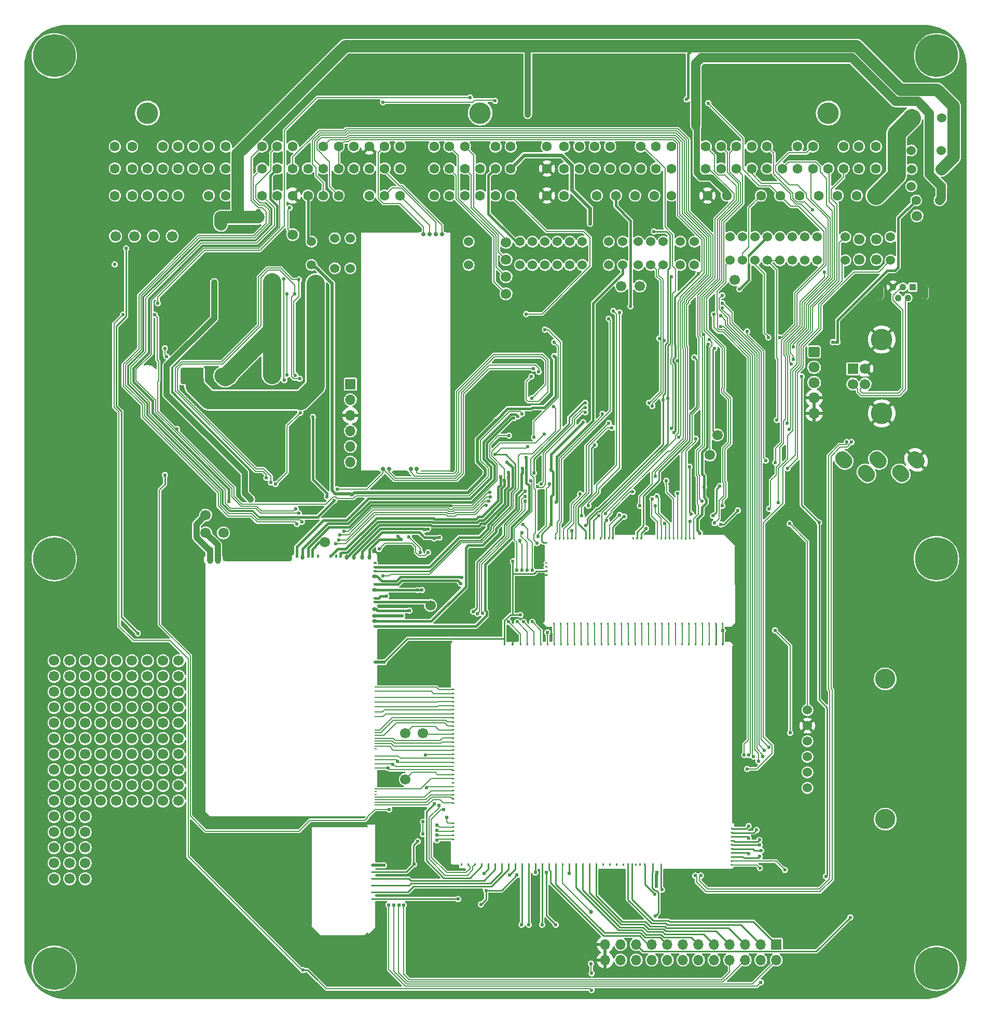
<source format=gbl>
G04 #@! TF.GenerationSoftware,KiCad,Pcbnew,(6.0.1)*
G04 #@! TF.CreationDate,2022-03-07T20:20:30+02:00*
G04 #@! TF.ProjectId,hellen72_NB2,68656c6c-656e-4373-925f-4e42322e6b69,b*
G04 #@! TF.SameCoordinates,PX141ef50PYa2cc1bc*
G04 #@! TF.FileFunction,Copper,L2,Bot*
G04 #@! TF.FilePolarity,Positive*
%FSLAX46Y46*%
G04 Gerber Fmt 4.6, Leading zero omitted, Abs format (unit mm)*
G04 Created by KiCad (PCBNEW (6.0.1)) date 2022-03-07 20:20:30*
%MOMM*%
%LPD*%
G01*
G04 APERTURE LIST*
G04 #@! TA.AperFunction,ComponentPad*
%ADD10C,0.599999*%
G04 #@! TD*
G04 #@! TA.AperFunction,ComponentPad*
%ADD11C,1.524000*%
G04 #@! TD*
G04 #@! TA.AperFunction,ComponentPad*
%ADD12C,1.700000*%
G04 #@! TD*
G04 #@! TA.AperFunction,ComponentPad*
%ADD13R,1.700000X1.700000*%
G04 #@! TD*
G04 #@! TA.AperFunction,ComponentPad*
%ADD14O,1.700000X1.700000*%
G04 #@! TD*
G04 #@! TA.AperFunction,SMDPad,CuDef*
%ADD15O,0.200000X40.800000*%
G04 #@! TD*
G04 #@! TA.AperFunction,SMDPad,CuDef*
%ADD16O,25.600000X0.200000*%
G04 #@! TD*
G04 #@! TA.AperFunction,SMDPad,CuDef*
%ADD17O,1.000001X1.500000*%
G04 #@! TD*
G04 #@! TA.AperFunction,SMDPad,CuDef*
%ADD18O,11.400000X1.100000*%
G04 #@! TD*
G04 #@! TA.AperFunction,SMDPad,CuDef*
%ADD19O,0.399999X0.599999*%
G04 #@! TD*
G04 #@! TA.AperFunction,SMDPad,CuDef*
%ADD20O,0.599999X0.800001*%
G04 #@! TD*
G04 #@! TA.AperFunction,SMDPad,CuDef*
%ADD21O,0.599999X0.399999*%
G04 #@! TD*
G04 #@! TA.AperFunction,SMDPad,CuDef*
%ADD22O,0.800001X0.599999*%
G04 #@! TD*
G04 #@! TA.AperFunction,SMDPad,CuDef*
%ADD23O,0.399999X0.200000*%
G04 #@! TD*
G04 #@! TA.AperFunction,ComponentPad*
%ADD24C,3.500000*%
G04 #@! TD*
G04 #@! TA.AperFunction,ComponentPad*
%ADD25C,1.600000*%
G04 #@! TD*
G04 #@! TA.AperFunction,ComponentPad*
%ADD26R,1.100000X1.100000*%
G04 #@! TD*
G04 #@! TA.AperFunction,ComponentPad*
%ADD27C,1.100000*%
G04 #@! TD*
G04 #@! TA.AperFunction,ComponentPad*
%ADD28O,1.100000X2.400000*%
G04 #@! TD*
G04 #@! TA.AperFunction,ComponentPad*
%ADD29C,3.302000*%
G04 #@! TD*
G04 #@! TA.AperFunction,ComponentPad*
%ADD30O,3.700000X2.700000*%
G04 #@! TD*
G04 #@! TA.AperFunction,ComponentPad*
%ADD31C,7.000000*%
G04 #@! TD*
G04 #@! TA.AperFunction,ComponentPad*
%ADD32C,0.700000*%
G04 #@! TD*
G04 #@! TA.AperFunction,SMDPad,CuDef*
%ADD33R,9.750000X0.250000*%
G04 #@! TD*
G04 #@! TA.AperFunction,SMDPad,CuDef*
%ADD34R,0.250000X39.250000*%
G04 #@! TD*
G04 #@! TA.AperFunction,SMDPad,CuDef*
%ADD35R,0.950000X0.250000*%
G04 #@! TD*
G04 #@! TA.AperFunction,SMDPad,CuDef*
%ADD36R,2.250000X0.250000*%
G04 #@! TD*
G04 #@! TA.AperFunction,SMDPad,CuDef*
%ADD37R,5.050000X0.250000*%
G04 #@! TD*
G04 #@! TA.AperFunction,SMDPad,CuDef*
%ADD38R,3.100000X0.250000*%
G04 #@! TD*
G04 #@! TA.AperFunction,ComponentPad*
%ADD39C,0.600000*%
G04 #@! TD*
G04 #@! TA.AperFunction,ComponentPad*
%ADD40O,1.850000X1.700000*%
G04 #@! TD*
G04 #@! TA.AperFunction,SMDPad,CuDef*
%ADD41C,2.000000*%
G04 #@! TD*
G04 #@! TA.AperFunction,ViaPad*
%ADD42C,0.600000*%
G04 #@! TD*
G04 #@! TA.AperFunction,ViaPad*
%ADD43C,0.609600*%
G04 #@! TD*
G04 #@! TA.AperFunction,ViaPad*
%ADD44C,0.685800*%
G04 #@! TD*
G04 #@! TA.AperFunction,ViaPad*
%ADD45C,1.000000*%
G04 #@! TD*
G04 #@! TA.AperFunction,Conductor*
%ADD46C,1.000000*%
G04 #@! TD*
G04 #@! TA.AperFunction,Conductor*
%ADD47C,0.200000*%
G04 #@! TD*
G04 #@! TA.AperFunction,Conductor*
%ADD48C,0.254000*%
G04 #@! TD*
G04 #@! TA.AperFunction,Conductor*
%ADD49C,0.400000*%
G04 #@! TD*
G04 #@! TA.AperFunction,Conductor*
%ADD50C,3.000000*%
G04 #@! TD*
G04 #@! TA.AperFunction,Conductor*
%ADD51C,0.300000*%
G04 #@! TD*
G04 #@! TA.AperFunction,Conductor*
%ADD52C,0.203200*%
G04 #@! TD*
G04 #@! TA.AperFunction,Conductor*
%ADD53C,0.508000*%
G04 #@! TD*
G04 #@! TA.AperFunction,Conductor*
%ADD54C,0.600000*%
G04 #@! TD*
G04 #@! TA.AperFunction,Conductor*
%ADD55C,2.000000*%
G04 #@! TD*
G04 #@! TA.AperFunction,Conductor*
%ADD56C,1.500000*%
G04 #@! TD*
G04 APERTURE END LIST*
D10*
G04 #@! TO.P,M4,V1,V33*
G04 #@! TO.N,+3V3*
X75468535Y17795040D03*
G04 #@! TO.P,M4,V2,GND*
G04 #@! TO.N,GND*
X77043549Y12890031D03*
G04 #@! TO.P,M4,V3,GND*
X89747567Y12899094D03*
G04 #@! TO.P,M4,V4,SD_CS*
G04 #@! TO.N,/SD_CS*
X81268539Y12220030D03*
G04 #@! TO.P,M4,V5,SD_MOSI*
G04 #@! TO.N,/SD_MOSI*
X82443543Y12220030D03*
G04 #@! TO.P,M4,V6,SD_SCK*
G04 #@! TO.N,/SD_SCK*
X84618537Y12220030D03*
G04 #@! TO.P,M4,V7,SD_MISO*
G04 #@! TO.N,/SD_MISO*
X86843539Y12220030D03*
G04 #@! TD*
D11*
G04 #@! TO.P,F6,1,1*
G04 #@! TO.N,Net-(F6-Pad1)*
X149753680Y132605340D03*
G04 #@! TO.P,F6,2,2*
G04 #@! TO.N,/4AF*
X144853680Y132605340D03*
G04 #@! TD*
G04 #@! TO.P,R8,1,1*
G04 #@! TO.N,+5VA*
X117331680Y120540340D03*
G04 #@! TO.P,R8,2,2*
G04 #@! TO.N,/4K*
X117331680Y124350340D03*
G04 #@! TD*
G04 #@! TO.P,R32,1,1*
G04 #@! TO.N,/IN_EGR_BOOST*
X141461680Y120540340D03*
G04 #@! TO.P,R32,2,2*
G04 #@! TO.N,/4AE*
X141461680Y124350340D03*
G04 #@! TD*
D12*
G04 #@! TO.P,P5,1,Pin_1*
G04 #@! TO.N,/IO12*
X62302380Y35910220D03*
G04 #@! TD*
G04 #@! TO.P,P6,1,Pin_1*
G04 #@! TO.N,/IO13*
X62302380Y43412400D03*
G04 #@! TD*
D13*
G04 #@! TO.P,J27,1,Pin_1*
G04 #@! TO.N,Net-(J27-Pad1)*
X53323680Y100347340D03*
D14*
G04 #@! TO.P,J27,2,Pin_2*
G04 #@! TO.N,Net-(J27-Pad2)*
X53323680Y97807340D03*
G04 #@! TO.P,J27,3,Pin_3*
G04 #@! TO.N,GND*
X53323680Y95267340D03*
G04 #@! TO.P,J27,4,Pin_4*
G04 #@! TO.N,Net-(J27-Pad4)*
X53323680Y92727340D03*
G04 #@! TO.P,J27,5,Pin_5*
G04 #@! TO.N,Net-(J27-Pad5)*
X53323680Y90187340D03*
G04 #@! TO.P,J27,6,Pin_6*
G04 #@! TO.N,unconnected-(J27-Pad6)*
X53323680Y87647340D03*
G04 #@! TD*
D12*
G04 #@! TO.P,P19,1,Pin_1*
G04 #@! TO.N,/5J*
X43925680Y124731340D03*
G04 #@! TD*
G04 #@! TO.P,G4,1*
G04 #@! TO.N,Net-(G4-Pad1)*
X20210000Y45097322D03*
G04 #@! TO.P,G4,2*
G04 #@! TO.N,Net-(G4-Pad12)*
X20210000Y47637322D03*
G04 #@! TO.P,G4,3*
G04 #@! TO.N,Net-(G4-Pad13)*
X20210000Y50177322D03*
G04 #@! TO.P,G4,4*
G04 #@! TO.N,Net-(G4-Pad14)*
X20210000Y52717322D03*
G04 #@! TO.P,G4,5*
G04 #@! TO.N,Net-(G4-Pad10)*
X20210000Y55257322D03*
G04 #@! TO.P,G4,6*
G04 #@! TO.N,Net-(G4-Pad1)*
X22750000Y45097322D03*
G04 #@! TO.P,G4,7*
G04 #@! TO.N,Net-(G4-Pad12)*
X22750000Y47637322D03*
G04 #@! TO.P,G4,8*
G04 #@! TO.N,Net-(G4-Pad13)*
X22750000Y50177322D03*
G04 #@! TO.P,G4,9*
G04 #@! TO.N,Net-(G4-Pad14)*
X22750000Y52717322D03*
G04 #@! TO.P,G4,10*
G04 #@! TO.N,Net-(G4-Pad10)*
X22750000Y55257322D03*
G04 #@! TO.P,G4,11*
G04 #@! TO.N,Net-(G4-Pad1)*
X25290000Y45097322D03*
G04 #@! TO.P,G4,12*
G04 #@! TO.N,Net-(G4-Pad12)*
X25290000Y47637322D03*
G04 #@! TO.P,G4,13*
G04 #@! TO.N,Net-(G4-Pad13)*
X25290000Y50177322D03*
G04 #@! TO.P,G4,14*
G04 #@! TO.N,Net-(G4-Pad14)*
X25290000Y52717322D03*
G04 #@! TO.P,G4,15*
G04 #@! TO.N,Net-(G4-Pad10)*
X25290000Y55257322D03*
G04 #@! TD*
D11*
G04 #@! TO.P,R9,1,1*
G04 #@! TO.N,/IN_VIGN*
X123427680Y120540340D03*
G04 #@! TO.P,R9,2,2*
G04 #@! TO.N,/4S*
X123427680Y124350340D03*
G04 #@! TD*
D12*
G04 #@! TO.P,P10,1,Pin_1*
G04 #@! TO.N,/2F*
X78723680Y117873340D03*
G04 #@! TD*
G04 #@! TO.P,P12,1,Pin_1*
G04 #@! TO.N,/OUT_SOLENOID_A1*
X29701680Y79005340D03*
G04 #@! TD*
G04 #@! TO.P,G12,1*
G04 #@! TO.N,Net-(G12-Pad1)*
X12590000Y32397322D03*
G04 #@! TO.P,G12,2*
G04 #@! TO.N,Net-(G12-Pad12)*
X12590000Y34937322D03*
G04 #@! TO.P,G12,3*
G04 #@! TO.N,Net-(G12-Pad13)*
X12590000Y37477322D03*
G04 #@! TO.P,G12,4*
G04 #@! TO.N,Net-(G12-Pad14)*
X12590000Y40017322D03*
G04 #@! TO.P,G12,5*
G04 #@! TO.N,Net-(G12-Pad10)*
X12590000Y42557322D03*
G04 #@! TO.P,G12,6*
G04 #@! TO.N,Net-(G12-Pad1)*
X15130000Y32397322D03*
G04 #@! TO.P,G12,7*
G04 #@! TO.N,Net-(G12-Pad12)*
X15130000Y34937322D03*
G04 #@! TO.P,G12,8*
G04 #@! TO.N,Net-(G12-Pad13)*
X15130000Y37477322D03*
G04 #@! TO.P,G12,9*
G04 #@! TO.N,Net-(G12-Pad14)*
X15130000Y40017322D03*
G04 #@! TO.P,G12,10*
G04 #@! TO.N,Net-(G12-Pad10)*
X15130000Y42557322D03*
G04 #@! TO.P,G12,11*
G04 #@! TO.N,Net-(G12-Pad1)*
X17670000Y32397322D03*
G04 #@! TO.P,G12,12*
G04 #@! TO.N,Net-(G12-Pad12)*
X17670000Y34937322D03*
G04 #@! TO.P,G12,13*
G04 #@! TO.N,Net-(G12-Pad13)*
X17670000Y37477322D03*
G04 #@! TO.P,G12,14*
G04 #@! TO.N,Net-(G12-Pad14)*
X17670000Y40017322D03*
G04 #@! TO.P,G12,15*
G04 #@! TO.N,Net-(G12-Pad10)*
X17670000Y42557322D03*
G04 #@! TD*
D15*
G04 #@! TO.P,M5,G,GND*
G04 #@! TO.N,GND*
X29616538Y50856720D03*
D16*
X43016539Y29831718D03*
G04 #@! TA.AperFunction,SMDPad,CuDef*
G36*
G01*
X29688694Y30610985D02*
X30395800Y29903879D01*
G75*
G02*
X30395800Y29762457I-70711J-70711D01*
G01*
X30395800Y29762457D01*
G75*
G02*
X30254378Y29762457I-70711J70711D01*
G01*
X29547272Y30469563D01*
G75*
G02*
X29547272Y30610985I70711J70711D01*
G01*
X29547272Y30610985D01*
G75*
G02*
X29688694Y30610985I70711J-70711D01*
G01*
G37*
G04 #@! TD.AperFunction*
D17*
G04 #@! TO.P,M5,S1,OUT_SOLENOID_A1*
G04 #@! TO.N,/OUT_SOLENOID_A1*
X30414997Y71843006D03*
G04 #@! TO.P,M5,S2,OUT_SOLENOID_A2*
G04 #@! TO.N,/OUT_SOLENOID_A2*
X31670862Y71843006D03*
D18*
G04 #@! TO.P,M5,S3,GND*
G04 #@! TO.N,GND*
X38114997Y71968007D03*
D19*
G04 #@! TO.P,M5,S6,OUT_PP2*
G04 #@! TO.N,/OUT_TACH*
X44564989Y72268006D03*
D20*
G04 #@! TO.P,M5,S7,OUT_LOW3_DUAL*
G04 #@! TO.N,/OUT_O2H*
X45540001Y72168001D03*
D19*
G04 #@! TO.P,M5,S8,OUT_LOW1*
G04 #@! TO.N,/OUT_ECF_RELAY*
X46409758Y72268006D03*
G04 #@! TO.P,M5,S9,OUT_HIGH2*
G04 #@! TO.N,/OUT_HIGH2*
X47139995Y72268006D03*
G04 #@! TO.P,M5,S10,OUT_LOW11*
G04 #@! TO.N,unconnected-(M5-PadS10)*
X48034758Y72268006D03*
G04 #@! TO.P,M5,S12,OUT_LOW8_PULLUP*
G04 #@! TO.N,/OUT_AC_RELAY*
X50109758Y72268006D03*
G04 #@! TO.P,M5,S13,OUT_LOW12*
G04 #@! TO.N,unconnected-(M5-PadS13)*
X51009754Y72268006D03*
G04 #@! TO.P,M5,S14,OUT_LOW9*
G04 #@! TO.N,/OUT_PUMP_RELAY*
X51719996Y72268006D03*
D20*
G04 #@! TO.P,M5,S15,OUT_INJ6*
G04 #@! TO.N,/OUT_INJ6*
X52739997Y72168006D03*
G04 #@! TO.P,M5,S16,OUT_INJ2*
G04 #@! TO.N,/OUT_INJ2*
X53914996Y72168006D03*
G04 #@! TO.P,M5,S17,OUT_INJ3*
G04 #@! TO.N,/OUT_INJ3*
X55264995Y72168006D03*
G04 #@! TO.P,M5,S18,OUT_INJ1*
G04 #@! TO.N,/OUT_INJ1*
X56439994Y72168006D03*
D21*
G04 #@! TO.P,M5,W1,OUT_LOW2*
G04 #@! TO.N,unconnected-(M5-PadW1)*
X57339995Y71237767D03*
G04 #@! TO.P,M5,W2,OUT_LOW10*
G04 #@! TO.N,/OUT_CANIST*
X57339995Y70543008D03*
G04 #@! TO.P,M5,W3,OUT_LOW6_DIODE*
G04 #@! TO.N,/OUT_CHECK_ENGINE*
X57339995Y69862768D03*
D22*
G04 #@! TO.P,M5,W4,OUT_LOW4_DUAL*
G04 #@! TO.N,/OUT_O2H2*
X57244997Y69043006D03*
D21*
G04 #@! TO.P,M5,W6,OUT_PP1*
G04 #@! TO.N,Net-(M5-PadW6)*
X57339995Y67737769D03*
D22*
G04 #@! TO.P,M5,W7,OUT_INJ4*
G04 #@! TO.N,/OUT_INJ4*
X57244997Y66768004D03*
D21*
G04 #@! TO.P,M5,W8,OUT_HIGH1*
G04 #@! TO.N,/OUT_HIGH1*
X57339995Y65493006D03*
G04 #@! TO.P,M5,W9,OUT_LOW7_PULLUP*
G04 #@! TO.N,/OUT_LOW7_PULLUP*
X57339995Y64843004D03*
D22*
G04 #@! TO.P,M5,W10,OUT_INJ5*
G04 #@! TO.N,/OUT_INJ5*
X57244997Y63643004D03*
G04 #@! TO.P,M5,W11,OUT_INJ8*
G04 #@! TO.N,/OUT_INJ8_BOOST*
X57244997Y62568000D03*
G04 #@! TO.P,M5,W12,OUT_INJ7*
G04 #@! TO.N,/OUT_INJ7*
X57244997Y61692998D03*
D21*
G04 #@! TO.P,M5,W13,OUT_LOW5_MAIN*
G04 #@! TO.N,/OUT_MAIN_RELAY*
X57339995Y60868006D03*
G04 #@! TO.P,M5,W14,V5*
G04 #@! TO.N,+5V*
X57339995Y55018005D03*
D23*
G04 #@! TO.P,M5,W15,INJ8*
G04 #@! TO.N,/INJ8_BOOST*
X57444996Y50963035D03*
G04 #@! TO.P,M5,W16,INJ7*
G04 #@! TO.N,/INJ7*
X57444996Y50303033D03*
G04 #@! TO.P,M5,W17,INJ6*
G04 #@! TO.N,/INJ6*
X57444996Y49243005D03*
G04 #@! TO.P,M5,W18,INJ5*
G04 #@! TO.N,/INJ5*
X57444996Y48538920D03*
G04 #@! TO.P,M5,W19,INJ4*
G04 #@! TO.N,/INJ4*
X57444996Y47738881D03*
G04 #@! TO.P,M5,W20,INJ3*
G04 #@! TO.N,/INJ3*
X57444996Y46938842D03*
G04 #@! TO.P,M5,W21,LOW1*
G04 #@! TO.N,/ECF_RELAY*
X57444996Y46143006D03*
G04 #@! TO.P,M5,W22,PP2*
G04 #@! TO.N,/TACH*
X57444996Y43948004D03*
G04 #@! TO.P,M5,W23,INJ2*
G04 #@! TO.N,/INJ2*
X57444996Y43508005D03*
G04 #@! TO.P,M5,W24,INJ1*
G04 #@! TO.N,/INJ1*
X57444996Y43068006D03*
G04 #@! TO.P,M5,W25,LOW6_DIODE*
G04 #@! TO.N,/CE*
X57444996Y42628004D03*
G04 #@! TO.P,M5,W26,LOW10*
G04 #@! TO.N,/CANIST*
X57444996Y42188005D03*
G04 #@! TO.P,M5,W27,LOW9*
G04 #@! TO.N,/PUMP*
X57444996Y41748006D03*
G04 #@! TO.P,M5,W28,PP1*
G04 #@! TO.N,/ALTERN*
X57444996Y41308004D03*
G04 #@! TO.P,M5,W29,LOW2*
G04 #@! TO.N,unconnected-(M5-PadW29)*
X57444996Y40868005D03*
G04 #@! TO.P,M5,W30,SOLENOID_B2*
G04 #@! TO.N,/SOLENOID_B2*
X57444996Y39743034D03*
G04 #@! TO.P,M5,W31,SOLENOID_B1*
G04 #@! TO.N,/-ETB*
X57444996Y39083036D03*
G04 #@! TO.P,M5,W32,SOLENOID_A2*
G04 #@! TO.N,/+ETB*
X57444996Y38423034D03*
G04 #@! TO.P,M5,W33,SOLENOID_A1*
G04 #@! TO.N,/ETB_EN*
X57444996Y37763036D03*
G04 #@! TO.P,M5,W34,LOW4_DUAL*
G04 #@! TO.N,/O2H2*
X57444996Y34358006D03*
G04 #@! TO.P,M5,W35,LOW11*
G04 #@! TO.N,unconnected-(M5-PadW35)*
X57444996Y33918007D03*
G04 #@! TO.P,M5,W36,LOW12*
G04 #@! TO.N,unconnected-(M5-PadW36)*
X57444996Y33478005D03*
G04 #@! TO.P,M5,W37,LOW8_HIGH2*
G04 #@! TO.N,/AC_RELAY*
X57444996Y33038006D03*
G04 #@! TO.P,M5,W38,LOW3_DUAL*
G04 #@! TO.N,/O2H*
X57444996Y32598007D03*
G04 #@! TO.P,M5,W39,LOW7_HIGH1*
G04 #@! TO.N,/LOW7_HIGH1*
X57444996Y32158005D03*
G04 #@! TO.P,M5,W40,LOW5_MAIN*
G04 #@! TO.N,/MAIN*
X57444996Y31718006D03*
G04 #@! TD*
D11*
G04 #@! TO.P,R48,1,1*
G04 #@! TO.N,/OUT_MAIN_RELAY*
X89137680Y119778340D03*
G04 #@! TO.P,R48,2,2*
G04 #@! TO.N,/3H*
X89137680Y123588340D03*
G04 #@! TD*
D12*
G04 #@! TO.P,P15,1,Pin_1*
G04 #@! TO.N,/2E*
X78723680Y115079340D03*
G04 #@! TD*
D24*
G04 #@! TO.P,P2,*
G04 #@! TO.N,*
X131301680Y144555340D03*
X74501680Y144555340D03*
X20201680Y144555340D03*
D25*
G04 #@! TO.P,P2,1,1C*
G04 #@! TO.N,unconnected-(P2-Pad1)*
X14901680Y139105340D03*
G04 #@! TO.P,P2,2,1F*
G04 #@! TO.N,unconnected-(P2-Pad2)*
X17701680Y139105340D03*
G04 #@! TO.P,P2,3,1L*
G04 #@! TO.N,unconnected-(P2-Pad3)*
X22701680Y139105340D03*
G04 #@! TO.P,P2,4,1O*
G04 #@! TO.N,unconnected-(P2-Pad4)*
X25201680Y139105340D03*
G04 #@! TO.P,P2,5,1R*
G04 #@! TO.N,unconnected-(P2-Pad5)*
X27701680Y139105340D03*
G04 #@! TO.P,P2,6,1U*
G04 #@! TO.N,unconnected-(P2-Pad6)*
X30201680Y139105340D03*
G04 #@! TO.P,P2,7,1X*
G04 #@! TO.N,unconnected-(P2-Pad7)*
X33001680Y139105340D03*
G04 #@! TO.P,P2,8,5C*
G04 #@! TO.N,/IN_D4*
X38901680Y139105340D03*
G04 #@! TO.P,P2,9,5F*
G04 #@! TO.N,/OUT_HIGH1*
X41401680Y139105340D03*
G04 #@! TO.P,P2,10,5J*
G04 #@! TO.N,/5J*
X43901680Y139105340D03*
G04 #@! TO.P,P2,11,5O*
G04 #@! TO.N,/IN_TPS*
X48901680Y139105340D03*
G04 #@! TO.P,P2,12,5S*
G04 #@! TO.N,+5VA*
X51401680Y139105340D03*
G04 #@! TO.P,P2,13,5U*
G04 #@! TO.N,GNDA*
X53901680Y139105340D03*
G04 #@! TO.P,P2,14,5X*
G04 #@! TO.N,GND*
X56401680Y139105340D03*
G04 #@! TO.P,P2,15,5AB*
G04 #@! TO.N,/WBO_R_Trim*
X58901680Y139105340D03*
G04 #@! TO.P,P2,16,5AE*
G04 #@! TO.N,/5AE*
X61401680Y139105340D03*
G04 #@! TO.P,P2,17,2C*
G04 #@! TO.N,/2C*
X67001680Y139105340D03*
G04 #@! TO.P,P2,18,2F*
G04 #@! TO.N,/2F*
X69501680Y139105340D03*
G04 #@! TO.P,P2,19,2I*
G04 #@! TO.N,/2I*
X72001680Y139105340D03*
G04 #@! TO.P,P2,20,2O*
G04 #@! TO.N,/OUT_IGN3*
X77001680Y139105340D03*
G04 #@! TO.P,P2,21,2R*
G04 #@! TO.N,/OUT_CHECK_ENGINE*
X79501680Y139105340D03*
G04 #@! TO.P,P2,22,3C*
G04 #@! TO.N,/3C*
X85401680Y139105340D03*
G04 #@! TO.P,P2,23,3F*
G04 #@! TO.N,/OUT_IGN1*
X88201680Y139105340D03*
G04 #@! TO.P,P2,24,3I*
G04 #@! TO.N,/OUT_IGN2*
X90701680Y139105340D03*
G04 #@! TO.P,P2,25,3L*
G04 #@! TO.N,/IN_AFR*
X93201680Y139105340D03*
G04 #@! TO.P,P2,26,3O*
G04 #@! TO.N,/OUT_TACH*
X95701680Y139105340D03*
G04 #@! TO.P,P2,27,3T*
G04 #@! TO.N,/IN_VSS*
X100701680Y139105340D03*
G04 #@! TO.P,P2,28,3W*
G04 #@! TO.N,/3W*
X103201680Y139105340D03*
G04 #@! TO.P,P2,29,3Z*
G04 #@! TO.N,/3Z*
X105701680Y139105340D03*
G04 #@! TO.P,P2,30,4C*
G04 #@! TO.N,/IN_STEERING*
X111301680Y139105340D03*
G04 #@! TO.P,P2,31,4F*
G04 #@! TO.N,/IN_AC_PRESSURE*
X113801680Y139105340D03*
G04 #@! TO.P,P2,32,4I*
G04 #@! TO.N,/IN_CLUTCH*
X116301680Y139105340D03*
G04 #@! TO.P,P2,33,4K*
G04 #@! TO.N,/4K*
X118801680Y139105340D03*
G04 #@! TO.P,P2,34,4N*
G04 #@! TO.N,Net-(P2-Pad34)*
X121301680Y139105340D03*
G04 #@! TO.P,P2,35,4T*
G04 #@! TO.N,unconnected-(P2-Pad35)*
X126301680Y139105340D03*
G04 #@! TO.P,P2,36,4W*
G04 #@! TO.N,/IN_O2S2*
X128801680Y139105340D03*
G04 #@! TO.P,P2,37,4AB*
G04 #@! TO.N,/4AB*
X133801680Y139105340D03*
G04 #@! TO.P,P2,38,4AE*
G04 #@! TO.N,/4AE*
X136301680Y139105340D03*
G04 #@! TO.P,P2,39,4AH*
G04 #@! TO.N,Net-(P2-Pad39)*
X139101680Y139105340D03*
G04 #@! TO.P,P2,40,1B*
G04 #@! TO.N,unconnected-(P2-Pad40)*
X14901680Y135505340D03*
G04 #@! TO.P,P2,41,1E*
G04 #@! TO.N,unconnected-(P2-Pad41)*
X17701680Y135505340D03*
G04 #@! TO.P,P2,42,1H*
G04 #@! TO.N,unconnected-(P2-Pad42)*
X20201680Y135505340D03*
G04 #@! TO.P,P2,43,1K*
G04 #@! TO.N,unconnected-(P2-Pad43)*
X22701680Y135505340D03*
G04 #@! TO.P,P2,44,1N*
G04 #@! TO.N,unconnected-(P2-Pad44)*
X25201680Y135505340D03*
G04 #@! TO.P,P2,45,1Q*
G04 #@! TO.N,unconnected-(P2-Pad45)*
X27701680Y135505340D03*
G04 #@! TO.P,P2,46,1T*
G04 #@! TO.N,unconnected-(P2-Pad46)*
X30201680Y135505340D03*
G04 #@! TO.P,P2,47,1W*
G04 #@! TO.N,unconnected-(P2-Pad47)*
X33001680Y135505340D03*
G04 #@! TO.P,P2,48,5B*
G04 #@! TO.N,/IN_RES3*
X38901680Y135505340D03*
G04 #@! TO.P,P2,49,5E*
G04 #@! TO.N,/OUT_SOLENOID_B2*
X41401680Y135505340D03*
G04 #@! TO.P,P2,50,5I*
G04 #@! TO.N,/IN_DIGITAL*
X43901680Y135505340D03*
G04 #@! TO.P,P2,51,5L*
G04 #@! TO.N,+5VA*
X46401680Y135505340D03*
G04 #@! TO.P,P2,52,5N*
G04 #@! TO.N,/IN_TPS2*
X48901680Y135505340D03*
G04 #@! TO.P,P2,53,5R*
G04 #@! TO.N,+5VA*
X51401680Y135505340D03*
G04 #@! TO.P,P2,54,5T*
G04 #@! TO.N,GNDA*
X53901680Y135505340D03*
G04 #@! TO.P,P2,55,5W*
G04 #@! TO.N,Net-(F5-Pad1)*
X56401680Y135505340D03*
G04 #@! TO.P,P2,56,5AA*
G04 #@! TO.N,/WBO_Vs*
X58901680Y135505340D03*
G04 #@! TO.P,P2,57,5AD*
G04 #@! TO.N,/WBO_H-*
X61401680Y135505340D03*
G04 #@! TO.P,P2,58,2B*
G04 #@! TO.N,/OUT_ECF_RELAY*
X67001680Y135505340D03*
G04 #@! TO.P,P2,59,2E*
G04 #@! TO.N,/2E*
X69501680Y135505340D03*
G04 #@! TO.P,P2,60,2H*
G04 #@! TO.N,/2H*
X72001680Y135505340D03*
G04 #@! TO.P,P2,61,2K*
G04 #@! TO.N,/OUT_AC_RELAY*
X74501680Y135505340D03*
G04 #@! TO.P,P2,62,2N*
G04 #@! TO.N,/2N*
X77001680Y135505340D03*
G04 #@! TO.P,P2,63,2Q*
G04 #@! TO.N,/OUT_IDLE*
X79501680Y135505340D03*
G04 #@! TO.P,P2,64,3B*
G04 #@! TO.N,GND*
X85401680Y135505340D03*
G04 #@! TO.P,P2,65,3E*
G04 #@! TO.N,Net-(P2-Pad65)*
X88201680Y135505340D03*
G04 #@! TO.P,P2,66,3H*
G04 #@! TO.N,/3H*
X90701680Y135505340D03*
G04 #@! TO.P,P2,67,3K*
G04 #@! TO.N,/IN_SENS2*
X93201680Y135505340D03*
G04 #@! TO.P,P2,68,3N*
G04 #@! TO.N,/OUT_IGN4*
X95701680Y135505340D03*
G04 #@! TO.P,P2,69,3Q*
G04 #@! TO.N,/3Q*
X98201680Y135505340D03*
G04 #@! TO.P,P2,70,3S*
G04 #@! TO.N,/3S*
X100701680Y135505340D03*
G04 #@! TO.P,P2,71,3V*
G04 #@! TO.N,/IN_CAM*
X103201680Y135505340D03*
G04 #@! TO.P,P2,72,3Y*
G04 #@! TO.N,/IN_CRANK*
X105701680Y135505340D03*
G04 #@! TO.P,P2,73,4B*
G04 #@! TO.N,/IN_BRAKE*
X111301680Y135505340D03*
G04 #@! TO.P,P2,74,4E*
G04 #@! TO.N,/4E*
X113801680Y135505340D03*
G04 #@! TO.P,P2,75,4H*
G04 #@! TO.N,/IN_NEUTRAL*
X116301680Y135505340D03*
G04 #@! TO.P,P2,76,4J*
G04 #@! TO.N,/IN_VTCS*
X118801680Y135505340D03*
G04 #@! TO.P,P2,77,4M*
G04 #@! TO.N,/4M*
X121301680Y135505340D03*
G04 #@! TO.P,P2,78,4P*
G04 #@! TO.N,/IN_CLT*
X123801680Y135505340D03*
G04 #@! TO.P,P2,79,4S*
G04 #@! TO.N,/4S*
X126301680Y135505340D03*
G04 #@! TO.P,P2,80,4V*
G04 #@! TO.N,/IN_TPS*
X128801680Y135505340D03*
G04 #@! TO.P,P2,81,4X*
G04 #@! TO.N,Net-(P2-Pad81)*
X131301680Y135505340D03*
G04 #@! TO.P,P2,82,4AA*
G04 #@! TO.N,/IN_O2S3*
X133801680Y135505340D03*
G04 #@! TO.P,P2,83,4AD*
G04 #@! TO.N,/4AD*
X136301680Y135505340D03*
G04 #@! TO.P,P2,84,4AG*
G04 #@! TO.N,+12V_PERM*
X139101680Y135505340D03*
G04 #@! TO.P,P2,85,1A*
G04 #@! TO.N,/1A*
X14901680Y131105340D03*
G04 #@! TO.P,P2,86,1D*
G04 #@! TO.N,/1D*
X17701680Y131105340D03*
G04 #@! TO.P,P2,87,1G*
G04 #@! TO.N,/1G*
X20201680Y131105340D03*
G04 #@! TO.P,P2,88,1J*
G04 #@! TO.N,/1J*
X22701680Y131105340D03*
G04 #@! TO.P,P2,89,1M*
G04 #@! TO.N,unconnected-(P2-Pad89)*
X25201680Y131105340D03*
G04 #@! TO.P,P2,90,1S*
G04 #@! TO.N,unconnected-(P2-Pad90)*
X30201680Y131105340D03*
G04 #@! TO.P,P2,91,1V*
G04 #@! TO.N,unconnected-(P2-Pad91)*
X33001680Y131105340D03*
G04 #@! TO.P,P2,92,5A*
G04 #@! TO.N,/IN_MAP1*
X38901680Y131105340D03*
G04 #@! TO.P,P2,93,5D*
G04 #@! TO.N,/IN_SENS3*
X41401680Y131105340D03*
G04 #@! TO.P,P2,94,5H*
G04 #@! TO.N,GND*
X43901680Y131105340D03*
G04 #@! TO.P,P2,95,5K*
G04 #@! TO.N,/5K*
X46401680Y131105340D03*
G04 #@! TO.P,P2,96,5M*
G04 #@! TO.N,/IN_PPS2*
X48901680Y131105340D03*
G04 #@! TO.P,P2,97,5P*
G04 #@! TO.N,/IN_PPS*
X51401680Y131105340D03*
G04 #@! TO.P,P2,98,5V*
G04 #@! TO.N,Net-(F4-Pad1)*
X56401680Y131105340D03*
G04 #@! TO.P,P2,99,5Z*
G04 #@! TO.N,/WBO_Vs{slash}Ip*
X58901680Y131105340D03*
G04 #@! TO.P,P2,100,5AC*
G04 #@! TO.N,/WBO_Ip*
X61401680Y131105340D03*
G04 #@! TO.P,P2,101,2A*
G04 #@! TO.N,/OUT_INJ1*
X67001680Y131105340D03*
G04 #@! TO.P,P2,102,2D*
G04 #@! TO.N,/OUT_INJ2*
X69501680Y131105340D03*
G04 #@! TO.P,P2,103,2G*
G04 #@! TO.N,/OUT_INJ3*
X72001680Y131105340D03*
G04 #@! TO.P,P2,104,2J*
G04 #@! TO.N,/OUT_INJ4*
X74501680Y131105340D03*
G04 #@! TO.P,P2,105,2M*
G04 #@! TO.N,/OUT_PUMP_RELAY*
X77001680Y131105340D03*
G04 #@! TO.P,P2,106,2P*
G04 #@! TO.N,+12V_RAW*
X79501680Y131105340D03*
G04 #@! TO.P,P2,107,3A*
G04 #@! TO.N,GND*
X85401680Y131105340D03*
G04 #@! TO.P,P2,108,3D*
G04 #@! TO.N,/3D*
X88201680Y131105340D03*
G04 #@! TO.P,P2,109,3J*
G04 #@! TO.N,/3J*
X93511680Y131105340D03*
G04 #@! TO.P,P2,110,3M*
G04 #@! TO.N,/OUT_ALTERNATOR*
X96641680Y131105340D03*
G04 #@! TO.P,P2,111,3P*
G04 #@! TO.N,Net-(P2-Pad111)*
X99771680Y131105340D03*
G04 #@! TO.P,P2,112,3U*
G04 #@! TO.N,/3U*
X102901680Y131105340D03*
G04 #@! TO.P,P2,113,3X*
G04 #@! TO.N,/3X*
X105701680Y131105340D03*
G04 #@! TO.P,P2,114,4A*
G04 #@! TO.N,GND*
X111601680Y131105340D03*
G04 #@! TO.P,P2,115,4D*
G04 #@! TO.N,Net-(F6-Pad1)*
X114731680Y131105340D03*
G04 #@! TO.P,P2,116,4L*
G04 #@! TO.N,+5VA*
X120321680Y131105340D03*
G04 #@! TO.P,P2,117,4O*
G04 #@! TO.N,GNDA*
X123451680Y131105340D03*
G04 #@! TO.P,P2,118,4R*
G04 #@! TO.N,Net-(P2-Pad118)*
X126581680Y131105340D03*
G04 #@! TO.P,P2,119,4U*
G04 #@! TO.N,/IN_MAP2*
X129711680Y131105340D03*
G04 #@! TO.P,P2,120,4Z*
G04 #@! TO.N,/4Z*
X132841680Y131105340D03*
G04 #@! TO.P,P2,121,4AC*
G04 #@! TO.N,/4AC*
X135971680Y131105340D03*
G04 #@! TO.P,P2,122,4AF*
G04 #@! TO.N,/4AF*
X139101680Y131105340D03*
G04 #@! TD*
D12*
G04 #@! TO.P,P56,1,Pin_1*
G04 #@! TO.N,/4AD*
X139175680Y123969340D03*
G04 #@! TD*
G04 #@! TO.P,P52,1,Pin_1*
G04 #@! TO.N,/3S*
X100567680Y116349340D03*
G04 #@! TD*
G04 #@! TO.P,P13,1,Pin_1*
G04 #@! TO.N,/OUT_SOLENOID_B1*
X32601680Y76105340D03*
G04 #@! TD*
D11*
G04 #@! TO.P,R11,1,1*
G04 #@! TO.N,/OUT_IGN8*
X134095680Y120540340D03*
G04 #@! TO.P,R11,2,2*
G04 #@! TO.N,/IN_MAP2*
X134095680Y124350340D03*
G04 #@! TD*
G04 #@! TO.P,R43,1,1*
G04 #@! TO.N,/OUT_INJ8_BOOST*
X46973680Y119778340D03*
G04 #@! TO.P,R43,2,2*
G04 #@! TO.N,/5K*
X46973680Y123588340D03*
G04 #@! TD*
D26*
G04 #@! TO.P,J1,1,VBUS*
G04 #@! TO.N,/VBUS*
X145101680Y116180340D03*
D27*
G04 #@! TO.P,J1,2,D-*
G04 #@! TO.N,/USB-*
X144301680Y114430340D03*
G04 #@! TO.P,J1,3,D+*
G04 #@! TO.N,/USB+*
X143501680Y116180340D03*
G04 #@! TO.P,J1,4,ID*
G04 #@! TO.N,unconnected-(J1-Pad4)*
X142701680Y114430340D03*
G04 #@! TO.P,J1,5,GND*
G04 #@! TO.N,GND*
X141901680Y116180340D03*
D28*
G04 #@! TO.P,J1,6,Shield*
X147151680Y115305340D03*
X139851680Y115305340D03*
G04 #@! TD*
D11*
G04 #@! TO.P,R30,1,1*
G04 #@! TO.N,/OUT_VVT*
X125459680Y120540340D03*
G04 #@! TO.P,R30,2,2*
G04 #@! TO.N,Net-(P2-Pad118)*
X125459680Y124350340D03*
G04 #@! TD*
G04 #@! TO.P,F5,1,1*
G04 #@! TO.N,Net-(F5-Pad1)*
X50783680Y124133340D03*
G04 #@! TO.P,F5,2,2*
G04 #@! TO.N,+12V_RAW*
X50783680Y119233340D03*
G04 #@! TD*
G04 #@! TO.P,R34,1,1*
G04 #@! TO.N,/IN_IAT*
X129523680Y120540340D03*
G04 #@! TO.P,R34,2,2*
G04 #@! TO.N,Net-(P2-Pad34)*
X129523680Y124350340D03*
G04 #@! TD*
D13*
G04 #@! TO.P,J5,1,VBUS*
G04 #@! TO.N,/VBUS*
X135316680Y102855340D03*
D12*
G04 #@! TO.P,J5,2,D-*
G04 #@! TO.N,/USB-*
X135316680Y100355340D03*
G04 #@! TO.P,J5,3,D+*
G04 #@! TO.N,/USB+*
X137316680Y100355340D03*
G04 #@! TO.P,J5,4,GND*
G04 #@! TO.N,GND*
X137316680Y102855340D03*
D24*
G04 #@! TO.P,J5,5,Shield*
X140026680Y95585340D03*
X140026680Y107625340D03*
G04 #@! TD*
D12*
G04 #@! TO.P,P4,1,Pin_1*
G04 #@! TO.N,/IO4*
X65112640Y43410220D03*
G04 #@! TD*
D10*
G04 #@! TO.P,M8,V1,V5*
G04 #@! TO.N,+5V*
X83190182Y102898678D03*
G04 #@! TO.P,M8,V2,CAN_VIO*
G04 #@! TO.N,Net-(M12-PadW2)*
X84065184Y102373678D03*
G04 #@! TO.P,M8,V5,CAN_TX*
G04 #@! TO.N,Net-(M12-PadW4)*
X82890180Y101623680D03*
G04 #@! TO.P,M8,V6,CAN_RX*
G04 #@! TO.N,Net-(M12-PadW3)*
X82965183Y98073679D03*
G04 #@! TD*
D29*
G04 #@! TO.P,U2,*
G04 #@! TO.N,*
X140601680Y52290340D03*
X140601680Y29430340D03*
D11*
G04 #@! TO.P,U2,1,VOUT*
G04 #@! TO.N,/IN_MAP3*
X127901680Y47210340D03*
G04 #@! TO.P,U2,2,GND*
G04 #@! TO.N,GND*
X127901680Y44670340D03*
G04 #@! TO.P,U2,3,VCC*
G04 #@! TO.N,+5VA*
X127901680Y42130340D03*
G04 #@! TO.P,U2,4,V1*
G04 #@! TO.N,unconnected-(U2-Pad4)*
X127901680Y39590340D03*
G04 #@! TO.P,U2,5,V2*
G04 #@! TO.N,unconnected-(U2-Pad5)*
X127901680Y37050340D03*
G04 #@! TO.P,U2,6,V_EX*
G04 #@! TO.N,unconnected-(U2-Pad6)*
X127901680Y34510340D03*
G04 #@! TD*
G04 #@! TO.P,R17,1,1*
G04 #@! TO.N,/3W*
X102345680Y123588340D03*
G04 #@! TO.P,R17,2,2*
G04 #@! TO.N,/CAN+*
X102345680Y119778340D03*
G04 #@! TD*
D12*
G04 #@! TO.P,G6,1*
G04 #@! TO.N,Net-(G6-Pad1)*
X4970000Y45097322D03*
G04 #@! TO.P,G6,2*
G04 #@! TO.N,Net-(G6-Pad12)*
X4970000Y47637322D03*
G04 #@! TO.P,G6,3*
G04 #@! TO.N,Net-(G6-Pad13)*
X4970000Y50177322D03*
G04 #@! TO.P,G6,4*
G04 #@! TO.N,Net-(G6-Pad14)*
X4970000Y52717322D03*
G04 #@! TO.P,G6,5*
G04 #@! TO.N,Net-(G6-Pad10)*
X4970000Y55257322D03*
G04 #@! TO.P,G6,6*
G04 #@! TO.N,Net-(G6-Pad1)*
X7510000Y45097322D03*
G04 #@! TO.P,G6,7*
G04 #@! TO.N,Net-(G6-Pad12)*
X7510000Y47637322D03*
G04 #@! TO.P,G6,8*
G04 #@! TO.N,Net-(G6-Pad13)*
X7510000Y50177322D03*
G04 #@! TO.P,G6,9*
G04 #@! TO.N,Net-(G6-Pad14)*
X7510000Y52717322D03*
G04 #@! TO.P,G6,10*
G04 #@! TO.N,Net-(G6-Pad10)*
X7510000Y55257322D03*
G04 #@! TO.P,G6,11*
G04 #@! TO.N,Net-(G6-Pad1)*
X10050000Y45097322D03*
G04 #@! TO.P,G6,12*
G04 #@! TO.N,Net-(G6-Pad12)*
X10050000Y47637322D03*
G04 #@! TO.P,G6,13*
G04 #@! TO.N,Net-(G6-Pad13)*
X10050000Y50177322D03*
G04 #@! TO.P,G6,14*
G04 #@! TO.N,Net-(G6-Pad14)*
X10050000Y52717322D03*
G04 #@! TO.P,G6,15*
G04 #@! TO.N,Net-(G6-Pad10)*
X10050000Y55257322D03*
G04 #@! TD*
G04 #@! TO.P,P21,1,Pin_1*
G04 #@! TO.N,/1A*
X14999680Y124477340D03*
G04 #@! TD*
D10*
G04 #@! TO.P,M13,V1,V5*
G04 #@! TO.N,+5V*
X103293541Y18453558D03*
G04 #@! TO.P,M13,V2,CAN_VIO*
G04 #@! TO.N,/CAN_VIO*
X104168543Y17928558D03*
G04 #@! TO.P,M13,V5,CAN_TX*
G04 #@! TO.N,/CAN_TX*
X102993539Y17178560D03*
G04 #@! TO.P,M13,V6,CAN_RX*
G04 #@! TO.N,/CAN_RX*
X103068542Y13628559D03*
G04 #@! TD*
D12*
G04 #@! TO.P,P11,1,Pin_1*
G04 #@! TO.N,/OUT_SOLENOID_A2*
X29701680Y76105340D03*
G04 #@! TD*
G04 #@! TO.P,J3,1,Pin_1*
G04 #@! TO.N,/OUT_ETB-*
G04 #@! TA.AperFunction,ComponentPad*
G36*
G01*
X29101679Y100355340D02*
X25901681Y100355340D01*
G75*
G02*
X25651680Y100605341I0J250001D01*
G01*
X25651680Y102805339D01*
G75*
G02*
X25901681Y103055340I250001J0D01*
G01*
X29101679Y103055340D01*
G75*
G02*
X29351680Y102805339I0J-250001D01*
G01*
X29351680Y100605341D01*
G75*
G02*
X29101679Y100355340I-250001J0D01*
G01*
G37*
G04 #@! TD.AperFunction*
D30*
G04 #@! TO.P,J3,2,Pin_2*
G04 #@! TO.N,/OUT_ETB+*
X33001680Y101705340D03*
G04 #@! TD*
D12*
G04 #@! TO.P,P50,1,Pin_1*
G04 #@! TO.N,Net-(P2-Pad39)*
X145779680Y127779340D03*
G04 #@! TD*
D11*
G04 #@! TO.P,R40,1,1*
G04 #@! TO.N,/IN_KNOCK_RAW*
X119363680Y120540340D03*
G04 #@! TO.P,R40,2,2*
G04 #@! TO.N,/4M*
X119363680Y124350340D03*
G04 #@! TD*
G04 #@! TO.P,F4,1,1*
G04 #@! TO.N,Net-(F4-Pad1)*
X53323680Y124133340D03*
G04 #@! TO.P,F4,2,2*
G04 #@! TO.N,+12V_RAW*
X53323680Y119233340D03*
G04 #@! TD*
D31*
G04 #@! TO.P,J13,1,Pin_1*
G04 #@! TO.N,unconnected-(J13-Pad1)*
X5000000Y5100000D03*
G04 #@! TD*
G04 #@! TO.P,M7,G,GND*
G04 #@! TO.N,GND*
G04 #@! TA.AperFunction,SMDPad,CuDef*
G36*
G01*
X56102211Y28111700D02*
X46932213Y28111700D01*
G75*
G02*
X46832213Y28211700I0J100000D01*
G01*
X46832213Y28211700D01*
G75*
G02*
X46932213Y28311700I100000J0D01*
G01*
X56102211Y28311700D01*
G75*
G02*
X56202211Y28211700I0J-100000D01*
G01*
X56202211Y28211700D01*
G75*
G02*
X56102211Y28111700I-100000J0D01*
G01*
G37*
G04 #@! TD.AperFunction*
G04 #@! TA.AperFunction,SMDPad,CuDef*
G36*
G01*
X46995234Y11903931D02*
X48402376Y10496789D01*
G75*
G02*
X48402376Y10355367I-70711J-70711D01*
G01*
X48402376Y10355367D01*
G75*
G02*
X48260954Y10355367I-70711J70711D01*
G01*
X46853812Y11762509D01*
G75*
G02*
X46853812Y11903931I70711J70711D01*
G01*
X46853812Y11903931D01*
G75*
G02*
X46995234Y11903931I70711J-70711D01*
G01*
G37*
G04 #@! TD.AperFunction*
G04 #@! TA.AperFunction,SMDPad,CuDef*
G36*
G01*
X55594167Y10500761D02*
X56018431Y10925025D01*
G75*
G02*
X56159853Y10925025I70711J-70711D01*
G01*
X56159853Y10925025D01*
G75*
G02*
X56159853Y10783603I-70711J-70711D01*
G01*
X55735589Y10359339D01*
G75*
G02*
X55594167Y10359339I-70711J70711D01*
G01*
X55594167Y10359339D01*
G75*
G02*
X55594167Y10500761I70711J70711D01*
G01*
G37*
G04 #@! TD.AperFunction*
G04 #@! TA.AperFunction,SMDPad,CuDef*
G36*
G01*
X46822400Y11839779D02*
X46822400Y28189779D01*
G75*
G02*
X46922400Y28289779I100000J0D01*
G01*
X46922400Y28289779D01*
G75*
G02*
X47022400Y28189779I0J-100000D01*
G01*
X47022400Y11839779D01*
G75*
G02*
X46922400Y11739779I-100000J0D01*
G01*
X46922400Y11739779D01*
G75*
G02*
X46822400Y11839779I0J100000D01*
G01*
G37*
G04 #@! TD.AperFunction*
G04 #@! TA.AperFunction,SMDPad,CuDef*
G36*
G01*
X48361543Y10519216D02*
X55651543Y10519216D01*
G75*
G02*
X55751543Y10419216I0J-100000D01*
G01*
X55751543Y10419216D01*
G75*
G02*
X55651543Y10319216I-100000J0D01*
G01*
X48361543Y10319216D01*
G75*
G02*
X48261543Y10419216I0J100000D01*
G01*
X48261543Y10419216D01*
G75*
G02*
X48361543Y10519216I100000J0D01*
G01*
G37*
G04 #@! TD.AperFunction*
G04 #@! TO.P,M7,N1,V5*
G04 #@! TO.N,+5V*
G04 #@! TA.AperFunction,SMDPad,CuDef*
G36*
G01*
X56804044Y22044216D02*
X57054042Y22044216D01*
G75*
G02*
X57179042Y21919216I0J-125000D01*
G01*
X57179042Y21919216D01*
G75*
G02*
X57054042Y21794216I-125000J0D01*
G01*
X56804044Y21794216D01*
G75*
G02*
X56679044Y21919216I0J125000D01*
G01*
X56679044Y21919216D01*
G75*
G02*
X56804044Y22044216I125000J0D01*
G01*
G37*
G04 #@! TD.AperFunction*
G04 #@! TO.P,M7,N2,V33*
G04 #@! TO.N,+3V3*
G04 #@! TA.AperFunction,SMDPad,CuDef*
G36*
G01*
X56804044Y20944218D02*
X57054042Y20944218D01*
G75*
G02*
X57179042Y20819218I0J-125000D01*
G01*
X57179042Y20819218D01*
G75*
G02*
X57054042Y20694218I-125000J0D01*
G01*
X56804044Y20694218D01*
G75*
G02*
X56679044Y20819218I0J125000D01*
G01*
X56679044Y20819218D01*
G75*
G02*
X56804044Y20944218I125000J0D01*
G01*
G37*
G04 #@! TD.AperFunction*
G04 #@! TO.P,M7,N3,SWO*
G04 #@! TO.N,Net-(M3-PadN27)*
G04 #@! TA.AperFunction,SMDPad,CuDef*
G36*
G01*
X56804044Y19844220D02*
X57054042Y19844220D01*
G75*
G02*
X57179042Y19719220I0J-125000D01*
G01*
X57179042Y19719220D01*
G75*
G02*
X57054042Y19594220I-125000J0D01*
G01*
X56804044Y19594220D01*
G75*
G02*
X56679044Y19719220I0J125000D01*
G01*
X56679044Y19719220D01*
G75*
G02*
X56804044Y19844220I125000J0D01*
G01*
G37*
G04 #@! TD.AperFunction*
G04 #@! TO.P,M7,N4,SWDIO*
G04 #@! TO.N,Net-(M3-PadN26)*
G04 #@! TA.AperFunction,SMDPad,CuDef*
G36*
G01*
X56804044Y18744222D02*
X57054042Y18744222D01*
G75*
G02*
X57179042Y18619222I0J-125000D01*
G01*
X57179042Y18619222D01*
G75*
G02*
X57054042Y18494222I-125000J0D01*
G01*
X56804044Y18494222D01*
G75*
G02*
X56679044Y18619222I0J125000D01*
G01*
X56679044Y18619222D01*
G75*
G02*
X56804044Y18744222I125000J0D01*
G01*
G37*
G04 #@! TD.AperFunction*
G04 #@! TO.P,M7,N5,SWCLK*
G04 #@! TO.N,Net-(M3-PadN25)*
G04 #@! TA.AperFunction,SMDPad,CuDef*
G36*
G01*
X56804044Y17644224D02*
X57054042Y17644224D01*
G75*
G02*
X57179042Y17519224I0J-125000D01*
G01*
X57179042Y17519224D01*
G75*
G02*
X57054042Y17394224I-125000J0D01*
G01*
X56804044Y17394224D01*
G75*
G02*
X56679044Y17519224I0J125000D01*
G01*
X56679044Y17519224D01*
G75*
G02*
X56804044Y17644224I125000J0D01*
G01*
G37*
G04 #@! TD.AperFunction*
G04 #@! TO.P,M7,N6,nReset*
G04 #@! TO.N,/NRESET*
G04 #@! TA.AperFunction,SMDPad,CuDef*
G36*
G01*
X56804044Y16544227D02*
X57054042Y16544227D01*
G75*
G02*
X57179042Y16419227I0J-125000D01*
G01*
X57179042Y16419227D01*
G75*
G02*
X57054042Y16294227I-125000J0D01*
G01*
X56804044Y16294227D01*
G75*
G02*
X56679044Y16419227I0J125000D01*
G01*
X56679044Y16419227D01*
G75*
G02*
X56804044Y16544227I125000J0D01*
G01*
G37*
G04 #@! TD.AperFunction*
G04 #@! TD*
D12*
G04 #@! TO.P,P8,1,Pin_1*
G04 #@! TO.N,/2I*
X78723680Y123461340D03*
G04 #@! TD*
G04 #@! TO.P,G9,1*
G04 #@! TO.N,Net-(G9-Pad1)*
X4970000Y19697322D03*
G04 #@! TO.P,G9,2*
G04 #@! TO.N,Net-(G9-Pad12)*
X4970000Y22237322D03*
G04 #@! TO.P,G9,3*
G04 #@! TO.N,Net-(G9-Pad13)*
X4970000Y24777322D03*
G04 #@! TO.P,G9,4*
G04 #@! TO.N,Net-(G9-Pad14)*
X4970000Y27317322D03*
G04 #@! TO.P,G9,5*
G04 #@! TO.N,Net-(G9-Pad10)*
X4970000Y29857322D03*
G04 #@! TO.P,G9,6*
G04 #@! TO.N,Net-(G9-Pad1)*
X7510000Y19697322D03*
G04 #@! TO.P,G9,7*
G04 #@! TO.N,Net-(G9-Pad12)*
X7510000Y22237322D03*
G04 #@! TO.P,G9,8*
G04 #@! TO.N,Net-(G9-Pad13)*
X7510000Y24777322D03*
G04 #@! TO.P,G9,9*
G04 #@! TO.N,Net-(G9-Pad14)*
X7510000Y27317322D03*
G04 #@! TO.P,G9,10*
G04 #@! TO.N,Net-(G9-Pad10)*
X7510000Y29857322D03*
G04 #@! TO.P,G9,11*
G04 #@! TO.N,Net-(G9-Pad1)*
X10050000Y19697322D03*
G04 #@! TO.P,G9,12*
G04 #@! TO.N,Net-(G9-Pad12)*
X10050000Y22237322D03*
G04 #@! TO.P,G9,13*
G04 #@! TO.N,Net-(G9-Pad13)*
X10050000Y24777322D03*
G04 #@! TO.P,G9,14*
G04 #@! TO.N,Net-(G9-Pad14)*
X10050000Y27317322D03*
G04 #@! TO.P,G9,15*
G04 #@! TO.N,Net-(G9-Pad10)*
X10050000Y29857322D03*
G04 #@! TD*
G04 #@! TO.P,M1,E1,GND*
G04 #@! TO.N,GND*
G04 #@! TA.AperFunction,SMDPad,CuDef*
G36*
G01*
X85162638Y69351817D02*
X85412638Y69351817D01*
G75*
G02*
X85537638Y69226817I0J-125000D01*
G01*
X85537638Y69226817D01*
G75*
G02*
X85412638Y69101817I-125000J0D01*
G01*
X85162638Y69101817D01*
G75*
G02*
X85037638Y69226817I0J125000D01*
G01*
X85037638Y69226817D01*
G75*
G02*
X85162638Y69351817I125000J0D01*
G01*
G37*
G04 #@! TD.AperFunction*
G04 #@! TO.P,M1,E2,V5*
G04 #@! TO.N,+5V*
G04 #@! TA.AperFunction,SMDPad,CuDef*
G36*
G01*
X85162638Y70011818D02*
X85412638Y70011818D01*
G75*
G02*
X85537638Y69886818I0J-125000D01*
G01*
X85537638Y69886818D01*
G75*
G02*
X85412638Y69761818I-125000J0D01*
G01*
X85162638Y69761818D01*
G75*
G02*
X85037638Y69886818I0J125000D01*
G01*
X85037638Y69886818D01*
G75*
G02*
X85162638Y70011818I125000J0D01*
G01*
G37*
G04 #@! TD.AperFunction*
G04 #@! TO.P,M1,E3,WBO_O2S2*
G04 #@! TO.N,unconnected-(M1-PadE3)*
G04 #@! TA.AperFunction,SMDPad,CuDef*
G36*
G01*
X85162638Y70671819D02*
X85412638Y70671819D01*
G75*
G02*
X85537638Y70546819I0J-125000D01*
G01*
X85537638Y70546819D01*
G75*
G02*
X85412638Y70421819I-125000J0D01*
G01*
X85162638Y70421819D01*
G75*
G02*
X85037638Y70546819I0J125000D01*
G01*
X85037638Y70546819D01*
G75*
G02*
X85162638Y70671819I125000J0D01*
G01*
G37*
G04 #@! TD.AperFunction*
G04 #@! TO.P,M1,E4,WBO_O2S*
G04 #@! TO.N,unconnected-(M1-PadE4)*
G04 #@! TA.AperFunction,SMDPad,CuDef*
G36*
G01*
X85162638Y71331820D02*
X85412638Y71331820D01*
G75*
G02*
X85537638Y71206820I0J-125000D01*
G01*
X85537638Y71206820D01*
G75*
G02*
X85412638Y71081820I-125000J0D01*
G01*
X85162638Y71081820D01*
G75*
G02*
X85037638Y71206820I0J125000D01*
G01*
X85037638Y71206820D01*
G75*
G02*
X85162638Y71331820I125000J0D01*
G01*
G37*
G04 #@! TD.AperFunction*
G04 #@! TO.P,M1,E5,V5A*
G04 #@! TO.N,+5VA*
G04 #@! TA.AperFunction,SMDPad,CuDef*
G36*
G01*
X85162638Y74631827D02*
X85412638Y74631827D01*
G75*
G02*
X85537638Y74506827I0J-125000D01*
G01*
X85537638Y74506827D01*
G75*
G02*
X85412638Y74381827I-125000J0D01*
G01*
X85162638Y74381827D01*
G75*
G02*
X85037638Y74506827I0J125000D01*
G01*
X85037638Y74506827D01*
G75*
G02*
X85162638Y74631827I125000J0D01*
G01*
G37*
G04 #@! TD.AperFunction*
G04 #@! TO.P,M1,N1,V5A*
G04 #@! TA.AperFunction,SMDPad,CuDef*
G36*
G01*
X113932640Y61133024D02*
X113932640Y61383024D01*
G75*
G02*
X114057640Y61508024I125000J0D01*
G01*
X114057640Y61508024D01*
G75*
G02*
X114182640Y61383024I0J-125000D01*
G01*
X114182640Y61133024D01*
G75*
G02*
X114057640Y61008024I-125000J0D01*
G01*
X114057640Y61008024D01*
G75*
G02*
X113932640Y61133024I0J125000D01*
G01*
G37*
G04 #@! TD.AperFunction*
G04 #@! TO.P,M1,N2,GNDA*
G04 #@! TO.N,GNDA*
G04 #@! TA.AperFunction,SMDPad,CuDef*
G36*
G01*
X113082636Y61383024D02*
X113082636Y61133024D01*
G75*
G02*
X112957636Y61008024I-125000J0D01*
G01*
X112957636Y61008024D01*
G75*
G02*
X112832636Y61133024I0J125000D01*
G01*
X112832636Y61383024D01*
G75*
G02*
X112957636Y61508024I125000J0D01*
G01*
X112957636Y61508024D01*
G75*
G02*
X113082636Y61383024I0J-125000D01*
G01*
G37*
G04 #@! TD.AperFunction*
G04 #@! TO.P,M1,N3,RES2*
G04 #@! TO.N,/STEERING*
G04 #@! TA.AperFunction,SMDPad,CuDef*
G36*
G01*
X111982635Y61383024D02*
X111982635Y61133024D01*
G75*
G02*
X111857635Y61008024I-125000J0D01*
G01*
X111857635Y61008024D01*
G75*
G02*
X111732635Y61133024I0J125000D01*
G01*
X111732635Y61383024D01*
G75*
G02*
X111857635Y61508024I125000J0D01*
G01*
X111857635Y61508024D01*
G75*
G02*
X111982635Y61383024I0J-125000D01*
G01*
G37*
G04 #@! TD.AperFunction*
G04 #@! TO.P,M1,N4,O2S2*
G04 #@! TO.N,/TPS2*
G04 #@! TA.AperFunction,SMDPad,CuDef*
G36*
G01*
X110882638Y61383024D02*
X110882638Y61133024D01*
G75*
G02*
X110757638Y61008024I-125000J0D01*
G01*
X110757638Y61008024D01*
G75*
G02*
X110632638Y61133024I0J125000D01*
G01*
X110632638Y61383024D01*
G75*
G02*
X110757638Y61508024I125000J0D01*
G01*
X110757638Y61508024D01*
G75*
G02*
X110882638Y61383024I0J-125000D01*
G01*
G37*
G04 #@! TD.AperFunction*
G04 #@! TO.P,M1,N5,PPS*
G04 #@! TO.N,/PPS*
G04 #@! TA.AperFunction,SMDPad,CuDef*
G36*
G01*
X109782640Y61383024D02*
X109782640Y61133024D01*
G75*
G02*
X109657640Y61008024I-125000J0D01*
G01*
X109657640Y61008024D01*
G75*
G02*
X109532640Y61133024I0J125000D01*
G01*
X109532640Y61383024D01*
G75*
G02*
X109657640Y61508024I125000J0D01*
G01*
X109657640Y61508024D01*
G75*
G02*
X109782640Y61383024I0J-125000D01*
G01*
G37*
G04 #@! TD.AperFunction*
G04 #@! TO.P,M1,N6,RES1*
G04 #@! TO.N,/BRAKE*
G04 #@! TA.AperFunction,SMDPad,CuDef*
G36*
G01*
X108682642Y61383024D02*
X108682642Y61133024D01*
G75*
G02*
X108557642Y61008024I-125000J0D01*
G01*
X108557642Y61008024D01*
G75*
G02*
X108432642Y61133024I0J125000D01*
G01*
X108432642Y61383024D01*
G75*
G02*
X108557642Y61508024I125000J0D01*
G01*
X108557642Y61508024D01*
G75*
G02*
X108682642Y61383024I0J-125000D01*
G01*
G37*
G04 #@! TD.AperFunction*
G04 #@! TO.P,M1,N7,AUX4*
G04 #@! TO.N,/EGR_BOOST*
G04 #@! TA.AperFunction,SMDPad,CuDef*
G36*
G01*
X107582644Y61383024D02*
X107582644Y61133024D01*
G75*
G02*
X107457644Y61008024I-125000J0D01*
G01*
X107457644Y61008024D01*
G75*
G02*
X107332644Y61133024I0J125000D01*
G01*
X107332644Y61383024D01*
G75*
G02*
X107457644Y61508024I125000J0D01*
G01*
X107457644Y61508024D01*
G75*
G02*
X107582644Y61383024I0J-125000D01*
G01*
G37*
G04 #@! TD.AperFunction*
G04 #@! TO.P,M1,N8,AUX3*
G04 #@! TO.N,/AC_SW*
G04 #@! TA.AperFunction,SMDPad,CuDef*
G36*
G01*
X106482646Y61383024D02*
X106482646Y61133024D01*
G75*
G02*
X106357646Y61008024I-125000J0D01*
G01*
X106357646Y61008024D01*
G75*
G02*
X106232646Y61133024I0J125000D01*
G01*
X106232646Y61383024D01*
G75*
G02*
X106357646Y61508024I125000J0D01*
G01*
X106357646Y61508024D01*
G75*
G02*
X106482646Y61383024I0J-125000D01*
G01*
G37*
G04 #@! TD.AperFunction*
G04 #@! TO.P,M1,N9,AUX2*
G04 #@! TO.N,/PPS2*
G04 #@! TA.AperFunction,SMDPad,CuDef*
G36*
G01*
X105382649Y61383024D02*
X105382649Y61133024D01*
G75*
G02*
X105257649Y61008024I-125000J0D01*
G01*
X105257649Y61008024D01*
G75*
G02*
X105132649Y61133024I0J125000D01*
G01*
X105132649Y61383024D01*
G75*
G02*
X105257649Y61508024I125000J0D01*
G01*
X105257649Y61508024D01*
G75*
G02*
X105382649Y61383024I0J-125000D01*
G01*
G37*
G04 #@! TD.AperFunction*
G04 #@! TO.P,M1,N10,AUX1*
G04 #@! TO.N,/PRESSURE*
G04 #@! TA.AperFunction,SMDPad,CuDef*
G36*
G01*
X104282651Y61383024D02*
X104282651Y61133024D01*
G75*
G02*
X104157651Y61008024I-125000J0D01*
G01*
X104157651Y61008024D01*
G75*
G02*
X104032651Y61133024I0J125000D01*
G01*
X104032651Y61383024D01*
G75*
G02*
X104157651Y61508024I125000J0D01*
G01*
X104157651Y61508024D01*
G75*
G02*
X104282651Y61383024I0J-125000D01*
G01*
G37*
G04 #@! TD.AperFunction*
G04 #@! TO.P,M1,N11,RES3*
G04 #@! TO.N,/RES3*
G04 #@! TA.AperFunction,SMDPad,CuDef*
G36*
G01*
X103182653Y61383024D02*
X103182653Y61133024D01*
G75*
G02*
X103057653Y61008024I-125000J0D01*
G01*
X103057653Y61008024D01*
G75*
G02*
X102932653Y61133024I0J125000D01*
G01*
X102932653Y61383024D01*
G75*
G02*
X103057653Y61508024I125000J0D01*
G01*
X103057653Y61508024D01*
G75*
G02*
X103182653Y61383024I0J-125000D01*
G01*
G37*
G04 #@! TD.AperFunction*
G04 #@! TO.P,M1,N12,MAP3*
G04 #@! TO.N,/MAP3*
G04 #@! TA.AperFunction,SMDPad,CuDef*
G36*
G01*
X102082655Y61383024D02*
X102082655Y61133024D01*
G75*
G02*
X101957655Y61008024I-125000J0D01*
G01*
X101957655Y61008024D01*
G75*
G02*
X101832655Y61133024I0J125000D01*
G01*
X101832655Y61383024D01*
G75*
G02*
X101957655Y61508024I125000J0D01*
G01*
X101957655Y61508024D01*
G75*
G02*
X102082655Y61383024I0J-125000D01*
G01*
G37*
G04 #@! TD.AperFunction*
G04 #@! TO.P,M1,N13,MAP2*
G04 #@! TO.N,/MAP2*
G04 #@! TA.AperFunction,SMDPad,CuDef*
G36*
G01*
X100982657Y61383024D02*
X100982657Y61133024D01*
G75*
G02*
X100857657Y61008024I-125000J0D01*
G01*
X100857657Y61008024D01*
G75*
G02*
X100732657Y61133024I0J125000D01*
G01*
X100732657Y61383024D01*
G75*
G02*
X100857657Y61508024I125000J0D01*
G01*
X100857657Y61508024D01*
G75*
G02*
X100982657Y61383024I0J-125000D01*
G01*
G37*
G04 #@! TD.AperFunction*
G04 #@! TO.P,M1,N14,MAP1*
G04 #@! TO.N,/MAP1*
G04 #@! TA.AperFunction,SMDPad,CuDef*
G36*
G01*
X99882660Y61383024D02*
X99882660Y61133024D01*
G75*
G02*
X99757660Y61008024I-125000J0D01*
G01*
X99757660Y61008024D01*
G75*
G02*
X99632660Y61133024I0J125000D01*
G01*
X99632660Y61383024D01*
G75*
G02*
X99757660Y61508024I125000J0D01*
G01*
X99757660Y61508024D01*
G75*
G02*
X99882660Y61383024I0J-125000D01*
G01*
G37*
G04 #@! TD.AperFunction*
G04 #@! TO.P,M1,N15,IAT*
G04 #@! TO.N,/IAT*
G04 #@! TA.AperFunction,SMDPad,CuDef*
G36*
G01*
X98782662Y61383024D02*
X98782662Y61133024D01*
G75*
G02*
X98657662Y61008024I-125000J0D01*
G01*
X98657662Y61008024D01*
G75*
G02*
X98532662Y61133024I0J125000D01*
G01*
X98532662Y61383024D01*
G75*
G02*
X98657662Y61508024I125000J0D01*
G01*
X98657662Y61508024D01*
G75*
G02*
X98782662Y61383024I0J-125000D01*
G01*
G37*
G04 #@! TD.AperFunction*
G04 #@! TO.P,M1,N16,CLT*
G04 #@! TO.N,/CLT*
G04 #@! TA.AperFunction,SMDPad,CuDef*
G36*
G01*
X97682664Y61383024D02*
X97682664Y61133024D01*
G75*
G02*
X97557664Y61008024I-125000J0D01*
G01*
X97557664Y61008024D01*
G75*
G02*
X97432664Y61133024I0J125000D01*
G01*
X97432664Y61383024D01*
G75*
G02*
X97557664Y61508024I125000J0D01*
G01*
X97557664Y61508024D01*
G75*
G02*
X97682664Y61383024I0J-125000D01*
G01*
G37*
G04 #@! TD.AperFunction*
G04 #@! TO.P,M1,N17,TPS*
G04 #@! TO.N,/TPS*
G04 #@! TA.AperFunction,SMDPad,CuDef*
G36*
G01*
X96582666Y61383024D02*
X96582666Y61133024D01*
G75*
G02*
X96457666Y61008024I-125000J0D01*
G01*
X96457666Y61008024D01*
G75*
G02*
X96332666Y61133024I0J125000D01*
G01*
X96332666Y61383024D01*
G75*
G02*
X96457666Y61508024I125000J0D01*
G01*
X96457666Y61508024D01*
G75*
G02*
X96582666Y61383024I0J-125000D01*
G01*
G37*
G04 #@! TD.AperFunction*
G04 #@! TO.P,M1,N18,O2S*
G04 #@! TO.N,/AFR*
G04 #@! TA.AperFunction,SMDPad,CuDef*
G36*
G01*
X95482668Y61383024D02*
X95482668Y61133024D01*
G75*
G02*
X95357668Y61008024I-125000J0D01*
G01*
X95357668Y61008024D01*
G75*
G02*
X95232668Y61133024I0J125000D01*
G01*
X95232668Y61383024D01*
G75*
G02*
X95357668Y61508024I125000J0D01*
G01*
X95357668Y61508024D01*
G75*
G02*
X95482668Y61383024I0J-125000D01*
G01*
G37*
G04 #@! TD.AperFunction*
G04 #@! TO.P,M1,N19,CAM*
G04 #@! TO.N,/CAM*
G04 #@! TA.AperFunction,SMDPad,CuDef*
G36*
G01*
X94382671Y61383024D02*
X94382671Y61133024D01*
G75*
G02*
X94257671Y61008024I-125000J0D01*
G01*
X94257671Y61008024D01*
G75*
G02*
X94132671Y61133024I0J125000D01*
G01*
X94132671Y61383024D01*
G75*
G02*
X94257671Y61508024I125000J0D01*
G01*
X94257671Y61508024D01*
G75*
G02*
X94382671Y61383024I0J-125000D01*
G01*
G37*
G04 #@! TD.AperFunction*
G04 #@! TO.P,M1,N20,VSS*
G04 #@! TO.N,/VSS*
G04 #@! TA.AperFunction,SMDPad,CuDef*
G36*
G01*
X93282673Y61383024D02*
X93282673Y61133024D01*
G75*
G02*
X93157673Y61008024I-125000J0D01*
G01*
X93157673Y61008024D01*
G75*
G02*
X93032673Y61133024I0J125000D01*
G01*
X93032673Y61383024D01*
G75*
G02*
X93157673Y61508024I125000J0D01*
G01*
X93157673Y61508024D01*
G75*
G02*
X93282673Y61383024I0J-125000D01*
G01*
G37*
G04 #@! TD.AperFunction*
G04 #@! TO.P,M1,N21,CRANK*
G04 #@! TO.N,/CRANK*
G04 #@! TA.AperFunction,SMDPad,CuDef*
G36*
G01*
X92182675Y61383024D02*
X92182675Y61133024D01*
G75*
G02*
X92057675Y61008024I-125000J0D01*
G01*
X92057675Y61008024D01*
G75*
G02*
X91932675Y61133024I0J125000D01*
G01*
X91932675Y61383024D01*
G75*
G02*
X92057675Y61508024I125000J0D01*
G01*
X92057675Y61508024D01*
G75*
G02*
X92182675Y61383024I0J-125000D01*
G01*
G37*
G04 #@! TD.AperFunction*
G04 #@! TO.P,M1,N22,KNOCK*
G04 #@! TO.N,/KNOCK*
G04 #@! TA.AperFunction,SMDPad,CuDef*
G36*
G01*
X91082677Y61383024D02*
X91082677Y61133024D01*
G75*
G02*
X90957677Y61008024I-125000J0D01*
G01*
X90957677Y61008024D01*
G75*
G02*
X90832677Y61133024I0J125000D01*
G01*
X90832677Y61383024D01*
G75*
G02*
X90957677Y61508024I125000J0D01*
G01*
X90957677Y61508024D01*
G75*
G02*
X91082677Y61383024I0J-125000D01*
G01*
G37*
G04 #@! TD.AperFunction*
G04 #@! TO.P,M1,N23,SENS4*
G04 #@! TO.N,/SENS4*
G04 #@! TA.AperFunction,SMDPad,CuDef*
G36*
G01*
X89982679Y61383024D02*
X89982679Y61133024D01*
G75*
G02*
X89857679Y61008024I-125000J0D01*
G01*
X89857679Y61008024D01*
G75*
G02*
X89732679Y61133024I0J125000D01*
G01*
X89732679Y61383024D01*
G75*
G02*
X89857679Y61508024I125000J0D01*
G01*
X89857679Y61508024D01*
G75*
G02*
X89982679Y61383024I0J-125000D01*
G01*
G37*
G04 #@! TD.AperFunction*
G04 #@! TO.P,M1,N24,SENS3*
G04 #@! TO.N,/SENS3*
G04 #@! TA.AperFunction,SMDPad,CuDef*
G36*
G01*
X88882682Y61383024D02*
X88882682Y61133024D01*
G75*
G02*
X88757682Y61008024I-125000J0D01*
G01*
X88757682Y61008024D01*
G75*
G02*
X88632682Y61133024I0J125000D01*
G01*
X88632682Y61383024D01*
G75*
G02*
X88757682Y61508024I125000J0D01*
G01*
X88757682Y61508024D01*
G75*
G02*
X88882682Y61383024I0J-125000D01*
G01*
G37*
G04 #@! TD.AperFunction*
G04 #@! TO.P,M1,N25,SENS2*
G04 #@! TO.N,/SENS2*
G04 #@! TA.AperFunction,SMDPad,CuDef*
G36*
G01*
X87782684Y61383024D02*
X87782684Y61133024D01*
G75*
G02*
X87657684Y61008024I-125000J0D01*
G01*
X87657684Y61008024D01*
G75*
G02*
X87532684Y61133024I0J125000D01*
G01*
X87532684Y61383024D01*
G75*
G02*
X87657684Y61508024I125000J0D01*
G01*
X87657684Y61508024D01*
G75*
G02*
X87782684Y61383024I0J-125000D01*
G01*
G37*
G04 #@! TD.AperFunction*
G04 #@! TO.P,M1,N26,SENS1*
G04 #@! TO.N,/SENS1*
G04 #@! TA.AperFunction,SMDPad,CuDef*
G36*
G01*
X86682686Y61383024D02*
X86682686Y61133024D01*
G75*
G02*
X86557686Y61008024I-125000J0D01*
G01*
X86557686Y61008024D01*
G75*
G02*
X86432686Y61133024I0J125000D01*
G01*
X86432686Y61383024D01*
G75*
G02*
X86557686Y61508024I125000J0D01*
G01*
X86557686Y61508024D01*
G75*
G02*
X86682686Y61383024I0J-125000D01*
G01*
G37*
G04 #@! TD.AperFunction*
G04 #@! TO.P,M1,S1,IN_SENS1*
G04 #@! TO.N,/IN_O2S2*
G04 #@! TA.AperFunction,SMDPad,CuDef*
G36*
G01*
X86933630Y75345023D02*
X86933630Y75095023D01*
G75*
G02*
X86808630Y74970023I-125000J0D01*
G01*
X86808630Y74970023D01*
G75*
G02*
X86683630Y75095023I0J125000D01*
G01*
X86683630Y75345023D01*
G75*
G02*
X86808630Y75470023I125000J0D01*
G01*
X86808630Y75470023D01*
G75*
G02*
X86933630Y75345023I0J-125000D01*
G01*
G37*
G04 #@! TD.AperFunction*
G04 #@! TO.P,M1,S2,IN_SENS2*
G04 #@! TO.N,/IN_SENS2*
G04 #@! TA.AperFunction,SMDPad,CuDef*
G36*
G01*
X87593632Y75345023D02*
X87593632Y75095023D01*
G75*
G02*
X87468632Y74970023I-125000J0D01*
G01*
X87468632Y74970023D01*
G75*
G02*
X87343632Y75095023I0J125000D01*
G01*
X87343632Y75345023D01*
G75*
G02*
X87468632Y75470023I125000J0D01*
G01*
X87468632Y75470023D01*
G75*
G02*
X87593632Y75345023I0J-125000D01*
G01*
G37*
G04 #@! TD.AperFunction*
G04 #@! TO.P,M1,S3,IN_SENS3*
G04 #@! TO.N,/IN_SENS3*
G04 #@! TA.AperFunction,SMDPad,CuDef*
G36*
G01*
X88253633Y75345023D02*
X88253633Y75095023D01*
G75*
G02*
X88128633Y74970023I-125000J0D01*
G01*
X88128633Y74970023D01*
G75*
G02*
X88003633Y75095023I0J125000D01*
G01*
X88003633Y75345023D01*
G75*
G02*
X88128633Y75470023I125000J0D01*
G01*
X88128633Y75470023D01*
G75*
G02*
X88253633Y75345023I0J-125000D01*
G01*
G37*
G04 #@! TD.AperFunction*
G04 #@! TO.P,M1,S4,IN_SENS4*
G04 #@! TO.N,/IN_O2S3*
G04 #@! TA.AperFunction,SMDPad,CuDef*
G36*
G01*
X88913634Y75345023D02*
X88913634Y75095023D01*
G75*
G02*
X88788634Y74970023I-125000J0D01*
G01*
X88788634Y74970023D01*
G75*
G02*
X88663634Y75095023I0J125000D01*
G01*
X88663634Y75345023D01*
G75*
G02*
X88788634Y75470023I125000J0D01*
G01*
X88788634Y75470023D01*
G75*
G02*
X88913634Y75345023I0J-125000D01*
G01*
G37*
G04 #@! TD.AperFunction*
G04 #@! TO.P,M1,S5,IN_CAM*
G04 #@! TO.N,/IN_CAM*
G04 #@! TA.AperFunction,SMDPad,CuDef*
G36*
G01*
X89573635Y75345023D02*
X89573635Y75095023D01*
G75*
G02*
X89448635Y74970023I-125000J0D01*
G01*
X89448635Y74970023D01*
G75*
G02*
X89323635Y75095023I0J125000D01*
G01*
X89323635Y75345023D01*
G75*
G02*
X89448635Y75470023I125000J0D01*
G01*
X89448635Y75470023D01*
G75*
G02*
X89573635Y75345023I0J-125000D01*
G01*
G37*
G04 #@! TD.AperFunction*
G04 #@! TO.P,M1,S6,IN_VSS*
G04 #@! TO.N,/IN_VSS*
G04 #@! TA.AperFunction,SMDPad,CuDef*
G36*
G01*
X90233637Y75345023D02*
X90233637Y75095023D01*
G75*
G02*
X90108637Y74970023I-125000J0D01*
G01*
X90108637Y74970023D01*
G75*
G02*
X89983637Y75095023I0J125000D01*
G01*
X89983637Y75345023D01*
G75*
G02*
X90108637Y75470023I125000J0D01*
G01*
X90108637Y75470023D01*
G75*
G02*
X90233637Y75345023I0J-125000D01*
G01*
G37*
G04 #@! TD.AperFunction*
G04 #@! TO.P,M1,S7,IN_KNOCK*
G04 #@! TO.N,/IN_KNOCK*
G04 #@! TA.AperFunction,SMDPad,CuDef*
G36*
G01*
X91834634Y75345023D02*
X91834634Y75095023D01*
G75*
G02*
X91709634Y74970023I-125000J0D01*
G01*
X91709634Y74970023D01*
G75*
G02*
X91584634Y75095023I0J125000D01*
G01*
X91584634Y75345023D01*
G75*
G02*
X91709634Y75470023I125000J0D01*
G01*
X91709634Y75470023D01*
G75*
G02*
X91834634Y75345023I0J-125000D01*
G01*
G37*
G04 #@! TD.AperFunction*
G04 #@! TO.P,M1,S8,IN_CRANK*
G04 #@! TO.N,/IN_CRANK*
G04 #@! TA.AperFunction,SMDPad,CuDef*
G36*
G01*
X92494635Y75345023D02*
X92494635Y75095023D01*
G75*
G02*
X92369635Y74970023I-125000J0D01*
G01*
X92369635Y74970023D01*
G75*
G02*
X92244635Y75095023I0J125000D01*
G01*
X92244635Y75345023D01*
G75*
G02*
X92369635Y75470023I125000J0D01*
G01*
X92369635Y75470023D01*
G75*
G02*
X92494635Y75345023I0J-125000D01*
G01*
G37*
G04 #@! TD.AperFunction*
G04 #@! TO.P,M1,S9,IN_O2S*
G04 #@! TO.N,/IN_TPS2*
G04 #@! TA.AperFunction,SMDPad,CuDef*
G36*
G01*
X93154637Y75345023D02*
X93154637Y75095023D01*
G75*
G02*
X93029637Y74970023I-125000J0D01*
G01*
X93029637Y74970023D01*
G75*
G02*
X92904637Y75095023I0J125000D01*
G01*
X92904637Y75345023D01*
G75*
G02*
X93029637Y75470023I125000J0D01*
G01*
X93029637Y75470023D01*
G75*
G02*
X93154637Y75345023I0J-125000D01*
G01*
G37*
G04 #@! TD.AperFunction*
G04 #@! TO.P,M1,S10,IN_TPS*
G04 #@! TO.N,/IN_TPS*
G04 #@! TA.AperFunction,SMDPad,CuDef*
G36*
G01*
X94275536Y75345023D02*
X94275536Y75095023D01*
G75*
G02*
X94150536Y74970023I-125000J0D01*
G01*
X94150536Y74970023D01*
G75*
G02*
X94025536Y75095023I0J125000D01*
G01*
X94025536Y75345023D01*
G75*
G02*
X94150536Y75470023I125000J0D01*
G01*
X94150536Y75470023D01*
G75*
G02*
X94275536Y75345023I0J-125000D01*
G01*
G37*
G04 #@! TD.AperFunction*
G04 #@! TO.P,M1,S11,IN_MAP1*
G04 #@! TO.N,/IN_MAP1*
G04 #@! TA.AperFunction,SMDPad,CuDef*
G36*
G01*
X94935537Y75345023D02*
X94935537Y75095023D01*
G75*
G02*
X94810537Y74970023I-125000J0D01*
G01*
X94810537Y74970023D01*
G75*
G02*
X94685537Y75095023I0J125000D01*
G01*
X94685537Y75345023D01*
G75*
G02*
X94810537Y75470023I125000J0D01*
G01*
X94810537Y75470023D01*
G75*
G02*
X94935537Y75345023I0J-125000D01*
G01*
G37*
G04 #@! TD.AperFunction*
G04 #@! TO.P,M1,S12,IN_MAP2*
G04 #@! TO.N,/IN_MAP2*
G04 #@! TA.AperFunction,SMDPad,CuDef*
G36*
G01*
X95595538Y75345023D02*
X95595538Y75095023D01*
G75*
G02*
X95470538Y74970023I-125000J0D01*
G01*
X95470538Y74970023D01*
G75*
G02*
X95345538Y75095023I0J125000D01*
G01*
X95345538Y75345023D01*
G75*
G02*
X95470538Y75470023I125000J0D01*
G01*
X95470538Y75470023D01*
G75*
G02*
X95595538Y75345023I0J-125000D01*
G01*
G37*
G04 #@! TD.AperFunction*
G04 #@! TO.P,M1,S13,VREF2*
G04 #@! TO.N,/VREF2*
G04 #@! TA.AperFunction,SMDPad,CuDef*
G36*
G01*
X96255540Y75345023D02*
X96255540Y75095023D01*
G75*
G02*
X96130540Y74970023I-125000J0D01*
G01*
X96130540Y74970023D01*
G75*
G02*
X96005540Y75095023I0J125000D01*
G01*
X96005540Y75345023D01*
G75*
G02*
X96130540Y75470023I125000J0D01*
G01*
X96130540Y75470023D01*
G75*
G02*
X96255540Y75345023I0J-125000D01*
G01*
G37*
G04 #@! TD.AperFunction*
G04 #@! TO.P,M1,S14,VREF1*
G04 #@! TO.N,unconnected-(M1-PadS14)*
G04 #@! TA.AperFunction,SMDPad,CuDef*
G36*
G01*
X99581634Y75345023D02*
X99581634Y75095023D01*
G75*
G02*
X99456634Y74970023I-125000J0D01*
G01*
X99456634Y74970023D01*
G75*
G02*
X99331634Y75095023I0J125000D01*
G01*
X99331634Y75345023D01*
G75*
G02*
X99456634Y75470023I125000J0D01*
G01*
X99456634Y75470023D01*
G75*
G02*
X99581634Y75345023I0J-125000D01*
G01*
G37*
G04 #@! TD.AperFunction*
G04 #@! TO.P,M1,S15,IN_CLT*
G04 #@! TO.N,/IN_CLT*
G04 #@! TA.AperFunction,SMDPad,CuDef*
G36*
G01*
X100241635Y75345023D02*
X100241635Y75095023D01*
G75*
G02*
X100116635Y74970023I-125000J0D01*
G01*
X100116635Y74970023D01*
G75*
G02*
X99991635Y75095023I0J125000D01*
G01*
X99991635Y75345023D01*
G75*
G02*
X100116635Y75470023I125000J0D01*
G01*
X100116635Y75470023D01*
G75*
G02*
X100241635Y75345023I0J-125000D01*
G01*
G37*
G04 #@! TD.AperFunction*
G04 #@! TO.P,M1,S16,IN_IAT*
G04 #@! TO.N,/IN_IAT*
G04 #@! TA.AperFunction,SMDPad,CuDef*
G36*
G01*
X100901637Y75345023D02*
X100901637Y75095023D01*
G75*
G02*
X100776637Y74970023I-125000J0D01*
G01*
X100776637Y74970023D01*
G75*
G02*
X100651637Y75095023I0J125000D01*
G01*
X100651637Y75345023D01*
G75*
G02*
X100776637Y75470023I125000J0D01*
G01*
X100776637Y75470023D01*
G75*
G02*
X100901637Y75345023I0J-125000D01*
G01*
G37*
G04 #@! TD.AperFunction*
G04 #@! TO.P,M1,S17,IN_AUX1*
G04 #@! TO.N,/IN_AC_PRESSURE*
G04 #@! TA.AperFunction,SMDPad,CuDef*
G36*
G01*
X103547628Y75345023D02*
X103547628Y75095023D01*
G75*
G02*
X103422628Y74970023I-125000J0D01*
G01*
X103422628Y74970023D01*
G75*
G02*
X103297628Y75095023I0J125000D01*
G01*
X103297628Y75345023D01*
G75*
G02*
X103422628Y75470023I125000J0D01*
G01*
X103422628Y75470023D01*
G75*
G02*
X103547628Y75345023I0J-125000D01*
G01*
G37*
G04 #@! TD.AperFunction*
G04 #@! TO.P,M1,S18,IN_AUX2*
G04 #@! TO.N,/IN_PPS2*
G04 #@! TA.AperFunction,SMDPad,CuDef*
G36*
G01*
X104207629Y75345023D02*
X104207629Y75095023D01*
G75*
G02*
X104082629Y74970023I-125000J0D01*
G01*
X104082629Y74970023D01*
G75*
G02*
X103957629Y75095023I0J125000D01*
G01*
X103957629Y75345023D01*
G75*
G02*
X104082629Y75470023I125000J0D01*
G01*
X104082629Y75470023D01*
G75*
G02*
X104207629Y75345023I0J-125000D01*
G01*
G37*
G04 #@! TD.AperFunction*
G04 #@! TO.P,M1,S19,IN_MAP3*
G04 #@! TO.N,/IN_MAP3*
G04 #@! TA.AperFunction,SMDPad,CuDef*
G36*
G01*
X104867631Y75345023D02*
X104867631Y75095023D01*
G75*
G02*
X104742631Y74970023I-125000J0D01*
G01*
X104742631Y74970023D01*
G75*
G02*
X104617631Y75095023I0J125000D01*
G01*
X104617631Y75345023D01*
G75*
G02*
X104742631Y75470023I125000J0D01*
G01*
X104742631Y75470023D01*
G75*
G02*
X104867631Y75345023I0J-125000D01*
G01*
G37*
G04 #@! TD.AperFunction*
G04 #@! TO.P,M1,S20,IN_AUX3*
G04 #@! TO.N,/IN_EGR_BOOST*
G04 #@! TA.AperFunction,SMDPad,CuDef*
G36*
G01*
X105527632Y75345023D02*
X105527632Y75095023D01*
G75*
G02*
X105402632Y74970023I-125000J0D01*
G01*
X105402632Y74970023D01*
G75*
G02*
X105277632Y75095023I0J125000D01*
G01*
X105277632Y75345023D01*
G75*
G02*
X105402632Y75470023I125000J0D01*
G01*
X105402632Y75470023D01*
G75*
G02*
X105527632Y75345023I0J-125000D01*
G01*
G37*
G04 #@! TD.AperFunction*
G04 #@! TO.P,M1,S21,IN_AUX4*
G04 #@! TO.N,/IN_VTCS*
G04 #@! TA.AperFunction,SMDPad,CuDef*
G36*
G01*
X106187633Y75345023D02*
X106187633Y75095023D01*
G75*
G02*
X106062633Y74970023I-125000J0D01*
G01*
X106062633Y74970023D01*
G75*
G02*
X105937633Y75095023I0J125000D01*
G01*
X105937633Y75345023D01*
G75*
G02*
X106062633Y75470023I125000J0D01*
G01*
X106062633Y75470023D01*
G75*
G02*
X106187633Y75345023I0J-125000D01*
G01*
G37*
G04 #@! TD.AperFunction*
G04 #@! TO.P,M1,S22,IN_RES3*
G04 #@! TO.N,/IN_RES3*
G04 #@! TA.AperFunction,SMDPad,CuDef*
G36*
G01*
X106847634Y75345023D02*
X106847634Y75095023D01*
G75*
G02*
X106722634Y74970023I-125000J0D01*
G01*
X106722634Y74970023D01*
G75*
G02*
X106597634Y75095023I0J125000D01*
G01*
X106597634Y75345023D01*
G75*
G02*
X106722634Y75470023I125000J0D01*
G01*
X106722634Y75470023D01*
G75*
G02*
X106847634Y75345023I0J-125000D01*
G01*
G37*
G04 #@! TD.AperFunction*
G04 #@! TO.P,M1,S23,IN_RES1*
G04 #@! TO.N,/IN_BRAKE*
G04 #@! TA.AperFunction,SMDPad,CuDef*
G36*
G01*
X107507636Y75345023D02*
X107507636Y75095023D01*
G75*
G02*
X107382636Y74970023I-125000J0D01*
G01*
X107382636Y74970023D01*
G75*
G02*
X107257636Y75095023I0J125000D01*
G01*
X107257636Y75345023D01*
G75*
G02*
X107382636Y75470023I125000J0D01*
G01*
X107382636Y75470023D01*
G75*
G02*
X107507636Y75345023I0J-125000D01*
G01*
G37*
G04 #@! TD.AperFunction*
G04 #@! TO.P,M1,S24,IN_PPS*
G04 #@! TO.N,/IN_PPS*
G04 #@! TA.AperFunction,SMDPad,CuDef*
G36*
G01*
X108167637Y75345023D02*
X108167637Y75095023D01*
G75*
G02*
X108042637Y74970023I-125000J0D01*
G01*
X108042637Y74970023D01*
G75*
G02*
X107917637Y75095023I0J125000D01*
G01*
X107917637Y75345023D01*
G75*
G02*
X108042637Y75470023I125000J0D01*
G01*
X108042637Y75470023D01*
G75*
G02*
X108167637Y75345023I0J-125000D01*
G01*
G37*
G04 #@! TD.AperFunction*
G04 #@! TO.P,M1,S25,IN_O2S2*
G04 #@! TO.N,/IN_AFR*
G04 #@! TA.AperFunction,SMDPad,CuDef*
G36*
G01*
X108827638Y75345023D02*
X108827638Y75095023D01*
G75*
G02*
X108702638Y74970023I-125000J0D01*
G01*
X108702638Y74970023D01*
G75*
G02*
X108577638Y75095023I0J125000D01*
G01*
X108577638Y75345023D01*
G75*
G02*
X108702638Y75470023I125000J0D01*
G01*
X108702638Y75470023D01*
G75*
G02*
X108827638Y75345023I0J-125000D01*
G01*
G37*
G04 #@! TD.AperFunction*
G04 #@! TO.P,M1,S26,IN_RES2*
G04 #@! TO.N,/IN_STEERING*
G04 #@! TA.AperFunction,SMDPad,CuDef*
G36*
G01*
X109487640Y75345023D02*
X109487640Y75095023D01*
G75*
G02*
X109362640Y74970023I-125000J0D01*
G01*
X109362640Y74970023D01*
G75*
G02*
X109237640Y75095023I0J125000D01*
G01*
X109237640Y75345023D01*
G75*
G02*
X109362640Y75470023I125000J0D01*
G01*
X109362640Y75470023D01*
G75*
G02*
X109487640Y75345023I0J-125000D01*
G01*
G37*
G04 #@! TD.AperFunction*
G04 #@! TD*
D11*
G04 #@! TO.P,R44,1,1*
G04 #@! TO.N,/OUT_ALT_WARNING*
X100313680Y119778340D03*
G04 #@! TO.P,R44,2,2*
G04 #@! TO.N,/3U*
X100313680Y123588340D03*
G04 #@! TD*
G04 #@! TO.P,M3,E1,SPI1_SCK*
G04 #@! TO.N,/EXT_SPI_SCK*
G04 #@! TA.AperFunction,SMDPad,CuDef*
G36*
G01*
X69941543Y26263845D02*
X70191543Y26263845D01*
G75*
G02*
X70316543Y26138845I0J-125000D01*
G01*
X70316543Y26138845D01*
G75*
G02*
X70191543Y26013845I-125000J0D01*
G01*
X69941543Y26013845D01*
G75*
G02*
X69816543Y26138845I0J125000D01*
G01*
X69816543Y26138845D01*
G75*
G02*
X69941543Y26263845I125000J0D01*
G01*
G37*
G04 #@! TD.AperFunction*
G04 #@! TO.P,M3,E2,SPI1_MISO*
G04 #@! TO.N,/EXT_SPI_MISO*
G04 #@! TA.AperFunction,SMDPad,CuDef*
G36*
G01*
X70191543Y26673843D02*
X69941543Y26673843D01*
G75*
G02*
X69816543Y26798843I0J125000D01*
G01*
X69816543Y26798843D01*
G75*
G02*
X69941543Y26923843I125000J0D01*
G01*
X70191543Y26923843D01*
G75*
G02*
X70316543Y26798843I0J-125000D01*
G01*
X70316543Y26798843D01*
G75*
G02*
X70191543Y26673843I-125000J0D01*
G01*
G37*
G04 #@! TD.AperFunction*
G04 #@! TO.P,M3,E3,SPI1_MOSI*
G04 #@! TO.N,/EXT_SPI_MOSI*
G04 #@! TA.AperFunction,SMDPad,CuDef*
G36*
G01*
X70191543Y27333848D02*
X69941543Y27333848D01*
G75*
G02*
X69816543Y27458848I0J125000D01*
G01*
X69816543Y27458848D01*
G75*
G02*
X69941543Y27583848I125000J0D01*
G01*
X70191543Y27583848D01*
G75*
G02*
X70316543Y27458848I0J-125000D01*
G01*
X70316543Y27458848D01*
G75*
G02*
X70191543Y27333848I-125000J0D01*
G01*
G37*
G04 #@! TD.AperFunction*
G04 #@! TO.P,M3,E4,SPI1_CS1*
G04 #@! TO.N,/EXT_SPI_CS*
G04 #@! TA.AperFunction,SMDPad,CuDef*
G36*
G01*
X70191543Y27993843D02*
X69941543Y27993843D01*
G75*
G02*
X69816543Y28118843I0J125000D01*
G01*
X69816543Y28118843D01*
G75*
G02*
X69941543Y28243843I125000J0D01*
G01*
X70191543Y28243843D01*
G75*
G02*
X70316543Y28118843I0J-125000D01*
G01*
X70316543Y28118843D01*
G75*
G02*
X70191543Y27993843I-125000J0D01*
G01*
G37*
G04 #@! TD.AperFunction*
G04 #@! TO.P,M3,E5,SPI1_CS2*
G04 #@! TO.N,/EXT_SPI_CS2*
G04 #@! TA.AperFunction,SMDPad,CuDef*
G36*
G01*
X70191543Y28653845D02*
X69941543Y28653845D01*
G75*
G02*
X69816543Y28778845I0J125000D01*
G01*
X69816543Y28778845D01*
G75*
G02*
X69941543Y28903845I125000J0D01*
G01*
X70191543Y28903845D01*
G75*
G02*
X70316543Y28778845I0J-125000D01*
G01*
X70316543Y28778845D01*
G75*
G02*
X70191543Y28653845I-125000J0D01*
G01*
G37*
G04 #@! TD.AperFunction*
G04 #@! TO.P,M3,E6,OUT_IO3*
G04 #@! TO.N,/MAIN*
G04 #@! TA.AperFunction,SMDPad,CuDef*
G36*
G01*
X70191543Y31953846D02*
X69941543Y31953846D01*
G75*
G02*
X69816543Y32078846I0J125000D01*
G01*
X69816543Y32078846D01*
G75*
G02*
X69941543Y32203846I125000J0D01*
G01*
X70191543Y32203846D01*
G75*
G02*
X70316543Y32078846I0J-125000D01*
G01*
X70316543Y32078846D01*
G75*
G02*
X70191543Y31953846I-125000J0D01*
G01*
G37*
G04 #@! TD.AperFunction*
G04 #@! TO.P,M3,E7,OUT_IO5*
G04 #@! TO.N,/LOW7_HIGH1*
G04 #@! TA.AperFunction,SMDPad,CuDef*
G36*
G01*
X70191543Y32613847D02*
X69941543Y32613847D01*
G75*
G02*
X69816543Y32738847I0J125000D01*
G01*
X69816543Y32738847D01*
G75*
G02*
X69941543Y32863847I125000J0D01*
G01*
X70191543Y32863847D01*
G75*
G02*
X70316543Y32738847I0J-125000D01*
G01*
X70316543Y32738847D01*
G75*
G02*
X70191543Y32613847I-125000J0D01*
G01*
G37*
G04 #@! TD.AperFunction*
G04 #@! TO.P,M3,E8,OUT_IO1*
G04 #@! TO.N,/O2H*
G04 #@! TA.AperFunction,SMDPad,CuDef*
G36*
G01*
X70191543Y33273849D02*
X69941543Y33273849D01*
G75*
G02*
X69816543Y33398849I0J125000D01*
G01*
X69816543Y33398849D01*
G75*
G02*
X69941543Y33523849I125000J0D01*
G01*
X70191543Y33523849D01*
G75*
G02*
X70316543Y33398849I0J-125000D01*
G01*
X70316543Y33398849D01*
G75*
G02*
X70191543Y33273849I-125000J0D01*
G01*
G37*
G04 #@! TD.AperFunction*
G04 #@! TO.P,M3,E9,OUT_IO6*
G04 #@! TO.N,/AC_RELAY*
G04 #@! TA.AperFunction,SMDPad,CuDef*
G36*
G01*
X70191543Y33933847D02*
X69941543Y33933847D01*
G75*
G02*
X69816543Y34058847I0J125000D01*
G01*
X69816543Y34058847D01*
G75*
G02*
X69941543Y34183847I125000J0D01*
G01*
X70191543Y34183847D01*
G75*
G02*
X70316543Y34058847I0J-125000D01*
G01*
X70316543Y34058847D01*
G75*
G02*
X70191543Y33933847I-125000J0D01*
G01*
G37*
G04 #@! TD.AperFunction*
G04 #@! TO.P,M3,E10,OUT_IO10*
G04 #@! TO.N,/VVT*
G04 #@! TA.AperFunction,SMDPad,CuDef*
G36*
G01*
X70191543Y34593849D02*
X69941543Y34593849D01*
G75*
G02*
X69816543Y34718849I0J125000D01*
G01*
X69816543Y34718849D01*
G75*
G02*
X69941543Y34843849I125000J0D01*
G01*
X70191543Y34843849D01*
G75*
G02*
X70316543Y34718849I0J-125000D01*
G01*
X70316543Y34718849D01*
G75*
G02*
X70191543Y34593849I-125000J0D01*
G01*
G37*
G04 #@! TD.AperFunction*
G04 #@! TO.P,M3,E11,OUT_IO9*
G04 #@! TO.N,unconnected-(M3-PadE11)*
G04 #@! TA.AperFunction,SMDPad,CuDef*
G36*
G01*
X70191543Y35253847D02*
X69941543Y35253847D01*
G75*
G02*
X69816543Y35378847I0J125000D01*
G01*
X69816543Y35378847D01*
G75*
G02*
X69941543Y35503847I125000J0D01*
G01*
X70191543Y35503847D01*
G75*
G02*
X70316543Y35378847I0J-125000D01*
G01*
X70316543Y35378847D01*
G75*
G02*
X70191543Y35253847I-125000J0D01*
G01*
G37*
G04 #@! TD.AperFunction*
G04 #@! TO.P,M3,E12,OUT_IO2*
G04 #@! TO.N,/O2H2*
G04 #@! TA.AperFunction,SMDPad,CuDef*
G36*
G01*
X70191543Y35913848D02*
X69941543Y35913848D01*
G75*
G02*
X69816543Y36038848I0J125000D01*
G01*
X69816543Y36038848D01*
G75*
G02*
X69941543Y36163848I125000J0D01*
G01*
X70191543Y36163848D01*
G75*
G02*
X70316543Y36038848I0J-125000D01*
G01*
X70316543Y36038848D01*
G75*
G02*
X70191543Y35913848I-125000J0D01*
G01*
G37*
G04 #@! TD.AperFunction*
G04 #@! TO.P,M3,E13,OUT_IO12*
G04 #@! TO.N,/IO12*
G04 #@! TA.AperFunction,SMDPad,CuDef*
G36*
G01*
X70191543Y36573847D02*
X69941543Y36573847D01*
G75*
G02*
X69816543Y36698847I0J125000D01*
G01*
X69816543Y36698847D01*
G75*
G02*
X69941543Y36823847I125000J0D01*
G01*
X70191543Y36823847D01*
G75*
G02*
X70316543Y36698847I0J-125000D01*
G01*
X70316543Y36698847D01*
G75*
G02*
X70191543Y36573847I-125000J0D01*
G01*
G37*
G04 #@! TD.AperFunction*
G04 #@! TO.P,M3,E14,OUT_PWM2*
G04 #@! TO.N,/ETB_EN*
G04 #@! TA.AperFunction,SMDPad,CuDef*
G36*
G01*
X70191543Y37233848D02*
X69941543Y37233848D01*
G75*
G02*
X69816543Y37358848I0J125000D01*
G01*
X69816543Y37358848D01*
G75*
G02*
X69941543Y37483848I125000J0D01*
G01*
X70191543Y37483848D01*
G75*
G02*
X70316543Y37358848I0J-125000D01*
G01*
X70316543Y37358848D01*
G75*
G02*
X70191543Y37233848I-125000J0D01*
G01*
G37*
G04 #@! TD.AperFunction*
G04 #@! TO.P,M3,E15,OUT_PWM3*
G04 #@! TO.N,/+ETB*
G04 #@! TA.AperFunction,SMDPad,CuDef*
G36*
G01*
X70191543Y37893847D02*
X69941543Y37893847D01*
G75*
G02*
X69816543Y38018847I0J125000D01*
G01*
X69816543Y38018847D01*
G75*
G02*
X69941543Y38143847I125000J0D01*
G01*
X70191543Y38143847D01*
G75*
G02*
X70316543Y38018847I0J-125000D01*
G01*
X70316543Y38018847D01*
G75*
G02*
X70191543Y37893847I-125000J0D01*
G01*
G37*
G04 #@! TD.AperFunction*
G04 #@! TO.P,M3,E16,OUT_PWM4*
G04 #@! TO.N,/-ETB*
G04 #@! TA.AperFunction,SMDPad,CuDef*
G36*
G01*
X70191543Y38553848D02*
X69941543Y38553848D01*
G75*
G02*
X69816543Y38678848I0J125000D01*
G01*
X69816543Y38678848D01*
G75*
G02*
X69941543Y38803848I125000J0D01*
G01*
X70191543Y38803848D01*
G75*
G02*
X70316543Y38678848I0J-125000D01*
G01*
X70316543Y38678848D01*
G75*
G02*
X70191543Y38553848I-125000J0D01*
G01*
G37*
G04 #@! TD.AperFunction*
G04 #@! TO.P,M3,E17,OUT_PWM5*
G04 #@! TO.N,/SOLENOID_B2*
G04 #@! TA.AperFunction,SMDPad,CuDef*
G36*
G01*
X70191543Y39213847D02*
X69941543Y39213847D01*
G75*
G02*
X69816543Y39338847I0J125000D01*
G01*
X69816543Y39338847D01*
G75*
G02*
X69941543Y39463847I125000J0D01*
G01*
X70191543Y39463847D01*
G75*
G02*
X70316543Y39338847I0J-125000D01*
G01*
X70316543Y39338847D01*
G75*
G02*
X70191543Y39213847I-125000J0D01*
G01*
G37*
G04 #@! TD.AperFunction*
G04 #@! TO.P,M3,E18,OUT_PWM6*
G04 #@! TO.N,/IDLE*
G04 #@! TA.AperFunction,SMDPad,CuDef*
G36*
G01*
X70191543Y39873848D02*
X69941543Y39873848D01*
G75*
G02*
X69816543Y39998848I0J125000D01*
G01*
X69816543Y39998848D01*
G75*
G02*
X69941543Y40123848I125000J0D01*
G01*
X70191543Y40123848D01*
G75*
G02*
X70316543Y39998848I0J-125000D01*
G01*
X70316543Y39998848D01*
G75*
G02*
X70191543Y39873848I-125000J0D01*
G01*
G37*
G04 #@! TD.AperFunction*
G04 #@! TO.P,M3,E19,OUT_PWM7*
G04 #@! TO.N,/ALTERN*
G04 #@! TA.AperFunction,SMDPad,CuDef*
G36*
G01*
X70191543Y40533847D02*
X69941543Y40533847D01*
G75*
G02*
X69816543Y40658847I0J125000D01*
G01*
X69816543Y40658847D01*
G75*
G02*
X69941543Y40783847I125000J0D01*
G01*
X70191543Y40783847D01*
G75*
G02*
X70316543Y40658847I0J-125000D01*
G01*
X70316543Y40658847D01*
G75*
G02*
X70191543Y40533847I-125000J0D01*
G01*
G37*
G04 #@! TD.AperFunction*
G04 #@! TO.P,M3,E20,OUT_IO11*
G04 #@! TO.N,/PUMP*
G04 #@! TA.AperFunction,SMDPad,CuDef*
G36*
G01*
X70191543Y41193848D02*
X69941543Y41193848D01*
G75*
G02*
X69816543Y41318848I0J125000D01*
G01*
X69816543Y41318848D01*
G75*
G02*
X69941543Y41443848I125000J0D01*
G01*
X70191543Y41443848D01*
G75*
G02*
X70316543Y41318848I0J-125000D01*
G01*
X70316543Y41318848D01*
G75*
G02*
X70191543Y41193848I-125000J0D01*
G01*
G37*
G04 #@! TD.AperFunction*
G04 #@! TO.P,M3,E21,OUT_IO7*
G04 #@! TO.N,/CANIST*
G04 #@! TA.AperFunction,SMDPad,CuDef*
G36*
G01*
X70191543Y41853847D02*
X69941543Y41853847D01*
G75*
G02*
X69816543Y41978847I0J125000D01*
G01*
X69816543Y41978847D01*
G75*
G02*
X69941543Y42103847I125000J0D01*
G01*
X70191543Y42103847D01*
G75*
G02*
X70316543Y41978847I0J-125000D01*
G01*
X70316543Y41978847D01*
G75*
G02*
X70191543Y41853847I-125000J0D01*
G01*
G37*
G04 #@! TD.AperFunction*
G04 #@! TO.P,M3,E22,OUT_IO8*
G04 #@! TO.N,/CE*
G04 #@! TA.AperFunction,SMDPad,CuDef*
G36*
G01*
X70191543Y42513848D02*
X69941543Y42513848D01*
G75*
G02*
X69816543Y42638848I0J125000D01*
G01*
X69816543Y42638848D01*
G75*
G02*
X69941543Y42763848I125000J0D01*
G01*
X70191543Y42763848D01*
G75*
G02*
X70316543Y42638848I0J-125000D01*
G01*
X70316543Y42638848D01*
G75*
G02*
X70191543Y42513848I-125000J0D01*
G01*
G37*
G04 #@! TD.AperFunction*
G04 #@! TO.P,M3,E23,OUT_IO4*
G04 #@! TO.N,/IO4*
G04 #@! TA.AperFunction,SMDPad,CuDef*
G36*
G01*
X70191543Y43173847D02*
X69941543Y43173847D01*
G75*
G02*
X69816543Y43298847I0J125000D01*
G01*
X69816543Y43298847D01*
G75*
G02*
X69941543Y43423847I125000J0D01*
G01*
X70191543Y43423847D01*
G75*
G02*
X70316543Y43298847I0J-125000D01*
G01*
X70316543Y43298847D01*
G75*
G02*
X70191543Y43173847I-125000J0D01*
G01*
G37*
G04 #@! TD.AperFunction*
G04 #@! TO.P,M3,E24,OUT_IO13*
G04 #@! TO.N,/IO13*
G04 #@! TA.AperFunction,SMDPad,CuDef*
G36*
G01*
X70191543Y43833848D02*
X69941543Y43833848D01*
G75*
G02*
X69816543Y43958848I0J125000D01*
G01*
X69816543Y43958848D01*
G75*
G02*
X69941543Y44083848I125000J0D01*
G01*
X70191543Y44083848D01*
G75*
G02*
X70316543Y43958848I0J-125000D01*
G01*
X70316543Y43958848D01*
G75*
G02*
X70191543Y43833848I-125000J0D01*
G01*
G37*
G04 #@! TD.AperFunction*
G04 #@! TO.P,M3,E25,OUT_INJ1*
G04 #@! TO.N,/INJ1*
G04 #@! TA.AperFunction,SMDPad,CuDef*
G36*
G01*
X70191543Y44493847D02*
X69941543Y44493847D01*
G75*
G02*
X69816543Y44618847I0J125000D01*
G01*
X69816543Y44618847D01*
G75*
G02*
X69941543Y44743847I125000J0D01*
G01*
X70191543Y44743847D01*
G75*
G02*
X70316543Y44618847I0J-125000D01*
G01*
X70316543Y44618847D01*
G75*
G02*
X70191543Y44493847I-125000J0D01*
G01*
G37*
G04 #@! TD.AperFunction*
G04 #@! TO.P,M3,E26,OUT_INJ2*
G04 #@! TO.N,/INJ2*
G04 #@! TA.AperFunction,SMDPad,CuDef*
G36*
G01*
X70191543Y45153848D02*
X69941543Y45153848D01*
G75*
G02*
X69816543Y45278848I0J125000D01*
G01*
X69816543Y45278848D01*
G75*
G02*
X69941543Y45403848I125000J0D01*
G01*
X70191543Y45403848D01*
G75*
G02*
X70316543Y45278848I0J-125000D01*
G01*
X70316543Y45278848D01*
G75*
G02*
X70191543Y45153848I-125000J0D01*
G01*
G37*
G04 #@! TD.AperFunction*
G04 #@! TO.P,M3,E27,OUT_PWM1*
G04 #@! TO.N,/TACH*
G04 #@! TA.AperFunction,SMDPad,CuDef*
G36*
G01*
X70191543Y45813846D02*
X69941543Y45813846D01*
G75*
G02*
X69816543Y45938846I0J125000D01*
G01*
X69816543Y45938846D01*
G75*
G02*
X69941543Y46063846I125000J0D01*
G01*
X70191543Y46063846D01*
G75*
G02*
X70316543Y45938846I0J-125000D01*
G01*
X70316543Y45938846D01*
G75*
G02*
X70191543Y45813846I-125000J0D01*
G01*
G37*
G04 #@! TD.AperFunction*
G04 #@! TO.P,M3,E28,OUT_PWM8*
G04 #@! TO.N,/ECF_RELAY*
G04 #@! TA.AperFunction,SMDPad,CuDef*
G36*
G01*
X70191543Y46473848D02*
X69941543Y46473848D01*
G75*
G02*
X69816543Y46598848I0J125000D01*
G01*
X69816543Y46598848D01*
G75*
G02*
X69941543Y46723848I125000J0D01*
G01*
X70191543Y46723848D01*
G75*
G02*
X70316543Y46598848I0J-125000D01*
G01*
X70316543Y46598848D01*
G75*
G02*
X70191543Y46473848I-125000J0D01*
G01*
G37*
G04 #@! TD.AperFunction*
G04 #@! TO.P,M3,E29,OUT_INJ3*
G04 #@! TO.N,/INJ3*
G04 #@! TA.AperFunction,SMDPad,CuDef*
G36*
G01*
X70191543Y47133846D02*
X69941543Y47133846D01*
G75*
G02*
X69816543Y47258846I0J125000D01*
G01*
X69816543Y47258846D01*
G75*
G02*
X69941543Y47383846I125000J0D01*
G01*
X70191543Y47383846D01*
G75*
G02*
X70316543Y47258846I0J-125000D01*
G01*
X70316543Y47258846D01*
G75*
G02*
X70191543Y47133846I-125000J0D01*
G01*
G37*
G04 #@! TD.AperFunction*
G04 #@! TO.P,M3,E30,OUT_INJ4*
G04 #@! TO.N,/INJ4*
G04 #@! TA.AperFunction,SMDPad,CuDef*
G36*
G01*
X70191543Y47793848D02*
X69941543Y47793848D01*
G75*
G02*
X69816543Y47918848I0J125000D01*
G01*
X69816543Y47918848D01*
G75*
G02*
X69941543Y48043848I125000J0D01*
G01*
X70191543Y48043848D01*
G75*
G02*
X70316543Y47918848I0J-125000D01*
G01*
X70316543Y47918848D01*
G75*
G02*
X70191543Y47793848I-125000J0D01*
G01*
G37*
G04 #@! TD.AperFunction*
G04 #@! TO.P,M3,E31,OUT_INJ5*
G04 #@! TO.N,/INJ5*
G04 #@! TA.AperFunction,SMDPad,CuDef*
G36*
G01*
X70191543Y48453846D02*
X69941543Y48453846D01*
G75*
G02*
X69816543Y48578846I0J125000D01*
G01*
X69816543Y48578846D01*
G75*
G02*
X69941543Y48703846I125000J0D01*
G01*
X70191543Y48703846D01*
G75*
G02*
X70316543Y48578846I0J-125000D01*
G01*
X70316543Y48578846D01*
G75*
G02*
X70191543Y48453846I-125000J0D01*
G01*
G37*
G04 #@! TD.AperFunction*
G04 #@! TO.P,M3,E32,OUT_INJ6*
G04 #@! TO.N,/INJ6*
G04 #@! TA.AperFunction,SMDPad,CuDef*
G36*
G01*
X70191543Y49113847D02*
X69941543Y49113847D01*
G75*
G02*
X69816543Y49238847I0J125000D01*
G01*
X69816543Y49238847D01*
G75*
G02*
X69941543Y49363847I125000J0D01*
G01*
X70191543Y49363847D01*
G75*
G02*
X70316543Y49238847I0J-125000D01*
G01*
X70316543Y49238847D01*
G75*
G02*
X70191543Y49113847I-125000J0D01*
G01*
G37*
G04 #@! TD.AperFunction*
G04 #@! TO.P,M3,E33,OUT_INJ7*
G04 #@! TO.N,/INJ7*
G04 #@! TA.AperFunction,SMDPad,CuDef*
G36*
G01*
X70191543Y49773846D02*
X69941543Y49773846D01*
G75*
G02*
X69816543Y49898846I0J125000D01*
G01*
X69816543Y49898846D01*
G75*
G02*
X69941543Y50023846I125000J0D01*
G01*
X70191543Y50023846D01*
G75*
G02*
X70316543Y49898846I0J-125000D01*
G01*
X70316543Y49898846D01*
G75*
G02*
X70191543Y49773846I-125000J0D01*
G01*
G37*
G04 #@! TD.AperFunction*
G04 #@! TO.P,M3,E34,OUT_INJ8*
G04 #@! TO.N,/INJ8_BOOST*
G04 #@! TA.AperFunction,SMDPad,CuDef*
G36*
G01*
X70191543Y50433847D02*
X69941543Y50433847D01*
G75*
G02*
X69816543Y50558847I0J125000D01*
G01*
X69816543Y50558847D01*
G75*
G02*
X69941543Y50683847I125000J0D01*
G01*
X70191543Y50683847D01*
G75*
G02*
X70316543Y50558847I0J-125000D01*
G01*
X70316543Y50558847D01*
G75*
G02*
X70191543Y50433847I-125000J0D01*
G01*
G37*
G04 #@! TD.AperFunction*
G04 #@! TO.P,M3,N1,CAN_VIO*
G04 #@! TO.N,/CAN_VIO*
G04 #@! TA.AperFunction,SMDPad,CuDef*
G36*
G01*
X103888541Y21886843D02*
X103888541Y22136843D01*
G75*
G02*
X104013541Y22261843I125000J0D01*
G01*
X104013541Y22261843D01*
G75*
G02*
X104138541Y22136843I0J-125000D01*
G01*
X104138541Y21886843D01*
G75*
G02*
X104013541Y21761843I-125000J0D01*
G01*
X104013541Y21761843D01*
G75*
G02*
X103888541Y21886843I0J125000D01*
G01*
G37*
G04 #@! TD.AperFunction*
G04 #@! TO.P,M3,N2,CAN_RX*
G04 #@! TO.N,/CAN_RX*
G04 #@! TA.AperFunction,SMDPad,CuDef*
G36*
G01*
X102818539Y22136843D02*
X102818539Y21886843D01*
G75*
G02*
X102693539Y21761843I-125000J0D01*
G01*
X102693539Y21761843D01*
G75*
G02*
X102568539Y21886843I0J125000D01*
G01*
X102568539Y22136843D01*
G75*
G02*
X102693539Y22261843I125000J0D01*
G01*
X102693539Y22261843D01*
G75*
G02*
X102818539Y22136843I0J-125000D01*
G01*
G37*
G04 #@! TD.AperFunction*
G04 #@! TO.P,M3,N3,CAN_TX*
G04 #@! TO.N,/CAN_TX*
G04 #@! TA.AperFunction,SMDPad,CuDef*
G36*
G01*
X101498536Y22136843D02*
X101498536Y21886843D01*
G75*
G02*
X101373536Y21761843I-125000J0D01*
G01*
X101373536Y21761843D01*
G75*
G02*
X101248536Y21886843I0J125000D01*
G01*
X101248536Y22136843D01*
G75*
G02*
X101373536Y22261843I125000J0D01*
G01*
X101373536Y22261843D01*
G75*
G02*
X101498536Y22136843I0J-125000D01*
G01*
G37*
G04 #@! TD.AperFunction*
G04 #@! TO.P,M3,N4,UART8_TX*
G04 #@! TO.N,unconnected-(M3-PadN4)*
G04 #@! TA.AperFunction,SMDPad,CuDef*
G36*
G01*
X100738538Y22136843D02*
X100738538Y21886843D01*
G75*
G02*
X100613538Y21761843I-125000J0D01*
G01*
X100613538Y21761843D01*
G75*
G02*
X100488538Y21886843I0J125000D01*
G01*
X100488538Y22136843D01*
G75*
G02*
X100613538Y22261843I125000J0D01*
G01*
X100613538Y22261843D01*
G75*
G02*
X100738538Y22136843I0J-125000D01*
G01*
G37*
G04 #@! TD.AperFunction*
G04 #@! TO.P,M3,N5,UART8_RX*
G04 #@! TO.N,unconnected-(M3-PadN5)*
G04 #@! TA.AperFunction,SMDPad,CuDef*
G36*
G01*
X100073535Y22136843D02*
X100073535Y21886843D01*
G75*
G02*
X99948535Y21761843I-125000J0D01*
G01*
X99948535Y21761843D01*
G75*
G02*
X99823535Y21886843I0J125000D01*
G01*
X99823535Y22136843D01*
G75*
G02*
X99948535Y22261843I125000J0D01*
G01*
X99948535Y22261843D01*
G75*
G02*
X100073535Y22136843I0J-125000D01*
G01*
G37*
G04 #@! TD.AperFunction*
G04 #@! TO.P,M3,N6,UART2_TX*
G04 #@! TO.N,/UART_EXT_TX*
G04 #@! TA.AperFunction,SMDPad,CuDef*
G36*
G01*
X99408533Y22136843D02*
X99408533Y21886843D01*
G75*
G02*
X99283533Y21761843I-125000J0D01*
G01*
X99283533Y21761843D01*
G75*
G02*
X99158533Y21886843I0J125000D01*
G01*
X99158533Y22136843D01*
G75*
G02*
X99283533Y22261843I125000J0D01*
G01*
X99283533Y22261843D01*
G75*
G02*
X99408533Y22136843I0J-125000D01*
G01*
G37*
G04 #@! TD.AperFunction*
G04 #@! TO.P,M3,N7,UART2_RX*
G04 #@! TO.N,/UART_EXT_RX*
G04 #@! TA.AperFunction,SMDPad,CuDef*
G36*
G01*
X98743543Y22136843D02*
X98743543Y21886843D01*
G75*
G02*
X98618543Y21761843I-125000J0D01*
G01*
X98618543Y21761843D01*
G75*
G02*
X98493543Y21886843I0J125000D01*
G01*
X98493543Y22136843D01*
G75*
G02*
X98618543Y22261843I125000J0D01*
G01*
X98618543Y22261843D01*
G75*
G02*
X98743543Y22136843I0J-125000D01*
G01*
G37*
G04 #@! TD.AperFunction*
G04 #@! TO.P,M3,N8,SPI3_CS*
G04 #@! TO.N,unconnected-(M3-PadN8)*
G04 #@! TA.AperFunction,SMDPad,CuDef*
G36*
G01*
X97968543Y22136843D02*
X97968543Y21886843D01*
G75*
G02*
X97843543Y21761843I-125000J0D01*
G01*
X97843543Y21761843D01*
G75*
G02*
X97718543Y21886843I0J125000D01*
G01*
X97718543Y22136843D01*
G75*
G02*
X97843543Y22261843I125000J0D01*
G01*
X97843543Y22261843D01*
G75*
G02*
X97968543Y22136843I0J-125000D01*
G01*
G37*
G04 #@! TD.AperFunction*
G04 #@! TO.P,M3,N9,SPI3_SCK*
G04 #@! TO.N,unconnected-(M3-PadN9)*
G04 #@! TA.AperFunction,SMDPad,CuDef*
G36*
G01*
X96868545Y22136843D02*
X96868545Y21886843D01*
G75*
G02*
X96743545Y21761843I-125000J0D01*
G01*
X96743545Y21761843D01*
G75*
G02*
X96618545Y21886843I0J125000D01*
G01*
X96618545Y22136843D01*
G75*
G02*
X96743545Y22261843I125000J0D01*
G01*
X96743545Y22261843D01*
G75*
G02*
X96868545Y22136843I0J-125000D01*
G01*
G37*
G04 #@! TD.AperFunction*
G04 #@! TO.P,M3,N10,SPI3_MISO*
G04 #@! TO.N,unconnected-(M3-PadN10)*
G04 #@! TA.AperFunction,SMDPad,CuDef*
G36*
G01*
X95768548Y22136843D02*
X95768548Y21886843D01*
G75*
G02*
X95643548Y21761843I-125000J0D01*
G01*
X95643548Y21761843D01*
G75*
G02*
X95518548Y21886843I0J125000D01*
G01*
X95518548Y22136843D01*
G75*
G02*
X95643548Y22261843I125000J0D01*
G01*
X95643548Y22261843D01*
G75*
G02*
X95768548Y22136843I0J-125000D01*
G01*
G37*
G04 #@! TD.AperFunction*
G04 #@! TO.P,M3,N11,SPI3_MOSI*
G04 #@! TO.N,unconnected-(M3-PadN11)*
G04 #@! TA.AperFunction,SMDPad,CuDef*
G36*
G01*
X94668550Y22136843D02*
X94668550Y21886843D01*
G75*
G02*
X94543550Y21761843I-125000J0D01*
G01*
X94543550Y21761843D01*
G75*
G02*
X94418550Y21886843I0J125000D01*
G01*
X94418550Y22136843D01*
G75*
G02*
X94543550Y22261843I125000J0D01*
G01*
X94543550Y22261843D01*
G75*
G02*
X94668550Y22136843I0J-125000D01*
G01*
G37*
G04 #@! TD.AperFunction*
G04 #@! TO.P,M3,N12,IO1*
G04 #@! TO.N,/EXT_IO1*
G04 #@! TA.AperFunction,SMDPad,CuDef*
G36*
G01*
X93568552Y22136843D02*
X93568552Y21886843D01*
G75*
G02*
X93443552Y21761843I-125000J0D01*
G01*
X93443552Y21761843D01*
G75*
G02*
X93318552Y21886843I0J125000D01*
G01*
X93318552Y22136843D01*
G75*
G02*
X93443552Y22261843I125000J0D01*
G01*
X93443552Y22261843D01*
G75*
G02*
X93568552Y22136843I0J-125000D01*
G01*
G37*
G04 #@! TD.AperFunction*
G04 #@! TO.P,M3,N13,IO2*
G04 #@! TO.N,/EXT_IO2*
G04 #@! TA.AperFunction,SMDPad,CuDef*
G36*
G01*
X92468554Y22136843D02*
X92468554Y21886843D01*
G75*
G02*
X92343554Y21761843I-125000J0D01*
G01*
X92343554Y21761843D01*
G75*
G02*
X92218554Y21886843I0J125000D01*
G01*
X92218554Y22136843D01*
G75*
G02*
X92343554Y22261843I125000J0D01*
G01*
X92343554Y22261843D01*
G75*
G02*
X92468554Y22136843I0J-125000D01*
G01*
G37*
G04 #@! TD.AperFunction*
G04 #@! TO.P,M3,N14,IO3*
G04 #@! TO.N,/EXT_IO3*
G04 #@! TA.AperFunction,SMDPad,CuDef*
G36*
G01*
X91368556Y22136843D02*
X91368556Y21886843D01*
G75*
G02*
X91243556Y21761843I-125000J0D01*
G01*
X91243556Y21761843D01*
G75*
G02*
X91118556Y21886843I0J125000D01*
G01*
X91118556Y22136843D01*
G75*
G02*
X91243556Y22261843I125000J0D01*
G01*
X91243556Y22261843D01*
G75*
G02*
X91368556Y22136843I0J-125000D01*
G01*
G37*
G04 #@! TD.AperFunction*
G04 #@! TO.P,M3,N15,IO4*
G04 #@! TO.N,/EXT_IO4*
G04 #@! TA.AperFunction,SMDPad,CuDef*
G36*
G01*
X90268559Y22136843D02*
X90268559Y21886843D01*
G75*
G02*
X90143559Y21761843I-125000J0D01*
G01*
X90143559Y21761843D01*
G75*
G02*
X90018559Y21886843I0J125000D01*
G01*
X90018559Y22136843D01*
G75*
G02*
X90143559Y22261843I125000J0D01*
G01*
X90143559Y22261843D01*
G75*
G02*
X90268559Y22136843I0J-125000D01*
G01*
G37*
G04 #@! TD.AperFunction*
G04 #@! TO.P,M3,N16,V33*
G04 #@! TO.N,+3V3*
G04 #@! TA.AperFunction,SMDPad,CuDef*
G36*
G01*
X89168561Y22136843D02*
X89168561Y21886843D01*
G75*
G02*
X89043561Y21761843I-125000J0D01*
G01*
X89043561Y21761843D01*
G75*
G02*
X88918561Y21886843I0J125000D01*
G01*
X88918561Y22136843D01*
G75*
G02*
X89043561Y22261843I125000J0D01*
G01*
X89043561Y22261843D01*
G75*
G02*
X89168561Y22136843I0J-125000D01*
G01*
G37*
G04 #@! TD.AperFunction*
G04 #@! TO.P,M3,N17,VBAT*
G04 #@! TO.N,/VBAT*
G04 #@! TA.AperFunction,SMDPad,CuDef*
G36*
G01*
X88068563Y22136843D02*
X88068563Y21886843D01*
G75*
G02*
X87943563Y21761843I-125000J0D01*
G01*
X87943563Y21761843D01*
G75*
G02*
X87818563Y21886843I0J125000D01*
G01*
X87818563Y22136843D01*
G75*
G02*
X87943563Y22261843I125000J0D01*
G01*
X87943563Y22261843D01*
G75*
G02*
X88068563Y22136843I0J-125000D01*
G01*
G37*
G04 #@! TD.AperFunction*
G04 #@! TO.P,M3,N18,I2C_SDA*
G04 #@! TO.N,/EXT_I2C_SDA*
G04 #@! TA.AperFunction,SMDPad,CuDef*
G36*
G01*
X86968565Y22136843D02*
X86968565Y21886843D01*
G75*
G02*
X86843565Y21761843I-125000J0D01*
G01*
X86843565Y21761843D01*
G75*
G02*
X86718565Y21886843I0J125000D01*
G01*
X86718565Y22136843D01*
G75*
G02*
X86843565Y22261843I125000J0D01*
G01*
X86843565Y22261843D01*
G75*
G02*
X86968565Y22136843I0J-125000D01*
G01*
G37*
G04 #@! TD.AperFunction*
G04 #@! TO.P,M3,N19,I2C_SCL*
G04 #@! TO.N,/EXT_I2C_SCL*
G04 #@! TA.AperFunction,SMDPad,CuDef*
G36*
G01*
X85868567Y22136843D02*
X85868567Y21886843D01*
G75*
G02*
X85743567Y21761843I-125000J0D01*
G01*
X85743567Y21761843D01*
G75*
G02*
X85618567Y21886843I0J125000D01*
G01*
X85618567Y22136843D01*
G75*
G02*
X85743567Y22261843I125000J0D01*
G01*
X85743567Y22261843D01*
G75*
G02*
X85868567Y22136843I0J-125000D01*
G01*
G37*
G04 #@! TD.AperFunction*
G04 #@! TO.P,M3,N20,SPI2_SCK*
G04 #@! TO.N,/SD_SCK*
G04 #@! TA.AperFunction,SMDPad,CuDef*
G36*
G01*
X84768570Y22136843D02*
X84768570Y21886843D01*
G75*
G02*
X84643570Y21761843I-125000J0D01*
G01*
X84643570Y21761843D01*
G75*
G02*
X84518570Y21886843I0J125000D01*
G01*
X84518570Y22136843D01*
G75*
G02*
X84643570Y22261843I125000J0D01*
G01*
X84643570Y22261843D01*
G75*
G02*
X84768570Y22136843I0J-125000D01*
G01*
G37*
G04 #@! TD.AperFunction*
G04 #@! TO.P,M3,N21,SPI2_MISO*
G04 #@! TO.N,/SD_MISO*
G04 #@! TA.AperFunction,SMDPad,CuDef*
G36*
G01*
X83668572Y22136843D02*
X83668572Y21886843D01*
G75*
G02*
X83543572Y21761843I-125000J0D01*
G01*
X83543572Y21761843D01*
G75*
G02*
X83418572Y21886843I0J125000D01*
G01*
X83418572Y22136843D01*
G75*
G02*
X83543572Y22261843I125000J0D01*
G01*
X83543572Y22261843D01*
G75*
G02*
X83668572Y22136843I0J-125000D01*
G01*
G37*
G04 #@! TD.AperFunction*
G04 #@! TO.P,M3,N22,SPI2_MOSI*
G04 #@! TO.N,/SD_MOSI*
G04 #@! TA.AperFunction,SMDPad,CuDef*
G36*
G01*
X82568574Y22136843D02*
X82568574Y21886843D01*
G75*
G02*
X82443574Y21761843I-125000J0D01*
G01*
X82443574Y21761843D01*
G75*
G02*
X82318574Y21886843I0J125000D01*
G01*
X82318574Y22136843D01*
G75*
G02*
X82443574Y22261843I125000J0D01*
G01*
X82443574Y22261843D01*
G75*
G02*
X82568574Y22136843I0J-125000D01*
G01*
G37*
G04 #@! TD.AperFunction*
G04 #@! TO.P,M3,N23,SPI2_CS*
G04 #@! TO.N,/SD_CS*
G04 #@! TA.AperFunction,SMDPad,CuDef*
G36*
G01*
X81468576Y22136843D02*
X81468576Y21886843D01*
G75*
G02*
X81343576Y21761843I-125000J0D01*
G01*
X81343576Y21761843D01*
G75*
G02*
X81218576Y21886843I0J125000D01*
G01*
X81218576Y22136843D01*
G75*
G02*
X81343576Y22261843I125000J0D01*
G01*
X81343576Y22261843D01*
G75*
G02*
X81468576Y22136843I0J-125000D01*
G01*
G37*
G04 #@! TD.AperFunction*
G04 #@! TO.P,M3,N24,nReset*
G04 #@! TO.N,/NRESET*
G04 #@! TA.AperFunction,SMDPad,CuDef*
G36*
G01*
X80368578Y22136843D02*
X80368578Y21886843D01*
G75*
G02*
X80243578Y21761843I-125000J0D01*
G01*
X80243578Y21761843D01*
G75*
G02*
X80118578Y21886843I0J125000D01*
G01*
X80118578Y22136843D01*
G75*
G02*
X80243578Y22261843I125000J0D01*
G01*
X80243578Y22261843D01*
G75*
G02*
X80368578Y22136843I0J-125000D01*
G01*
G37*
G04 #@! TD.AperFunction*
G04 #@! TO.P,M3,N25,SWCLK*
G04 #@! TO.N,Net-(M3-PadN25)*
G04 #@! TA.AperFunction,SMDPad,CuDef*
G36*
G01*
X79268581Y22136843D02*
X79268581Y21886843D01*
G75*
G02*
X79143581Y21761843I-125000J0D01*
G01*
X79143581Y21761843D01*
G75*
G02*
X79018581Y21886843I0J125000D01*
G01*
X79018581Y22136843D01*
G75*
G02*
X79143581Y22261843I125000J0D01*
G01*
X79143581Y22261843D01*
G75*
G02*
X79268581Y22136843I0J-125000D01*
G01*
G37*
G04 #@! TD.AperFunction*
G04 #@! TO.P,M3,N26,SWDIO*
G04 #@! TO.N,Net-(M3-PadN26)*
G04 #@! TA.AperFunction,SMDPad,CuDef*
G36*
G01*
X78168583Y22136843D02*
X78168583Y21886843D01*
G75*
G02*
X78043583Y21761843I-125000J0D01*
G01*
X78043583Y21761843D01*
G75*
G02*
X77918583Y21886843I0J125000D01*
G01*
X77918583Y22136843D01*
G75*
G02*
X78043583Y22261843I125000J0D01*
G01*
X78043583Y22261843D01*
G75*
G02*
X78168583Y22136843I0J-125000D01*
G01*
G37*
G04 #@! TD.AperFunction*
G04 #@! TO.P,M3,N27,SWO*
G04 #@! TO.N,Net-(M3-PadN27)*
G04 #@! TA.AperFunction,SMDPad,CuDef*
G36*
G01*
X77068585Y22136843D02*
X77068585Y21886843D01*
G75*
G02*
X76943585Y21761843I-125000J0D01*
G01*
X76943585Y21761843D01*
G75*
G02*
X76818585Y21886843I0J125000D01*
G01*
X76818585Y22136843D01*
G75*
G02*
X76943585Y22261843I125000J0D01*
G01*
X76943585Y22261843D01*
G75*
G02*
X77068585Y22136843I0J-125000D01*
G01*
G37*
G04 #@! TD.AperFunction*
G04 #@! TO.P,M3,N28,BOOT0*
G04 #@! TO.N,/BOOT0*
G04 #@! TA.AperFunction,SMDPad,CuDef*
G36*
G01*
X75968587Y22136843D02*
X75968587Y21886843D01*
G75*
G02*
X75843587Y21761843I-125000J0D01*
G01*
X75843587Y21761843D01*
G75*
G02*
X75718587Y21886843I0J125000D01*
G01*
X75718587Y22136843D01*
G75*
G02*
X75843587Y22261843I125000J0D01*
G01*
X75843587Y22261843D01*
G75*
G02*
X75968587Y22136843I0J-125000D01*
G01*
G37*
G04 #@! TD.AperFunction*
G04 #@! TO.P,M3,N29,VBUS*
G04 #@! TO.N,/VBUS*
G04 #@! TA.AperFunction,SMDPad,CuDef*
G36*
G01*
X74868589Y22136843D02*
X74868589Y21886843D01*
G75*
G02*
X74743589Y21761843I-125000J0D01*
G01*
X74743589Y21761843D01*
G75*
G02*
X74618589Y21886843I0J125000D01*
G01*
X74618589Y22136843D01*
G75*
G02*
X74743589Y22261843I125000J0D01*
G01*
X74743589Y22261843D01*
G75*
G02*
X74868589Y22136843I0J-125000D01*
G01*
G37*
G04 #@! TD.AperFunction*
G04 #@! TO.P,M3,N30,USB1P*
G04 #@! TO.N,/USB+*
G04 #@! TA.AperFunction,SMDPad,CuDef*
G36*
G01*
X73768592Y22136843D02*
X73768592Y21886843D01*
G75*
G02*
X73643592Y21761843I-125000J0D01*
G01*
X73643592Y21761843D01*
G75*
G02*
X73518592Y21886843I0J125000D01*
G01*
X73518592Y22136843D01*
G75*
G02*
X73643592Y22261843I125000J0D01*
G01*
X73643592Y22261843D01*
G75*
G02*
X73768592Y22136843I0J-125000D01*
G01*
G37*
G04 #@! TD.AperFunction*
G04 #@! TO.P,M3,N31,USB1M*
G04 #@! TO.N,/USB-*
G04 #@! TA.AperFunction,SMDPad,CuDef*
G36*
G01*
X72668594Y22136843D02*
X72668594Y21886843D01*
G75*
G02*
X72543594Y21761843I-125000J0D01*
G01*
X72543594Y21761843D01*
G75*
G02*
X72418594Y21886843I0J125000D01*
G01*
X72418594Y22136843D01*
G75*
G02*
X72543594Y22261843I125000J0D01*
G01*
X72543594Y22261843D01*
G75*
G02*
X72668594Y22136843I0J-125000D01*
G01*
G37*
G04 #@! TD.AperFunction*
G04 #@! TO.P,M3,N32,USB1ID*
G04 #@! TO.N,unconnected-(M3-PadN32)*
G04 #@! TA.AperFunction,SMDPad,CuDef*
G36*
G01*
X71568596Y22136843D02*
X71568596Y21886843D01*
G75*
G02*
X71443596Y21761843I-125000J0D01*
G01*
X71443596Y21761843D01*
G75*
G02*
X71318596Y21886843I0J125000D01*
G01*
X71318596Y22136843D01*
G75*
G02*
X71443596Y22261843I125000J0D01*
G01*
X71443596Y22261843D01*
G75*
G02*
X71568596Y22136843I0J-125000D01*
G01*
G37*
G04 #@! TD.AperFunction*
G04 #@! TO.P,M3,S1,V5*
G04 #@! TO.N,+5V*
G04 #@! TA.AperFunction,SMDPad,CuDef*
G36*
G01*
X78568539Y58065843D02*
X78568539Y57815843D01*
G75*
G02*
X78443539Y57690843I-125000J0D01*
G01*
X78443539Y57690843D01*
G75*
G02*
X78318539Y57815843I0J125000D01*
G01*
X78318539Y58065843D01*
G75*
G02*
X78443539Y58190843I125000J0D01*
G01*
X78443539Y58190843D01*
G75*
G02*
X78568539Y58065843I0J-125000D01*
G01*
G37*
G04 #@! TD.AperFunction*
G04 #@! TO.P,M3,S2,GND*
G04 #@! TO.N,GND*
G04 #@! TA.AperFunction,SMDPad,CuDef*
G36*
G01*
X115628541Y28823843D02*
X115628541Y57623843D01*
G75*
G02*
X115728541Y57723843I100000J0D01*
G01*
X115728541Y57723843D01*
G75*
G02*
X115828541Y57623843I0J-100000D01*
G01*
X115828541Y28823843D01*
G75*
G02*
X115728541Y28723843I-100000J0D01*
G01*
X115728541Y28723843D01*
G75*
G02*
X115628541Y28823843I0J100000D01*
G01*
G37*
G04 #@! TD.AperFunction*
G04 #@! TA.AperFunction,SMDPad,CuDef*
G36*
G01*
X79638541Y57815843D02*
X79638541Y58065843D01*
G75*
G02*
X79763541Y58190843I125000J0D01*
G01*
X79763541Y58190843D01*
G75*
G02*
X79888541Y58065843I0J-125000D01*
G01*
X79888541Y57815843D01*
G75*
G02*
X79763541Y57690843I-125000J0D01*
G01*
X79763541Y57690843D01*
G75*
G02*
X79638541Y57815843I0J125000D01*
G01*
G37*
G04 #@! TD.AperFunction*
G04 #@! TO.P,M3,S3,IN_D1*
G04 #@! TO.N,/DIGITAL*
G04 #@! TA.AperFunction,SMDPad,CuDef*
G36*
G01*
X80958544Y57815843D02*
X80958544Y58065843D01*
G75*
G02*
X81083544Y58190843I125000J0D01*
G01*
X81083544Y58190843D01*
G75*
G02*
X81208544Y58065843I0J-125000D01*
G01*
X81208544Y57815843D01*
G75*
G02*
X81083544Y57690843I-125000J0D01*
G01*
X81083544Y57690843D01*
G75*
G02*
X80958544Y57815843I0J125000D01*
G01*
G37*
G04 #@! TD.AperFunction*
G04 #@! TO.P,M3,S4,IN_D2*
G04 #@! TO.N,/CLUTCH*
G04 #@! TA.AperFunction,SMDPad,CuDef*
G36*
G01*
X82058541Y57815843D02*
X82058541Y58065843D01*
G75*
G02*
X82183541Y58190843I125000J0D01*
G01*
X82183541Y58190843D01*
G75*
G02*
X82308541Y58065843I0J-125000D01*
G01*
X82308541Y57815843D01*
G75*
G02*
X82183541Y57690843I-125000J0D01*
G01*
X82183541Y57690843D01*
G75*
G02*
X82058541Y57815843I0J125000D01*
G01*
G37*
G04 #@! TD.AperFunction*
G04 #@! TO.P,M3,S5,IN_D3*
G04 #@! TO.N,/D3*
G04 #@! TA.AperFunction,SMDPad,CuDef*
G36*
G01*
X83158539Y57815843D02*
X83158539Y58065843D01*
G75*
G02*
X83283539Y58190843I125000J0D01*
G01*
X83283539Y58190843D01*
G75*
G02*
X83408539Y58065843I0J-125000D01*
G01*
X83408539Y57815843D01*
G75*
G02*
X83283539Y57690843I-125000J0D01*
G01*
X83283539Y57690843D01*
G75*
G02*
X83158539Y57815843I0J125000D01*
G01*
G37*
G04 #@! TD.AperFunction*
G04 #@! TO.P,M3,S6,IN_D4*
G04 #@! TO.N,/D4*
G04 #@! TA.AperFunction,SMDPad,CuDef*
G36*
G01*
X84258537Y57815843D02*
X84258537Y58065843D01*
G75*
G02*
X84383537Y58190843I125000J0D01*
G01*
X84383537Y58190843D01*
G75*
G02*
X84508537Y58065843I0J-125000D01*
G01*
X84508537Y57815843D01*
G75*
G02*
X84383537Y57690843I-125000J0D01*
G01*
X84383537Y57690843D01*
G75*
G02*
X84258537Y57815843I0J125000D01*
G01*
G37*
G04 #@! TD.AperFunction*
G04 #@! TO.P,M3,S7,VIGN*
G04 #@! TO.N,/VIGN*
G04 #@! TA.AperFunction,SMDPad,CuDef*
G36*
G01*
X85358535Y57815843D02*
X85358535Y58065843D01*
G75*
G02*
X85483535Y58190843I125000J0D01*
G01*
X85483535Y58190843D01*
G75*
G02*
X85608535Y58065843I0J-125000D01*
G01*
X85608535Y57815843D01*
G75*
G02*
X85483535Y57690843I-125000J0D01*
G01*
X85483535Y57690843D01*
G75*
G02*
X85358535Y57815843I0J125000D01*
G01*
G37*
G04 #@! TD.AperFunction*
G04 #@! TO.P,M3,S8,IN_SENS1*
G04 #@! TO.N,/SENS1*
G04 #@! TA.AperFunction,SMDPad,CuDef*
G36*
G01*
X86458533Y57815843D02*
X86458533Y58065843D01*
G75*
G02*
X86583533Y58190843I125000J0D01*
G01*
X86583533Y58190843D01*
G75*
G02*
X86708533Y58065843I0J-125000D01*
G01*
X86708533Y57815843D01*
G75*
G02*
X86583533Y57690843I-125000J0D01*
G01*
X86583533Y57690843D01*
G75*
G02*
X86458533Y57815843I0J125000D01*
G01*
G37*
G04 #@! TD.AperFunction*
G04 #@! TO.P,M3,S9,IN_SENS2*
G04 #@! TO.N,/SENS2*
G04 #@! TA.AperFunction,SMDPad,CuDef*
G36*
G01*
X87558530Y57815843D02*
X87558530Y58065843D01*
G75*
G02*
X87683530Y58190843I125000J0D01*
G01*
X87683530Y58190843D01*
G75*
G02*
X87808530Y58065843I0J-125000D01*
G01*
X87808530Y57815843D01*
G75*
G02*
X87683530Y57690843I-125000J0D01*
G01*
X87683530Y57690843D01*
G75*
G02*
X87558530Y57815843I0J125000D01*
G01*
G37*
G04 #@! TD.AperFunction*
G04 #@! TO.P,M3,S10,IN_SENS3*
G04 #@! TO.N,/SENS3*
G04 #@! TA.AperFunction,SMDPad,CuDef*
G36*
G01*
X88658528Y57815843D02*
X88658528Y58065843D01*
G75*
G02*
X88783528Y58190843I125000J0D01*
G01*
X88783528Y58190843D01*
G75*
G02*
X88908528Y58065843I0J-125000D01*
G01*
X88908528Y57815843D01*
G75*
G02*
X88783528Y57690843I-125000J0D01*
G01*
X88783528Y57690843D01*
G75*
G02*
X88658528Y57815843I0J125000D01*
G01*
G37*
G04 #@! TD.AperFunction*
G04 #@! TO.P,M3,S11,IN_SENS4*
G04 #@! TO.N,/SENS4*
G04 #@! TA.AperFunction,SMDPad,CuDef*
G36*
G01*
X89758526Y57815843D02*
X89758526Y58065843D01*
G75*
G02*
X89883526Y58190843I125000J0D01*
G01*
X89883526Y58190843D01*
G75*
G02*
X90008526Y58065843I0J-125000D01*
G01*
X90008526Y57815843D01*
G75*
G02*
X89883526Y57690843I-125000J0D01*
G01*
X89883526Y57690843D01*
G75*
G02*
X89758526Y57815843I0J125000D01*
G01*
G37*
G04 #@! TD.AperFunction*
G04 #@! TO.P,M3,S12,IN_KNOCK*
G04 #@! TO.N,/KNOCK*
G04 #@! TA.AperFunction,SMDPad,CuDef*
G36*
G01*
X90858524Y57815843D02*
X90858524Y58065843D01*
G75*
G02*
X90983524Y58190843I125000J0D01*
G01*
X90983524Y58190843D01*
G75*
G02*
X91108524Y58065843I0J-125000D01*
G01*
X91108524Y57815843D01*
G75*
G02*
X90983524Y57690843I-125000J0D01*
G01*
X90983524Y57690843D01*
G75*
G02*
X90858524Y57815843I0J125000D01*
G01*
G37*
G04 #@! TD.AperFunction*
G04 #@! TO.P,M3,S13,IN_CRANK*
G04 #@! TO.N,/CRANK*
G04 #@! TA.AperFunction,SMDPad,CuDef*
G36*
G01*
X91958522Y57815843D02*
X91958522Y58065843D01*
G75*
G02*
X92083522Y58190843I125000J0D01*
G01*
X92083522Y58190843D01*
G75*
G02*
X92208522Y58065843I0J-125000D01*
G01*
X92208522Y57815843D01*
G75*
G02*
X92083522Y57690843I-125000J0D01*
G01*
X92083522Y57690843D01*
G75*
G02*
X91958522Y57815843I0J125000D01*
G01*
G37*
G04 #@! TD.AperFunction*
G04 #@! TO.P,M3,S14,IN_VSS*
G04 #@! TO.N,/VSS*
G04 #@! TA.AperFunction,SMDPad,CuDef*
G36*
G01*
X93058519Y57815843D02*
X93058519Y58065843D01*
G75*
G02*
X93183519Y58190843I125000J0D01*
G01*
X93183519Y58190843D01*
G75*
G02*
X93308519Y58065843I0J-125000D01*
G01*
X93308519Y57815843D01*
G75*
G02*
X93183519Y57690843I-125000J0D01*
G01*
X93183519Y57690843D01*
G75*
G02*
X93058519Y57815843I0J125000D01*
G01*
G37*
G04 #@! TD.AperFunction*
G04 #@! TO.P,M3,S15,IN_CAM*
G04 #@! TO.N,/CAM*
G04 #@! TA.AperFunction,SMDPad,CuDef*
G36*
G01*
X94158517Y57815843D02*
X94158517Y58065843D01*
G75*
G02*
X94283517Y58190843I125000J0D01*
G01*
X94283517Y58190843D01*
G75*
G02*
X94408517Y58065843I0J-125000D01*
G01*
X94408517Y57815843D01*
G75*
G02*
X94283517Y57690843I-125000J0D01*
G01*
X94283517Y57690843D01*
G75*
G02*
X94158517Y57815843I0J125000D01*
G01*
G37*
G04 #@! TD.AperFunction*
G04 #@! TO.P,M3,S16,IN_O2S*
G04 #@! TO.N,/AFR*
G04 #@! TA.AperFunction,SMDPad,CuDef*
G36*
G01*
X95258515Y57815843D02*
X95258515Y58065843D01*
G75*
G02*
X95383515Y58190843I125000J0D01*
G01*
X95383515Y58190843D01*
G75*
G02*
X95508515Y58065843I0J-125000D01*
G01*
X95508515Y57815843D01*
G75*
G02*
X95383515Y57690843I-125000J0D01*
G01*
X95383515Y57690843D01*
G75*
G02*
X95258515Y57815843I0J125000D01*
G01*
G37*
G04 #@! TD.AperFunction*
G04 #@! TO.P,M3,S17,IN_TPS*
G04 #@! TO.N,/TPS*
G04 #@! TA.AperFunction,SMDPad,CuDef*
G36*
G01*
X96358513Y57815843D02*
X96358513Y58065843D01*
G75*
G02*
X96483513Y58190843I125000J0D01*
G01*
X96483513Y58190843D01*
G75*
G02*
X96608513Y58065843I0J-125000D01*
G01*
X96608513Y57815843D01*
G75*
G02*
X96483513Y57690843I-125000J0D01*
G01*
X96483513Y57690843D01*
G75*
G02*
X96358513Y57815843I0J125000D01*
G01*
G37*
G04 #@! TD.AperFunction*
G04 #@! TO.P,M3,S18,IN_CLT*
G04 #@! TO.N,/CLT*
G04 #@! TA.AperFunction,SMDPad,CuDef*
G36*
G01*
X97458511Y57815843D02*
X97458511Y58065843D01*
G75*
G02*
X97583511Y58190843I125000J0D01*
G01*
X97583511Y58190843D01*
G75*
G02*
X97708511Y58065843I0J-125000D01*
G01*
X97708511Y57815843D01*
G75*
G02*
X97583511Y57690843I-125000J0D01*
G01*
X97583511Y57690843D01*
G75*
G02*
X97458511Y57815843I0J125000D01*
G01*
G37*
G04 #@! TD.AperFunction*
G04 #@! TO.P,M3,S19,IN_IAT*
G04 #@! TO.N,/IAT*
G04 #@! TA.AperFunction,SMDPad,CuDef*
G36*
G01*
X98558508Y57815843D02*
X98558508Y58065843D01*
G75*
G02*
X98683508Y58190843I125000J0D01*
G01*
X98683508Y58190843D01*
G75*
G02*
X98808508Y58065843I0J-125000D01*
G01*
X98808508Y57815843D01*
G75*
G02*
X98683508Y57690843I-125000J0D01*
G01*
X98683508Y57690843D01*
G75*
G02*
X98558508Y57815843I0J125000D01*
G01*
G37*
G04 #@! TD.AperFunction*
G04 #@! TO.P,M3,S20,IN_MAP1*
G04 #@! TO.N,/MAP1*
G04 #@! TA.AperFunction,SMDPad,CuDef*
G36*
G01*
X99658506Y57815843D02*
X99658506Y58065843D01*
G75*
G02*
X99783506Y58190843I125000J0D01*
G01*
X99783506Y58190843D01*
G75*
G02*
X99908506Y58065843I0J-125000D01*
G01*
X99908506Y57815843D01*
G75*
G02*
X99783506Y57690843I-125000J0D01*
G01*
X99783506Y57690843D01*
G75*
G02*
X99658506Y57815843I0J125000D01*
G01*
G37*
G04 #@! TD.AperFunction*
G04 #@! TO.P,M3,S21,IN_MAP2*
G04 #@! TO.N,/MAP2*
G04 #@! TA.AperFunction,SMDPad,CuDef*
G36*
G01*
X100758504Y57815843D02*
X100758504Y58065843D01*
G75*
G02*
X100883504Y58190843I125000J0D01*
G01*
X100883504Y58190843D01*
G75*
G02*
X101008504Y58065843I0J-125000D01*
G01*
X101008504Y57815843D01*
G75*
G02*
X100883504Y57690843I-125000J0D01*
G01*
X100883504Y57690843D01*
G75*
G02*
X100758504Y57815843I0J125000D01*
G01*
G37*
G04 #@! TD.AperFunction*
G04 #@! TO.P,M3,S22,IN_MAP3*
G04 #@! TO.N,/MAP3*
G04 #@! TA.AperFunction,SMDPad,CuDef*
G36*
G01*
X101858502Y57815843D02*
X101858502Y58065843D01*
G75*
G02*
X101983502Y58190843I125000J0D01*
G01*
X101983502Y58190843D01*
G75*
G02*
X102108502Y58065843I0J-125000D01*
G01*
X102108502Y57815843D01*
G75*
G02*
X101983502Y57690843I-125000J0D01*
G01*
X101983502Y57690843D01*
G75*
G02*
X101858502Y57815843I0J125000D01*
G01*
G37*
G04 #@! TD.AperFunction*
G04 #@! TO.P,M3,S23,IN_RES3*
G04 #@! TO.N,/RES3*
G04 #@! TA.AperFunction,SMDPad,CuDef*
G36*
G01*
X102958500Y57815843D02*
X102958500Y58065843D01*
G75*
G02*
X103083500Y58190843I125000J0D01*
G01*
X103083500Y58190843D01*
G75*
G02*
X103208500Y58065843I0J-125000D01*
G01*
X103208500Y57815843D01*
G75*
G02*
X103083500Y57690843I-125000J0D01*
G01*
X103083500Y57690843D01*
G75*
G02*
X102958500Y57815843I0J125000D01*
G01*
G37*
G04 #@! TD.AperFunction*
G04 #@! TO.P,M3,S24,IN_AUX1*
G04 #@! TO.N,/PRESSURE*
G04 #@! TA.AperFunction,SMDPad,CuDef*
G36*
G01*
X104058497Y57815843D02*
X104058497Y58065843D01*
G75*
G02*
X104183497Y58190843I125000J0D01*
G01*
X104183497Y58190843D01*
G75*
G02*
X104308497Y58065843I0J-125000D01*
G01*
X104308497Y57815843D01*
G75*
G02*
X104183497Y57690843I-125000J0D01*
G01*
X104183497Y57690843D01*
G75*
G02*
X104058497Y57815843I0J125000D01*
G01*
G37*
G04 #@! TD.AperFunction*
G04 #@! TO.P,M3,S25,IN_AUX2*
G04 #@! TO.N,/PPS2*
G04 #@! TA.AperFunction,SMDPad,CuDef*
G36*
G01*
X105158495Y57815843D02*
X105158495Y58065843D01*
G75*
G02*
X105283495Y58190843I125000J0D01*
G01*
X105283495Y58190843D01*
G75*
G02*
X105408495Y58065843I0J-125000D01*
G01*
X105408495Y57815843D01*
G75*
G02*
X105283495Y57690843I-125000J0D01*
G01*
X105283495Y57690843D01*
G75*
G02*
X105158495Y57815843I0J125000D01*
G01*
G37*
G04 #@! TD.AperFunction*
G04 #@! TO.P,M3,S26,IN_AUX3*
G04 #@! TO.N,/AC_SW*
G04 #@! TA.AperFunction,SMDPad,CuDef*
G36*
G01*
X106258493Y57815843D02*
X106258493Y58065843D01*
G75*
G02*
X106383493Y58190843I125000J0D01*
G01*
X106383493Y58190843D01*
G75*
G02*
X106508493Y58065843I0J-125000D01*
G01*
X106508493Y57815843D01*
G75*
G02*
X106383493Y57690843I-125000J0D01*
G01*
X106383493Y57690843D01*
G75*
G02*
X106258493Y57815843I0J125000D01*
G01*
G37*
G04 #@! TD.AperFunction*
G04 #@! TO.P,M3,S27,IN_AUX4*
G04 #@! TO.N,/EGR_BOOST*
G04 #@! TA.AperFunction,SMDPad,CuDef*
G36*
G01*
X107358491Y57815843D02*
X107358491Y58065843D01*
G75*
G02*
X107483491Y58190843I125000J0D01*
G01*
X107483491Y58190843D01*
G75*
G02*
X107608491Y58065843I0J-125000D01*
G01*
X107608491Y57815843D01*
G75*
G02*
X107483491Y57690843I-125000J0D01*
G01*
X107483491Y57690843D01*
G75*
G02*
X107358491Y57815843I0J125000D01*
G01*
G37*
G04 #@! TD.AperFunction*
G04 #@! TO.P,M3,S28,IN_RES1*
G04 #@! TO.N,/BRAKE*
G04 #@! TA.AperFunction,SMDPad,CuDef*
G36*
G01*
X108458489Y57815843D02*
X108458489Y58065843D01*
G75*
G02*
X108583489Y58190843I125000J0D01*
G01*
X108583489Y58190843D01*
G75*
G02*
X108708489Y58065843I0J-125000D01*
G01*
X108708489Y57815843D01*
G75*
G02*
X108583489Y57690843I-125000J0D01*
G01*
X108583489Y57690843D01*
G75*
G02*
X108458489Y57815843I0J125000D01*
G01*
G37*
G04 #@! TD.AperFunction*
G04 #@! TO.P,M3,S29,IN_PPS*
G04 #@! TO.N,/PPS*
G04 #@! TA.AperFunction,SMDPad,CuDef*
G36*
G01*
X109558486Y57815843D02*
X109558486Y58065843D01*
G75*
G02*
X109683486Y58190843I125000J0D01*
G01*
X109683486Y58190843D01*
G75*
G02*
X109808486Y58065843I0J-125000D01*
G01*
X109808486Y57815843D01*
G75*
G02*
X109683486Y57690843I-125000J0D01*
G01*
X109683486Y57690843D01*
G75*
G02*
X109558486Y57815843I0J125000D01*
G01*
G37*
G04 #@! TD.AperFunction*
G04 #@! TO.P,M3,S30,IN_O2S2*
G04 #@! TO.N,/TPS2*
G04 #@! TA.AperFunction,SMDPad,CuDef*
G36*
G01*
X110658484Y57815843D02*
X110658484Y58065843D01*
G75*
G02*
X110783484Y58190843I125000J0D01*
G01*
X110783484Y58190843D01*
G75*
G02*
X110908484Y58065843I0J-125000D01*
G01*
X110908484Y57815843D01*
G75*
G02*
X110783484Y57690843I-125000J0D01*
G01*
X110783484Y57690843D01*
G75*
G02*
X110658484Y57815843I0J125000D01*
G01*
G37*
G04 #@! TD.AperFunction*
G04 #@! TO.P,M3,S31,IN_RES2*
G04 #@! TO.N,/STEERING*
G04 #@! TA.AperFunction,SMDPad,CuDef*
G36*
G01*
X111758482Y57815843D02*
X111758482Y58065843D01*
G75*
G02*
X111883482Y58190843I125000J0D01*
G01*
X111883482Y58190843D01*
G75*
G02*
X112008482Y58065843I0J-125000D01*
G01*
X112008482Y57815843D01*
G75*
G02*
X111883482Y57690843I-125000J0D01*
G01*
X111883482Y57690843D01*
G75*
G02*
X111758482Y57815843I0J125000D01*
G01*
G37*
G04 #@! TD.AperFunction*
G04 #@! TO.P,M3,S32,GNDA*
G04 #@! TO.N,GNDA*
G04 #@! TA.AperFunction,SMDPad,CuDef*
G36*
G01*
X112858480Y57815843D02*
X112858480Y58065843D01*
G75*
G02*
X112983480Y58190843I125000J0D01*
G01*
X112983480Y58190843D01*
G75*
G02*
X113108480Y58065843I0J-125000D01*
G01*
X113108480Y57815843D01*
G75*
G02*
X112983480Y57690843I-125000J0D01*
G01*
X112983480Y57690843D01*
G75*
G02*
X112858480Y57815843I0J125000D01*
G01*
G37*
G04 #@! TD.AperFunction*
G04 #@! TO.P,M3,S33,V5A*
G04 #@! TO.N,+5VA*
G04 #@! TA.AperFunction,SMDPad,CuDef*
G36*
G01*
X113958478Y57815843D02*
X113958478Y58065843D01*
G75*
G02*
X114083478Y58190843I125000J0D01*
G01*
X114083478Y58190843D01*
G75*
G02*
X114208478Y58065843I0J-125000D01*
G01*
X114208478Y57815843D01*
G75*
G02*
X114083478Y57690843I-125000J0D01*
G01*
X114083478Y57690843D01*
G75*
G02*
X113958478Y57815843I0J125000D01*
G01*
G37*
G04 #@! TD.AperFunction*
G04 #@! TO.P,M3,W1,OUT_IGN1*
G04 #@! TO.N,/IGN1*
G04 #@! TA.AperFunction,SMDPad,CuDef*
G36*
G01*
X115468541Y28008843D02*
X115718541Y28008843D01*
G75*
G02*
X115843541Y27883843I0J-125000D01*
G01*
X115843541Y27883843D01*
G75*
G02*
X115718541Y27758843I-125000J0D01*
G01*
X115468541Y27758843D01*
G75*
G02*
X115343541Y27883843I0J125000D01*
G01*
X115343541Y27883843D01*
G75*
G02*
X115468541Y28008843I125000J0D01*
G01*
G37*
G04 #@! TD.AperFunction*
G04 #@! TO.P,M3,W2,OUT_IGN2*
G04 #@! TO.N,/IGN2*
G04 #@! TA.AperFunction,SMDPad,CuDef*
G36*
G01*
X115468541Y27348843D02*
X115718541Y27348843D01*
G75*
G02*
X115843541Y27223843I0J-125000D01*
G01*
X115843541Y27223843D01*
G75*
G02*
X115718541Y27098843I-125000J0D01*
G01*
X115468541Y27098843D01*
G75*
G02*
X115343541Y27223843I0J125000D01*
G01*
X115343541Y27223843D01*
G75*
G02*
X115468541Y27348843I125000J0D01*
G01*
G37*
G04 #@! TD.AperFunction*
G04 #@! TO.P,M3,W3,OUT_IGN3*
G04 #@! TO.N,/IGN3*
G04 #@! TA.AperFunction,SMDPad,CuDef*
G36*
G01*
X115468541Y26688841D02*
X115718541Y26688841D01*
G75*
G02*
X115843541Y26563841I0J-125000D01*
G01*
X115843541Y26563841D01*
G75*
G02*
X115718541Y26438841I-125000J0D01*
G01*
X115468541Y26438841D01*
G75*
G02*
X115343541Y26563841I0J125000D01*
G01*
X115343541Y26563841D01*
G75*
G02*
X115468541Y26688841I125000J0D01*
G01*
G37*
G04 #@! TD.AperFunction*
G04 #@! TO.P,M3,W4,OUT_IGN4*
G04 #@! TO.N,/IGN4*
G04 #@! TA.AperFunction,SMDPad,CuDef*
G36*
G01*
X115468541Y26028840D02*
X115718541Y26028840D01*
G75*
G02*
X115843541Y25903840I0J-125000D01*
G01*
X115843541Y25903840D01*
G75*
G02*
X115718541Y25778840I-125000J0D01*
G01*
X115468541Y25778840D01*
G75*
G02*
X115343541Y25903840I0J125000D01*
G01*
X115343541Y25903840D01*
G75*
G02*
X115468541Y26028840I125000J0D01*
G01*
G37*
G04 #@! TD.AperFunction*
G04 #@! TO.P,M3,W5,OUT_IGN5*
G04 #@! TO.N,/IGN5*
G04 #@! TA.AperFunction,SMDPad,CuDef*
G36*
G01*
X115468541Y25368838D02*
X115718541Y25368838D01*
G75*
G02*
X115843541Y25243838I0J-125000D01*
G01*
X115843541Y25243838D01*
G75*
G02*
X115718541Y25118838I-125000J0D01*
G01*
X115468541Y25118838D01*
G75*
G02*
X115343541Y25243838I0J125000D01*
G01*
X115343541Y25243838D01*
G75*
G02*
X115468541Y25368838I125000J0D01*
G01*
G37*
G04 #@! TD.AperFunction*
G04 #@! TO.P,M3,W6,OUT_IGN6*
G04 #@! TO.N,/IGN6*
G04 #@! TA.AperFunction,SMDPad,CuDef*
G36*
G01*
X115468541Y24708837D02*
X115718541Y24708837D01*
G75*
G02*
X115843541Y24583837I0J-125000D01*
G01*
X115843541Y24583837D01*
G75*
G02*
X115718541Y24458837I-125000J0D01*
G01*
X115468541Y24458837D01*
G75*
G02*
X115343541Y24583837I0J125000D01*
G01*
X115343541Y24583837D01*
G75*
G02*
X115468541Y24708837I125000J0D01*
G01*
G37*
G04 #@! TD.AperFunction*
G04 #@! TO.P,M3,W7,OUT_IGN7*
G04 #@! TO.N,/IGN7*
G04 #@! TA.AperFunction,SMDPad,CuDef*
G36*
G01*
X115468541Y24048836D02*
X115718541Y24048836D01*
G75*
G02*
X115843541Y23923836I0J-125000D01*
G01*
X115843541Y23923836D01*
G75*
G02*
X115718541Y23798836I-125000J0D01*
G01*
X115468541Y23798836D01*
G75*
G02*
X115343541Y23923836I0J125000D01*
G01*
X115343541Y23923836D01*
G75*
G02*
X115468541Y24048836I125000J0D01*
G01*
G37*
G04 #@! TD.AperFunction*
G04 #@! TO.P,M3,W8,OUT_IGN8*
G04 #@! TO.N,/IGN8*
G04 #@! TA.AperFunction,SMDPad,CuDef*
G36*
G01*
X115468541Y23388835D02*
X115718541Y23388835D01*
G75*
G02*
X115843541Y23263835I0J-125000D01*
G01*
X115843541Y23263835D01*
G75*
G02*
X115718541Y23138835I-125000J0D01*
G01*
X115468541Y23138835D01*
G75*
G02*
X115343541Y23263835I0J125000D01*
G01*
X115343541Y23263835D01*
G75*
G02*
X115468541Y23388835I125000J0D01*
G01*
G37*
G04 #@! TD.AperFunction*
G04 #@! TO.P,M3,W9,IGN_V5*
G04 #@! TO.N,+5V_IGN*
G04 #@! TA.AperFunction,SMDPad,CuDef*
G36*
G01*
X115468541Y22728833D02*
X115718541Y22728833D01*
G75*
G02*
X115843541Y22603833I0J-125000D01*
G01*
X115843541Y22603833D01*
G75*
G02*
X115718541Y22478833I-125000J0D01*
G01*
X115468541Y22478833D01*
G75*
G02*
X115343541Y22603833I0J125000D01*
G01*
X115343541Y22603833D01*
G75*
G02*
X115468541Y22728833I125000J0D01*
G01*
G37*
G04 #@! TD.AperFunction*
G04 #@! TO.P,M3,W10,IGN_V33*
G04 #@! TO.N,+3V3_IGN*
G04 #@! TA.AperFunction,SMDPad,CuDef*
G36*
G01*
X115468541Y22068832D02*
X115718541Y22068832D01*
G75*
G02*
X115843541Y21943832I0J-125000D01*
G01*
X115843541Y21943832D01*
G75*
G02*
X115718541Y21818832I-125000J0D01*
G01*
X115468541Y21818832D01*
G75*
G02*
X115343541Y21943832I0J125000D01*
G01*
X115343541Y21943832D01*
G75*
G02*
X115468541Y22068832I125000J0D01*
G01*
G37*
G04 #@! TD.AperFunction*
G04 #@! TD*
G04 #@! TO.P,R10,1,1*
G04 #@! TO.N,/IN_VIGN*
X121395680Y120540340D03*
G04 #@! TO.P,R10,2,2*
G04 #@! TO.N,+12V_RAW*
X121395680Y124350340D03*
G04 #@! TD*
D12*
G04 #@! TO.P,P48,1,Pin_1*
G04 #@! TO.N,/4AC*
X139175680Y120667340D03*
G04 #@! TD*
D11*
G04 #@! TO.P,R31,1,1*
G04 #@! TO.N,GNDA*
X107171680Y119778340D03*
G04 #@! TO.P,R31,2,2*
G04 #@! TO.N,/3Z*
X107171680Y123588340D03*
G04 #@! TD*
D12*
G04 #@! TO.P,P16,1,Pin_1*
G04 #@! TO.N,/1G*
X21201680Y124505340D03*
G04 #@! TD*
D11*
G04 #@! TO.P,R33,1,1*
G04 #@! TO.N,/IN_IAT*
X127491680Y120540340D03*
G04 #@! TO.P,R33,2,2*
G04 #@! TO.N,Net-(P2-Pad118)*
X127491680Y124350340D03*
G04 #@! TD*
D31*
G04 #@! TO.P,J16,1,Pin_1*
G04 #@! TO.N,unconnected-(J16-Pad1)*
X149000000Y153900000D03*
G04 #@! TD*
D11*
G04 #@! TO.P,R5,1,1*
G04 #@! TO.N,/OUT_IGN5*
X109457680Y119778340D03*
G04 #@! TO.P,R5,2,2*
G04 #@! TO.N,/3Z*
X109457680Y123588340D03*
G04 #@! TD*
D31*
G04 #@! TO.P,J14,1,Pin_1*
G04 #@! TO.N,unconnected-(J14-Pad1)*
X149000000Y5100000D03*
G04 #@! TD*
D12*
G04 #@! TO.P,P9,1,Pin_1*
G04 #@! TO.N,/2H*
X78723680Y120667340D03*
G04 #@! TD*
G04 #@! TO.P,J25,R*
G04 #@! TO.N,unconnected-(J25-PadR)*
G04 #@! TA.AperFunction,ComponentPad*
G36*
G01*
X136466020Y86866000D02*
X136466020Y86866000D01*
G75*
G02*
X138163076Y86866000I848528J-848528D01*
G01*
X138587340Y86441736D01*
G75*
G02*
X138587340Y84744680I-848528J-848528D01*
G01*
X138587340Y84744680D01*
G75*
G02*
X136890284Y84744680I-848528J848528D01*
G01*
X136466020Y85168944D01*
G75*
G02*
X136466020Y86866000I848528J848528D01*
G01*
G37*
G04 #@! TD.AperFunction*
G04 #@! TO.P,J25,RN*
G04 #@! TO.N,unconnected-(J25-PadRN)*
G04 #@! TA.AperFunction,ComponentPad*
G36*
G01*
X138366020Y89066000D02*
X138366020Y89066000D01*
G75*
G02*
X140063076Y89066000I848528J-848528D01*
G01*
X140487340Y88641736D01*
G75*
G02*
X140487340Y86944680I-848528J-848528D01*
G01*
X140487340Y86944680D01*
G75*
G02*
X138790284Y86944680I-848528J848528D01*
G01*
X138366020Y87368944D01*
G75*
G02*
X138366020Y89066000I848528J848528D01*
G01*
G37*
G04 #@! TD.AperFunction*
G04 #@! TO.P,J25,S*
G04 #@! TO.N,GND*
G04 #@! TA.AperFunction,ComponentPad*
G36*
G01*
X144566020Y89066000D02*
X144566020Y89066000D01*
G75*
G02*
X146263076Y89066000I848528J-848528D01*
G01*
X146687340Y88641736D01*
G75*
G02*
X146687340Y86944680I-848528J-848528D01*
G01*
X146687340Y86944680D01*
G75*
G02*
X144990284Y86944680I-848528J848528D01*
G01*
X144566020Y87368944D01*
G75*
G02*
X144566020Y89066000I848528J848528D01*
G01*
G37*
G04 #@! TD.AperFunction*
G04 #@! TO.P,J25,T*
G04 #@! TO.N,Net-(C4-Pad1)*
G04 #@! TA.AperFunction,ComponentPad*
G36*
G01*
X142066020Y86866000D02*
X142066020Y86866000D01*
G75*
G02*
X143763076Y86866000I848528J-848528D01*
G01*
X144187340Y86441736D01*
G75*
G02*
X144187340Y84744680I-848528J-848528D01*
G01*
X144187340Y84744680D01*
G75*
G02*
X142490284Y84744680I-848528J848528D01*
G01*
X142066020Y85168944D01*
G75*
G02*
X142066020Y86866000I848528J848528D01*
G01*
G37*
G04 #@! TD.AperFunction*
G04 #@! TO.P,J25,TN*
G04 #@! TO.N,unconnected-(J25-PadTN)*
G04 #@! TA.AperFunction,ComponentPad*
G36*
G01*
X132766020Y89066000D02*
X132766020Y89066000D01*
G75*
G02*
X134463076Y89066000I848528J-848528D01*
G01*
X134887340Y88641736D01*
G75*
G02*
X134887340Y86944680I-848528J-848528D01*
G01*
X134887340Y86944680D01*
G75*
G02*
X133190284Y86944680I-848528J848528D01*
G01*
X132766020Y87368944D01*
G75*
G02*
X132766020Y89066000I848528J848528D01*
G01*
G37*
G04 #@! TD.AperFunction*
G04 #@! TD*
G04 #@! TO.P,G11,1*
G04 #@! TO.N,Net-(G11-Pad1)*
X12590000Y45097322D03*
G04 #@! TO.P,G11,2*
G04 #@! TO.N,Net-(G11-Pad12)*
X12590000Y47637322D03*
G04 #@! TO.P,G11,3*
G04 #@! TO.N,Net-(G11-Pad13)*
X12590000Y50177322D03*
G04 #@! TO.P,G11,4*
G04 #@! TO.N,Net-(G11-Pad14)*
X12590000Y52717322D03*
G04 #@! TO.P,G11,5*
G04 #@! TO.N,Net-(G11-Pad10)*
X12590000Y55257322D03*
G04 #@! TO.P,G11,6*
G04 #@! TO.N,Net-(G11-Pad1)*
X15130000Y45097322D03*
G04 #@! TO.P,G11,7*
G04 #@! TO.N,Net-(G11-Pad12)*
X15130000Y47637322D03*
G04 #@! TO.P,G11,8*
G04 #@! TO.N,Net-(G11-Pad13)*
X15130000Y50177322D03*
G04 #@! TO.P,G11,9*
G04 #@! TO.N,Net-(G11-Pad14)*
X15130000Y52717322D03*
G04 #@! TO.P,G11,10*
G04 #@! TO.N,Net-(G11-Pad10)*
X15130000Y55257322D03*
G04 #@! TO.P,G11,11*
G04 #@! TO.N,Net-(G11-Pad1)*
X17670000Y45097322D03*
G04 #@! TO.P,G11,12*
G04 #@! TO.N,Net-(G11-Pad12)*
X17670000Y47637322D03*
G04 #@! TO.P,G11,13*
G04 #@! TO.N,Net-(G11-Pad13)*
X17670000Y50177322D03*
G04 #@! TO.P,G11,14*
G04 #@! TO.N,Net-(G11-Pad14)*
X17670000Y52717322D03*
G04 #@! TO.P,G11,15*
G04 #@! TO.N,Net-(G11-Pad10)*
X17670000Y55257322D03*
G04 #@! TD*
G04 #@! TO.P,P23,1,Pin_1*
G04 #@! TO.N,/OUT_HIGH2*
X49151680Y74555340D03*
G04 #@! TD*
G04 #@! TO.P,P20,1,Pin_1*
G04 #@! TO.N,Net-(P2-Pad81)*
X113201680Y92055340D03*
G04 #@! TD*
D10*
G04 #@! TO.P,M10,V1,V12*
G04 #@! TO.N,+12V*
X14862888Y119883984D03*
G04 #@! TO.P,M10,V2,VBAT*
G04 #@! TO.N,/VBAT*
X16187892Y111658984D03*
G04 #@! TO.P,M10,V3,IN_VIGN*
G04 #@! TO.N,/IN_VIGN*
X21420386Y111676489D03*
G04 #@! TO.P,M10,V4,V12_PERM*
G04 #@! TO.N,+12V_PERM*
X21912892Y113558985D03*
G04 #@! TO.P,M10,V5,VIGN*
G04 #@! TO.N,/VIGN*
X23037878Y106208992D03*
G04 #@! TD*
D12*
G04 #@! TO.P,G7,1*
G04 #@! TO.N,Net-(G7-Pad1)*
X20210000Y32397322D03*
G04 #@! TO.P,G7,2*
G04 #@! TO.N,Net-(G7-Pad12)*
X20210000Y34937322D03*
G04 #@! TO.P,G7,3*
G04 #@! TO.N,Net-(G7-Pad13)*
X20210000Y37477322D03*
G04 #@! TO.P,G7,4*
G04 #@! TO.N,Net-(G7-Pad14)*
X20210000Y40017322D03*
G04 #@! TO.P,G7,5*
G04 #@! TO.N,Net-(G7-Pad10)*
X20210000Y42557322D03*
G04 #@! TO.P,G7,6*
G04 #@! TO.N,Net-(G7-Pad1)*
X22750000Y32397322D03*
G04 #@! TO.P,G7,7*
G04 #@! TO.N,Net-(G7-Pad12)*
X22750000Y34937322D03*
G04 #@! TO.P,G7,8*
G04 #@! TO.N,Net-(G7-Pad13)*
X22750000Y37477322D03*
G04 #@! TO.P,G7,9*
G04 #@! TO.N,Net-(G7-Pad14)*
X22750000Y40017322D03*
G04 #@! TO.P,G7,10*
G04 #@! TO.N,Net-(G7-Pad10)*
X22750000Y42557322D03*
G04 #@! TO.P,G7,11*
G04 #@! TO.N,Net-(G7-Pad1)*
X25290000Y32397322D03*
G04 #@! TO.P,G7,12*
G04 #@! TO.N,Net-(G7-Pad12)*
X25290000Y34937322D03*
G04 #@! TO.P,G7,13*
G04 #@! TO.N,Net-(G7-Pad13)*
X25290000Y37477322D03*
G04 #@! TO.P,G7,14*
G04 #@! TO.N,Net-(G7-Pad14)*
X25290000Y40017322D03*
G04 #@! TO.P,G7,15*
G04 #@! TO.N,Net-(G7-Pad10)*
X25290000Y42557322D03*
G04 #@! TD*
D32*
G04 #@! TO.P,M12,E1,LSU_Un*
G04 #@! TO.N,/WBO_Vs*
X68273610Y124783229D03*
G04 #@! TO.P,M12,E2,LSU_Vm*
G04 #@! TO.N,/WBO_Vs{slash}Ip*
X67273610Y124783229D03*
G04 #@! TO.P,M12,E3,LSU_Ip*
G04 #@! TO.N,/WBO_Ip*
X66273610Y124783229D03*
G04 #@! TO.P,M12,E4,LSU_Rtrim*
G04 #@! TO.N,/WBO_R_Trim*
X65273610Y124783229D03*
D33*
G04 #@! TO.P,M12,G,GND*
G04 #@! TO.N,GND*
X59748610Y125158229D03*
D34*
X54998610Y105658229D03*
D35*
X69398610Y125158229D03*
D36*
X61398610Y86158229D03*
D37*
X67348610Y86158229D03*
D34*
X69748610Y105658229D03*
D38*
X56423610Y86158229D03*
D32*
G04 #@! TO.P,M12,W1,V5_IN*
G04 #@! TO.N,+5V*
X58623610Y86533229D03*
G04 #@! TO.P,M12,W2,CAN_VIO*
G04 #@! TO.N,Net-(M12-PadW2)*
X59623610Y86533229D03*
G04 #@! TO.P,M12,W3,CAN_RX*
G04 #@! TO.N,Net-(M12-PadW3)*
X63173610Y86533229D03*
G04 #@! TO.P,M12,W4,CAN_TX*
G04 #@! TO.N,Net-(M12-PadW4)*
X64173610Y86533229D03*
G04 #@! TD*
D31*
G04 #@! TO.P,J15,1,Pin_1*
G04 #@! TO.N,unconnected-(J15-Pad1)*
X148950800Y71900000D03*
G04 #@! TD*
D11*
G04 #@! TO.P,R47,1,1*
G04 #@! TO.N,/OUT_INJ7*
X83041680Y119778340D03*
G04 #@! TO.P,R47,2,2*
G04 #@! TO.N,/3C*
X83041680Y123588340D03*
G04 #@! TD*
G04 #@! TO.P,F1,1,1*
G04 #@! TO.N,/4AF*
X144927670Y135399340D03*
G04 #@! TO.P,F1,2,2*
G04 #@! TO.N,+12V_RAW*
X149827670Y135399340D03*
G04 #@! TD*
D12*
G04 #@! TO.P,P3,1,Pin_1*
G04 #@! TO.N,/1J*
X24251680Y124505340D03*
G04 #@! TD*
D11*
G04 #@! TO.P,F3,1,1*
G04 #@! TO.N,/4AF*
X144927670Y143781340D03*
G04 #@! TO.P,F3,2,2*
G04 #@! TO.N,+12V_ETB*
X149827670Y143781340D03*
G04 #@! TD*
D12*
G04 #@! TO.P,G5,1*
G04 #@! TO.N,Net-(G5-Pad1)*
X4970000Y32397322D03*
G04 #@! TO.P,G5,2*
G04 #@! TO.N,Net-(G5-Pad12)*
X4970000Y34937322D03*
G04 #@! TO.P,G5,3*
G04 #@! TO.N,Net-(G5-Pad13)*
X4970000Y37477322D03*
G04 #@! TO.P,G5,4*
G04 #@! TO.N,Net-(G5-Pad14)*
X4970000Y40017322D03*
G04 #@! TO.P,G5,5*
G04 #@! TO.N,Net-(G5-Pad10)*
X4970000Y42557322D03*
G04 #@! TO.P,G5,6*
G04 #@! TO.N,Net-(G5-Pad1)*
X7510000Y32397322D03*
G04 #@! TO.P,G5,7*
G04 #@! TO.N,Net-(G5-Pad12)*
X7510000Y34937322D03*
G04 #@! TO.P,G5,8*
G04 #@! TO.N,Net-(G5-Pad13)*
X7510000Y37477322D03*
G04 #@! TO.P,G5,9*
G04 #@! TO.N,Net-(G5-Pad14)*
X7510000Y40017322D03*
G04 #@! TO.P,G5,10*
G04 #@! TO.N,Net-(G5-Pad10)*
X7510000Y42557322D03*
G04 #@! TO.P,G5,11*
G04 #@! TO.N,Net-(G5-Pad1)*
X10050000Y32397322D03*
G04 #@! TO.P,G5,12*
G04 #@! TO.N,Net-(G5-Pad12)*
X10050000Y34937322D03*
G04 #@! TO.P,G5,13*
G04 #@! TO.N,Net-(G5-Pad13)*
X10050000Y37477322D03*
G04 #@! TO.P,G5,14*
G04 #@! TO.N,Net-(G5-Pad14)*
X10050000Y40017322D03*
G04 #@! TO.P,G5,15*
G04 #@! TO.N,Net-(G5-Pad10)*
X10050000Y42557322D03*
G04 #@! TD*
G04 #@! TO.P,P17,1,Pin_1*
G04 #@! TO.N,/1D*
X18101680Y124477340D03*
G04 #@! TD*
D11*
G04 #@! TO.P,R24,1,1*
G04 #@! TO.N,/OUT_O2H*
X91169680Y119778340D03*
G04 #@! TO.P,R24,2,2*
G04 #@! TO.N,/3J*
X91169680Y123588340D03*
G04 #@! TD*
D31*
G04 #@! TO.P,J11,1,Pin_1*
G04 #@! TO.N,unconnected-(J11-Pad1)*
X5000000Y153900000D03*
G04 #@! TD*
G04 #@! TO.P,J17,1,Pin_1*
G04 #@! TO.N,unconnected-(J17-Pad1)*
X5000000Y71900000D03*
G04 #@! TD*
D11*
G04 #@! TO.P,R26,1,1*
G04 #@! TO.N,/OUT_INJ6*
X81009680Y119778340D03*
G04 #@! TO.P,R26,2,2*
G04 #@! TO.N,/2N*
X81009680Y123588340D03*
G04 #@! TD*
G04 #@! TO.P,R25,1,1*
G04 #@! TO.N,/OUT_INJ5*
X72627680Y119778340D03*
G04 #@! TO.P,R25,2,2*
G04 #@! TO.N,/2C*
X72627680Y123588340D03*
G04 #@! TD*
D12*
G04 #@! TO.P,P18,1,Pin_1*
G04 #@! TO.N,/OUT_LOW7_PULLUP*
X66401680Y64279340D03*
G04 #@! TD*
D11*
G04 #@! TO.P,R27,1,1*
G04 #@! TO.N,Net-(P2-Pad65)*
X87105680Y123588340D03*
G04 #@! TO.P,R27,2,2*
G04 #@! TO.N,/OUT_CANIST*
X87105680Y119778340D03*
G04 #@! TD*
D39*
G04 #@! TO.P,M6,V1,V5*
G04 #@! TO.N,+5V*
X81058676Y62730336D03*
G04 #@! TO.P,M6,V2,IN_D1*
G04 #@! TO.N,/IN_DIGITAL*
X80451715Y70005353D03*
G04 #@! TO.P,M6,V3,IN_D2*
G04 #@! TO.N,/IN_CLUTCH*
X81301716Y70005353D03*
G04 #@! TO.P,M6,V4,IN_D3*
G04 #@! TO.N,/IN_NEUTRAL*
X82151717Y70005353D03*
G04 #@! TO.P,M6,V5,IN_D4*
G04 #@! TO.N,/IN_D4*
X83001718Y70005353D03*
G04 #@! TO.P,M6,V6,PULL_V5*
G04 #@! TO.N,+5V*
X79840312Y71454479D03*
G04 #@! TO.P,M6,W1,OUT_D4*
G04 #@! TO.N,/D4*
X83001687Y61605314D03*
G04 #@! TO.P,M6,W2,OUT_D3*
G04 #@! TO.N,/D3*
X81601680Y61605314D03*
G04 #@! TO.P,M6,W3,OUT_D2*
G04 #@! TO.N,/CLUTCH*
X80526688Y61605314D03*
G04 #@! TO.P,M6,W4,OUT_D1*
G04 #@! TO.N,/DIGITAL*
X79126681Y61605314D03*
G04 #@! TD*
D12*
G04 #@! TO.P,P53,1,Pin_1*
G04 #@! TO.N,/3Q*
X97519680Y116349340D03*
G04 #@! TD*
D13*
G04 #@! TO.P,J4,1,Pin_1*
G04 #@! TO.N,/UART_EXT_TX*
X122824040Y8989220D03*
D14*
G04 #@! TO.P,J4,2,Pin_2*
G04 #@! TO.N,/EXT_SPI_MISO*
X122824040Y6449220D03*
G04 #@! TO.P,J4,3,Pin_3*
G04 #@! TO.N,/UART_EXT_RX*
X120284040Y8989220D03*
G04 #@! TO.P,J4,4,Pin_4*
G04 #@! TO.N,/EXT_SPI_SCK*
X120284040Y6449220D03*
G04 #@! TO.P,J4,5,Pin_5*
G04 #@! TO.N,/EXT_IO1*
X117744040Y8989220D03*
G04 #@! TO.P,J4,6,Pin_6*
G04 #@! TO.N,/EXT_SPI_MOSI*
X117744040Y6449220D03*
G04 #@! TO.P,J4,7,Pin_7*
G04 #@! TO.N,/EXT_IO2*
X115204040Y8989220D03*
G04 #@! TO.P,J4,8,Pin_8*
G04 #@! TO.N,/EXT_SPI_CS2*
X115204040Y6449220D03*
G04 #@! TO.P,J4,9,Pin_9*
G04 #@! TO.N,/EXT_IO3*
X112664040Y8989220D03*
G04 #@! TO.P,J4,10,Pin_10*
G04 #@! TO.N,unconnected-(J4-Pad10)*
X112664040Y6449220D03*
G04 #@! TO.P,J4,11,Pin_11*
G04 #@! TO.N,/EXT_IO4*
X110124040Y8989220D03*
G04 #@! TO.P,J4,12,Pin_12*
G04 #@! TO.N,unconnected-(J4-Pad12)*
X110124040Y6449220D03*
G04 #@! TO.P,J4,13,Pin_13*
G04 #@! TO.N,unconnected-(J4-Pad13)*
X107584040Y8989220D03*
G04 #@! TO.P,J4,14,Pin_14*
G04 #@! TO.N,unconnected-(J4-Pad14)*
X107584040Y6449220D03*
G04 #@! TO.P,J4,15,Pin_15*
G04 #@! TO.N,/EXT_I2C_SDA*
X105044040Y8989220D03*
G04 #@! TO.P,J4,16,Pin_16*
G04 #@! TO.N,unconnected-(J4-Pad16)*
X105044040Y6449220D03*
G04 #@! TO.P,J4,17,Pin_17*
G04 #@! TO.N,/EXT_I2C_SCL*
X102504040Y8989220D03*
G04 #@! TO.P,J4,18,Pin_18*
G04 #@! TO.N,unconnected-(J4-Pad18)*
X102504040Y6449220D03*
G04 #@! TO.P,J4,19,Pin_19*
G04 #@! TO.N,+3V3*
X99964040Y8989220D03*
G04 #@! TO.P,J4,20,Pin_20*
G04 #@! TO.N,+12V*
X99964040Y6449220D03*
G04 #@! TO.P,J4,21,Pin_21*
G04 #@! TO.N,+5V*
X97424040Y8989220D03*
G04 #@! TO.P,J4,22,Pin_22*
X97424040Y6449220D03*
G04 #@! TO.P,J4,23,Pin_23*
G04 #@! TO.N,GND*
X94884040Y8989220D03*
G04 #@! TO.P,J4,24,Pin_24*
X94884040Y6449220D03*
G04 #@! TD*
D11*
G04 #@! TO.P,R37,1,1*
G04 #@! TO.N,/OUT_INJ8_BOOST*
X145652680Y130319340D03*
G04 #@! TO.P,R37,2,2*
G04 #@! TO.N,Net-(F6-Pad1)*
X149462680Y130319340D03*
G04 #@! TD*
G04 #@! TO.P,R49,1,1*
G04 #@! TO.N,/OUT_INJ8_BOOST*
X85073680Y119778340D03*
G04 #@! TO.P,R49,2,2*
G04 #@! TO.N,/3D*
X85073680Y123588340D03*
G04 #@! TD*
G04 #@! TO.P,R1,1,1*
G04 #@! TO.N,/OUT_IGN7*
X95487680Y119778340D03*
G04 #@! TO.P,R1,2,2*
G04 #@! TO.N,/IN_AFR*
X95487680Y123588340D03*
G04 #@! TD*
G04 #@! TO.P,R7,1,1*
G04 #@! TO.N,/OUT_IGN6*
X115299680Y120540340D03*
G04 #@! TO.P,R7,2,2*
G04 #@! TO.N,/4K*
X115299680Y124350340D03*
G04 #@! TD*
D12*
G04 #@! TO.P,P7,1,Pin_1*
G04 #@! TO.N,/4E*
X116061680Y117365340D03*
G04 #@! TD*
G04 #@! TO.P,P1,1,Pin_1*
G04 #@! TO.N,/IN_KNOCK_RAW*
X111997680Y88805340D03*
G04 #@! TD*
G04 #@! TO.P,P49,1,Pin_1*
G04 #@! TO.N,/4AB*
X136381680Y123969340D03*
G04 #@! TD*
D10*
G04 #@! TO.P,M2,V1,IGN8*
G04 #@! TO.N,/IGN8*
X120136151Y23347089D03*
G04 #@! TO.P,M2,V2,IGN7*
G04 #@! TO.N,/IGN7*
X118301141Y23772097D03*
G04 #@! TO.P,M2,V3,IGN6*
G04 #@! TO.N,/IGN6*
X120351149Y24322094D03*
G04 #@! TO.P,M2,V4,IGN5*
G04 #@! TO.N,/IGN5*
X120136154Y25197053D03*
G04 #@! TO.P,M2,V5,IGN4*
G04 #@! TO.N,/IGN4*
X120061147Y26047076D03*
G04 #@! TO.P,M2,V6,IGN3*
G04 #@! TO.N,/IGN3*
X118301141Y26372092D03*
G04 #@! TO.P,M2,V7,IGN2*
G04 #@! TO.N,/IGN2*
X119611141Y27672059D03*
G04 #@! TO.P,M2,V8,IGN1*
G04 #@! TO.N,/IGN1*
X118301141Y28322076D03*
G04 #@! TO.P,M2,V9,VCC*
G04 #@! TO.N,+5V_IGN*
X124226156Y21147073D03*
G04 #@! TO.P,M2,V10,V33*
G04 #@! TO.N,+3V3_IGN*
X120151150Y21447075D03*
G04 #@! TD*
D11*
G04 #@! TO.P,R12,1,1*
G04 #@! TO.N,/3X*
X104377680Y123588340D03*
G04 #@! TO.P,R12,2,2*
G04 #@! TO.N,/CAN-*
X104377680Y119778340D03*
G04 #@! TD*
G04 #@! TO.P,R18,1,1*
G04 #@! TO.N,/OUT_O2H2*
X97773680Y119778340D03*
G04 #@! TO.P,R18,2,2*
G04 #@! TO.N,Net-(P2-Pad111)*
X97773680Y123588340D03*
G04 #@! TD*
D10*
G04 #@! TO.P,M11,G,GND*
G04 #@! TO.N,GND*
X14837481Y95699998D03*
X14837481Y70600000D03*
X14837481Y58336732D03*
X14837481Y84799999D03*
G04 #@! TO.P,M11,V2,V5*
G04 #@! TO.N,+5V*
X18637493Y59725005D03*
G04 #@! TD*
D12*
G04 #@! TO.P,P51,1,Pin_1*
G04 #@! TO.N,/4Z*
X136381680Y120667340D03*
G04 #@! TD*
G04 #@! TO.P,J2,1,Pin_1*
G04 #@! TO.N,/VBUS*
G04 #@! TA.AperFunction,ComponentPad*
G36*
G01*
X128326680Y106455340D02*
X129676680Y106455340D01*
G75*
G02*
X129926680Y106205340I0J-250000D01*
G01*
X129926680Y105005340D01*
G75*
G02*
X129676680Y104755340I-250000J0D01*
G01*
X128326680Y104755340D01*
G75*
G02*
X128076680Y105005340I0J250000D01*
G01*
X128076680Y106205340D01*
G75*
G02*
X128326680Y106455340I250000J0D01*
G01*
G37*
G04 #@! TD.AperFunction*
D40*
G04 #@! TO.P,J2,2,Pin_2*
G04 #@! TO.N,/USB-*
X129001680Y103105340D03*
G04 #@! TO.P,J2,3,Pin_3*
G04 #@! TO.N,/USB+*
X129001680Y100605340D03*
G04 #@! TO.P,J2,4,Pin_4*
G04 #@! TO.N,GND*
X129001680Y98105340D03*
G04 #@! TO.P,J2,5,Pin_5*
X129001680Y95605340D03*
G04 #@! TD*
D11*
G04 #@! TO.P,F2,1,1*
G04 #@! TO.N,/5AE*
X149753680Y138447340D03*
G04 #@! TO.P,F2,2,2*
G04 #@! TO.N,/4AF*
X144853680Y138447340D03*
G04 #@! TD*
D41*
G04 #@! TO.P,J24,1,Pin_1*
G04 #@! TO.N,GND*
X7801680Y121005340D03*
G04 #@! TD*
D42*
G04 #@! TO.N,GND*
X80501680Y97045340D03*
X121201680Y18805340D03*
X127001680Y24705340D03*
X115045680Y89505340D03*
X35301680Y17005340D03*
X97011680Y157497340D03*
X28601680Y33805340D03*
X37376680Y102605340D03*
X122157680Y108729340D03*
X95233680Y114317340D03*
X122776680Y78955340D03*
X49005680Y97045340D03*
X117077680Y85107340D03*
X147901680Y102605340D03*
X92693680Y117619340D03*
X62701680Y21955340D03*
X117101680Y35105340D03*
X51799680Y115841340D03*
X127001680Y53805340D03*
X67293680Y137431340D03*
X37676680Y85305340D03*
X22201680Y91155340D03*
X50021680Y155973340D03*
X53831680Y142765340D03*
X138901680Y46005340D03*
X128901680Y51205340D03*
X130539680Y75963340D03*
X128326680Y755340D03*
X62601680Y73805340D03*
X37376808Y117649391D03*
X11601680Y63905340D03*
X123496211Y116077142D03*
X98751680Y80655340D03*
X127491680Y127017340D03*
X109203680Y107459340D03*
X117077680Y44721340D03*
X80413442Y142666741D03*
X84239529Y77017491D03*
X129151680Y8955340D03*
X57351680Y83645353D03*
D43*
X84262380Y68972400D03*
D42*
X117077680Y57675340D03*
D43*
X70726680Y21655340D03*
D42*
X49513680Y129303340D03*
X50351680Y80005340D03*
X58501680Y56605340D03*
X129801680Y85305340D03*
D43*
X69802380Y17612400D03*
D42*
X46973680Y95775340D03*
X13776680Y120705340D03*
X125459680Y75963340D03*
X111743680Y84853340D03*
X35901680Y75305340D03*
X12041221Y125084438D03*
X126901680Y6105340D03*
X26201680Y104655340D03*
X89001680Y83305340D03*
X45449680Y29227340D03*
X55001680Y3705340D03*
X136001680Y26905340D03*
X117383150Y78950387D03*
X31126680Y99805340D03*
X22751680Y73030340D03*
X112505680Y144289340D03*
D44*
X79772380Y58912400D03*
D42*
X90915680Y107205340D03*
X61705680Y142765340D03*
X59673680Y136669340D03*
X140191680Y17035340D03*
X117077680Y101871340D03*
X18501680Y14205340D03*
X87105680Y128541340D03*
X44076680Y95755340D03*
X71357680Y64279340D03*
X45651680Y126155340D03*
X25501680Y7405340D03*
X101583680Y107713340D03*
X70087680Y103141340D03*
X121560642Y61182233D03*
X63926680Y59905340D03*
X69325680Y150893340D03*
X69579680Y133367340D03*
X13801680Y96605340D03*
X148901680Y94905340D03*
X84697931Y82848116D03*
X56117680Y125747340D03*
X112301680Y20705340D03*
X2390000Y44217322D03*
X128901680Y19505340D03*
X28801680Y125451958D03*
X114791680Y81297340D03*
X90915680Y111269340D03*
X13501680Y114205340D03*
X45449680Y118889340D03*
X32426680Y112380340D03*
X14701680Y18705340D03*
X109965680Y93235340D03*
X26176680Y30305340D03*
X84401680Y62205340D03*
X45691119Y138208113D03*
X50783680Y117873340D03*
X61577504Y85924605D03*
X130001680Y34905340D03*
X60181680Y125747340D03*
X58911680Y132859340D03*
X132571680Y100347340D03*
X67039680Y147845340D03*
X77453680Y69867340D03*
X118347680Y140733340D03*
X84095180Y128287340D03*
X124601680Y81305340D03*
X28401680Y63805340D03*
D43*
X36842380Y73842400D03*
D42*
X152383680Y134383340D03*
X43417680Y134129340D03*
X126475680Y16781340D03*
X11501680Y102805340D03*
X113013680Y145813340D03*
X64701680Y24105340D03*
X74920204Y76905208D03*
X35351680Y77905340D03*
X95995680Y94759340D03*
X133587680Y146575340D03*
D43*
X67802380Y17612400D03*
D42*
X7801680Y98305340D03*
X128901680Y66505340D03*
X89391680Y87915701D03*
X103801680Y83655340D03*
X114899422Y99409333D03*
X132991681Y6755354D03*
X34951680Y83730340D03*
X24601680Y68005340D03*
X79485680Y106697340D03*
X2401680Y96705340D03*
X7401680Y84705340D03*
X138667680Y128795340D03*
X81771680Y130827340D03*
X138413680Y155973340D03*
X117301680Y29405340D03*
X43576680Y85555340D03*
X130201680Y44805340D03*
X61276680Y52430340D03*
X91991882Y91371503D03*
X116601680Y74205340D03*
X34376680Y99827998D03*
X46465680Y94251340D03*
X56371680Y142765340D03*
X111997680Y126255340D03*
X44551680Y19155340D03*
X62975680Y137431340D03*
X58101680Y52405340D03*
X16151680Y104955340D03*
X127745680Y92727340D03*
X54331982Y91518038D03*
X17551680Y97655340D03*
X108701680Y20205340D03*
X72841699Y73355340D03*
X81058226Y151171075D03*
X58001680Y15105340D03*
X21451680Y103805340D03*
X116701680Y68705340D03*
X108301680Y705340D03*
X80501680Y755340D03*
X57133680Y125747340D03*
X23751680Y96805340D03*
X68876680Y7780340D03*
X50529680Y150893340D03*
X74405680Y86123340D03*
X2401680Y109205340D03*
X24001680Y84705340D03*
X128761680Y11447340D03*
X67901680Y15305340D03*
X114283680Y115587340D03*
X94217680Y106951340D03*
X58001680Y36205340D03*
X45201680Y86205340D03*
X69001680Y57605340D03*
X101762627Y85246803D03*
X137901680Y118005340D03*
X92996615Y80465002D03*
X55101680Y136415340D03*
X56625680Y133113340D03*
X142985680Y75201340D03*
X132571680Y75963340D03*
X90826680Y805340D03*
X58801680Y59805340D03*
X35051680Y85480340D03*
X114401680Y93205340D03*
X30001680Y121505340D03*
X111489680Y86631340D03*
X74659680Y133367340D03*
X113521680Y108221340D03*
X131801680Y8705340D03*
X40351680Y755340D03*
X77001680Y68305340D03*
X76391952Y142672173D03*
X134603680Y119143340D03*
X48551680Y81905340D03*
X90826680Y6205340D03*
X129901680Y81405340D03*
X25501680Y109630340D03*
X94401680Y17005340D03*
X38051680Y126005340D03*
X79739680Y133367340D03*
X11501680Y115205340D03*
X149201680Y110305340D03*
X50529680Y28465340D03*
X25401680Y122305340D03*
X137201680Y13105340D03*
X43163680Y137177340D03*
X119363680Y127017340D03*
X121350980Y101398280D03*
X45476680Y120580340D03*
X45449680Y129303340D03*
X126342386Y87314300D03*
X148101680Y127205340D03*
X121903680Y113809340D03*
X30376680Y102930340D03*
X91701680Y12105340D03*
D43*
X84302380Y71042400D03*
D42*
X116801680Y61405340D03*
X53831680Y129557340D03*
X50926680Y3805340D03*
X35126680Y121005340D03*
X47481680Y147845340D03*
X152401680Y44205340D03*
X59165680Y145559340D03*
X131001680Y96255340D03*
X34851680Y20655340D03*
X60101680Y36005340D03*
X67401680Y24305340D03*
X26964040Y92312500D03*
X26201680Y86905340D03*
X115151680Y85105340D03*
X51291680Y102379340D03*
X152401680Y61705340D03*
X95051680Y83255340D03*
X141969680Y145051340D03*
X32851680Y133355340D03*
X132571680Y86631340D03*
X97801680Y20305340D03*
X72119680Y133367340D03*
X66023680Y133367340D03*
X28026680Y755340D03*
X94401680Y20305340D03*
X46801680Y79805340D03*
X129001680Y48405340D03*
X133669230Y10272889D03*
X111997680Y80027340D03*
X102599680Y117619340D03*
X27476680Y26980340D03*
D43*
X57228323Y73234381D03*
D42*
X30951680Y95730340D03*
X140445680Y129049340D03*
X13701680Y69605340D03*
X11601680Y78005340D03*
X58001680Y23205340D03*
X53376680Y111205340D03*
X96676680Y805340D03*
X88629680Y117111340D03*
X91129015Y85517368D03*
X99101680Y13505340D03*
X39151680Y76305340D03*
X125508921Y137355355D03*
X51501680Y79005340D03*
X84160512Y125071861D03*
X59165680Y125747340D03*
X7101680Y110405340D03*
X119301680Y4205340D03*
X83295680Y95837826D03*
X40369680Y140733340D03*
X28801680Y72605340D03*
X77199680Y133367340D03*
X135873680Y108221340D03*
D43*
X61901680Y28105340D03*
D42*
X79993680Y93997340D03*
X142401680Y6705340D03*
X89141746Y142644023D03*
X32401680Y94305340D03*
X41385680Y137177340D03*
X55369855Y85930187D03*
D43*
X94876680Y4230340D03*
D42*
X30717680Y26687340D03*
X93709680Y85361340D03*
X94217680Y100601340D03*
X71103680Y145559340D03*
X98789680Y95521340D03*
X117331680Y127017340D03*
X33511680Y140733340D03*
X88648091Y79412518D03*
X34301680Y120155340D03*
X62721680Y157497340D03*
X121601680Y71305340D03*
D43*
X62001680Y29305340D03*
D42*
X124551680Y85805340D03*
X70087680Y123969340D03*
X137151680Y10405340D03*
X115501680Y19305340D03*
X54339680Y117873340D03*
X51291680Y99331340D03*
X124443680Y56405340D03*
X43751680Y128305340D03*
X94979680Y117619340D03*
X53831680Y104157340D03*
X108187680Y117619340D03*
X45601680Y104955340D03*
X97801680Y16205340D03*
X74176680Y705340D03*
X2401680Y64205340D03*
X123173680Y41165340D03*
D43*
X75276680Y6280340D03*
D42*
X22401680Y87705340D03*
X35901680Y95704840D03*
X138901680Y21353340D03*
X54331982Y98844961D03*
X85581680Y105173340D03*
X110951359Y151161227D03*
X129401680Y16305340D03*
X30751680Y88955340D03*
X121701680Y85280340D03*
X37026680Y101380340D03*
X2401680Y129205340D03*
X30001680Y118305340D03*
X26399680Y83837340D03*
X36559680Y119651340D03*
X38301680Y28805340D03*
X43651680Y140755340D03*
X23637378Y87696190D03*
X116037376Y86612714D03*
X112401680Y13505340D03*
X50001680Y9005340D03*
X52053680Y106189340D03*
X74701680Y10655340D03*
X57001680Y29805340D03*
X103185353Y104899800D03*
X89137680Y104919340D03*
X2401680Y36705340D03*
X65076680Y22305340D03*
X111423268Y76800911D03*
X81051645Y145623845D03*
X115045680Y140479340D03*
X63451680Y55430340D03*
X132571680Y104411340D03*
X66023680Y59961340D03*
X123662430Y128788491D03*
X40501680Y123105340D03*
X98281680Y106951340D03*
X96451680Y79455340D03*
X77001680Y63705340D03*
X122285390Y92409840D03*
X142985680Y66565340D03*
X43801680Y126155340D03*
X51176680Y630340D03*
X132651680Y81730340D03*
X83369346Y151173866D03*
X66926680Y755340D03*
X35151680Y108605340D03*
X108187680Y145051340D03*
X122157680Y96998280D03*
X52053680Y111269340D03*
X121750336Y89512995D03*
X38337680Y87393340D03*
X109362328Y83493273D03*
X44801680Y113530340D03*
X98901680Y4205340D03*
X136101680Y9255340D03*
X58001680Y35105340D03*
X121501680Y64605340D03*
X72751680Y16280340D03*
X114791680Y146575340D03*
X141001680Y103305340D03*
X45601680Y113930340D03*
X112251680Y81297340D03*
X102599680Y76217340D03*
X90492999Y94309902D03*
X68018326Y142672173D03*
X17001680Y7305340D03*
X12751680Y57080340D03*
X46276680Y15155340D03*
X76701680Y60905340D03*
X80659152Y104203968D03*
X7901680Y126205340D03*
X137601680Y89805340D03*
X69833680Y137431340D03*
D43*
X124402380Y44712400D03*
D42*
X28901680Y29405340D03*
X57861125Y128782348D03*
X122665680Y43197340D03*
X42401680Y94251340D03*
X152401680Y79205340D03*
D43*
X84301680Y67305340D03*
D42*
X103107680Y99331340D03*
X14851680Y930340D03*
X14051680Y100055340D03*
X106409680Y85081419D03*
D43*
X58501680Y64132400D03*
D42*
X79231680Y129049340D03*
X100821680Y83583340D03*
X121395680Y56405340D03*
X45195680Y140225340D03*
X87102016Y142611817D03*
X13801680Y108005340D03*
X53201680Y84005340D03*
X53831680Y133621340D03*
X42401680Y75305340D03*
X152401680Y126705340D03*
X36976680Y115805340D03*
X62801680Y24005340D03*
X10143680Y146321340D03*
X152401680Y109205340D03*
X112251680Y82567340D03*
X109457680Y133367340D03*
X74301680Y59605340D03*
X82978327Y142644882D03*
X113251680Y4705340D03*
X135111680Y140733340D03*
X97601680Y13905340D03*
X131809680Y137431340D03*
X117077680Y52849340D03*
X63801680Y28605340D03*
X100059680Y91457340D03*
X139401680Y10805340D03*
X44726680Y104480340D03*
X9901680Y9205340D03*
X109016412Y96897245D03*
X13501680Y80805340D03*
X148901680Y119205340D03*
X135701680Y41205340D03*
X48243680Y146321340D03*
X136601680Y15805340D03*
X109203680Y88155340D03*
X41639680Y133875340D03*
X37501680Y114105340D03*
X120597821Y108171377D03*
X133841680Y92219340D03*
X107679680Y151189139D03*
X29876680Y127755340D03*
X141201680Y45705340D03*
X83736788Y145696417D03*
X22626680Y122205340D03*
X58149680Y125747340D03*
X29351680Y83805340D03*
X125801680Y9205340D03*
X37651680Y84030340D03*
X63991680Y71391340D03*
X130285680Y107967340D03*
X152637680Y147337340D03*
X68801680Y24805340D03*
X117931180Y133896152D03*
X62850000Y15600000D03*
X120887680Y133875340D03*
X91677680Y98315340D03*
X32301680Y106455340D03*
X2401680Y81705340D03*
X108187680Y141749340D03*
D43*
X83101680Y4030340D03*
D42*
X38051680Y103805340D03*
X77801680Y76355340D03*
X109091346Y113318571D03*
X83549680Y139209340D03*
X129501680Y27905340D03*
X123173680Y137431340D03*
X128507680Y75963340D03*
X35226680Y112430340D03*
X105139680Y80056840D03*
X117350980Y96798280D03*
X120992454Y86808323D03*
X109342231Y85115523D03*
X2401680Y121705340D03*
X120633680Y140733340D03*
X22701680Y104155340D03*
X55101680Y81554931D03*
X115045680Y106510320D03*
X59901680Y755340D03*
D43*
X58001680Y72105340D03*
D42*
X59601680Y29905340D03*
X88121680Y133113340D03*
X56901680Y9205340D03*
X145101680Y94805340D03*
X114537680Y78846280D03*
X28301680Y39405340D03*
X49767680Y125493340D03*
X33301680Y28805340D03*
X88376680Y85680340D03*
X128801680Y58183340D03*
X98027680Y101871340D03*
X73461183Y139497173D03*
X2401680Y19205340D03*
X73151680Y71655340D03*
X136934339Y149921999D03*
X127999680Y88705340D03*
X11501680Y88805340D03*
X146301680Y59505340D03*
X116144730Y93247203D03*
X65676680Y20080340D03*
X22851680Y59155340D03*
X47227680Y133621340D03*
X24113680Y81805340D03*
X88446969Y95165867D03*
X79201680Y60605340D03*
X69001680Y51605340D03*
D43*
X63922380Y63752400D03*
D42*
X82077840Y125093332D03*
X95995680Y91457340D03*
X84201680Y85554840D03*
D44*
X115045680Y76217340D03*
D42*
X138101680Y33805340D03*
X97265680Y76725340D03*
X93649274Y95452322D03*
X112601680Y16505340D03*
X141001680Y37005340D03*
X57387680Y146321340D03*
X124101680Y89930340D03*
X65353180Y57929340D03*
X36301680Y112430340D03*
X125967680Y157497340D03*
X25926680Y99605340D03*
X77822447Y142672173D03*
X70087680Y87139340D03*
X121649680Y106605840D03*
X89645680Y96791340D03*
X127601680Y81905340D03*
X152401680Y26705340D03*
X51168914Y86018126D03*
X109480960Y80423818D03*
X23101680Y57755340D03*
X11921680Y154449340D03*
X127745680Y140733340D03*
X64753680Y145559340D03*
X143239680Y20591340D03*
X31001680Y80605340D03*
X65261680Y51833340D03*
X121141680Y82059340D03*
X35476680Y81805340D03*
X48751680Y85615340D03*
X108975725Y102364267D03*
X113775680Y137177340D03*
X32226680Y118355340D03*
X42551680Y125155340D03*
X23101680Y78905340D03*
X88550399Y78044826D03*
X139401680Y58005340D03*
X152576680Y95880340D03*
X121649680Y77487340D03*
X123735400Y108887163D03*
X47251680Y127955340D03*
X38251680Y81655340D03*
X69833680Y83837340D03*
X86081403Y145707582D03*
X65900000Y13525000D03*
X115045680Y125747340D03*
X137143680Y143019340D03*
X126501680Y50805340D03*
X28501680Y52105340D03*
X45601680Y24505340D03*
G04 #@! TO.N,/IN_CRANK*
X105139680Y98061340D03*
X105716180Y117873340D03*
G04 #@! TO.N,/IN_VIGN*
X25051680Y93055340D03*
X122919680Y94505340D03*
X81332678Y95521340D03*
G04 #@! TO.N,/OUT_INJ7*
X81387802Y86631340D03*
X81387802Y85869340D03*
G04 #@! TO.N,/OUT_INJ6*
X79121660Y85981840D03*
X79121660Y85107340D03*
D43*
G04 #@! TO.N,/OUT_INJ5*
X62976680Y63430340D03*
D42*
G04 #@! TO.N,/4AF*
X141461680Y133621340D03*
X141461680Y132605340D03*
G04 #@! TO.N,GNDA*
X111743680Y146179840D03*
X111722961Y106842504D03*
X111051680Y83605340D03*
X123427680Y107967340D03*
X110402483Y76067221D03*
X58657680Y146321340D03*
X76945680Y146533840D03*
G04 #@! TO.N,/IN_AC_PRESSURE*
X110981680Y108475340D03*
X102599680Y81634351D03*
X110727680Y81297340D03*
G04 #@! TO.N,/IN_VTCS*
X122665680Y87580340D03*
X104885680Y84599340D03*
D43*
G04 #@! TO.N,/NRESET*
X79312640Y20305340D03*
X70912640Y16405340D03*
D42*
G04 #@! TO.N,/VBUS*
X91677680Y97299340D03*
D43*
X66980721Y31918104D03*
X81832317Y82911624D03*
X73389680Y63253254D03*
X83295680Y85869340D03*
G04 #@! TO.N,/SD_MISO*
X85312640Y20705340D03*
X83512640Y20705340D03*
D42*
G04 #@! TO.N,Net-(D15-Pad1)*
X64753680Y72915340D03*
X62901680Y75405340D03*
D43*
G04 #@! TO.N,/EXT_SPI_CS2*
X62001680Y15430340D03*
X69013177Y29705876D03*
G04 #@! TO.N,/EXT_SPI_MOSI*
X61226680Y15405340D03*
X67412640Y27614943D03*
G04 #@! TO.N,/EXT_SPI_SCK*
X67440299Y25977681D03*
X59551680Y15430340D03*
X120312640Y2805340D03*
D42*
G04 #@! TO.N,/EXT_SPI_MISO*
X65113680Y27005340D03*
X65178920Y29005340D03*
D43*
X60401680Y15405340D03*
X67412640Y26805340D03*
D42*
G04 #@! TO.N,+5VA*
X106140561Y92488459D03*
D43*
X122601680Y60212400D03*
X125102380Y43512400D03*
D42*
X91320210Y94152815D03*
D43*
X86089680Y86377340D03*
D42*
X110124140Y118351834D03*
D43*
X114083478Y60176178D03*
X86089680Y77487340D03*
D42*
G04 #@! TO.N,/IN_SENS2*
X95487680Y111015340D03*
G04 #@! TO.N,/IN_SENS3*
X52248174Y76406800D03*
X90827851Y82453678D03*
X44401680Y80005340D03*
X76101680Y82705340D03*
G04 #@! TO.N,/IN_KNOCK*
X93201680Y90441340D03*
G04 #@! TO.N,/IN_TPS*
X125247180Y103649340D03*
X106663680Y104157340D03*
G04 #@! TO.N,/IN_RES3*
X106701680Y82517329D03*
X75883716Y81259089D03*
X51451680Y74955340D03*
X45401680Y77905340D03*
G04 #@! TO.N,/IN_PPS*
X109670180Y91457340D03*
X106917680Y91711340D03*
G04 #@! TO.N,/IN_TPS2*
X94979680Y79265340D03*
X93812640Y78905340D03*
G04 #@! TO.N,/VREF2*
X108695680Y86885340D03*
X98027680Y78757340D03*
X108949680Y79199800D03*
G04 #@! TO.N,/ETB_EN*
X45151680Y95705340D03*
X41115740Y84056809D03*
X59484376Y37763036D03*
G04 #@! TO.N,/IN_VSS*
X95995680Y93235340D03*
X105728975Y93114838D03*
G04 #@! TO.N,/+ETB*
X45051680Y101230340D03*
X44251680Y115030340D03*
X40369680Y84303840D03*
X60276680Y38380340D03*
G04 #@! TO.N,/IDLE*
X85073680Y109237340D03*
X83803680Y74439340D03*
X65557180Y39895340D03*
G04 #@! TO.N,/USB+*
X83835168Y83623615D03*
D43*
X67763176Y31710218D03*
X74073990Y62924686D03*
X81832317Y82055340D03*
D42*
X91677680Y95787837D03*
D43*
G04 #@! TO.N,/USB-*
X68517518Y30955876D03*
X74887508Y63006039D03*
D42*
X84451680Y84049840D03*
X91677680Y96537340D03*
D43*
X81832317Y81255340D03*
D42*
G04 #@! TO.N,/OUT_SOLENOID_B2*
X33451680Y81205340D03*
G04 #@! TO.N,+12V_PROT*
X58001680Y73455340D03*
X49501680Y81955340D03*
X66023680Y72915340D03*
X58651680Y69105340D03*
X86481680Y96675340D03*
X47227680Y95013340D03*
G04 #@! TO.N,/OUT_CANIST*
X78909180Y87647340D03*
D43*
G04 #@! TO.N,+5V*
X58812640Y21905340D03*
X103301680Y20709543D03*
X16747680Y122480340D03*
D42*
X130901680Y20105340D03*
D43*
X58812640Y55005340D03*
D42*
X126983680Y101617340D03*
X129801680Y77805340D03*
D43*
X51173089Y83210749D03*
D42*
G04 #@! TO.N,/OUT_HIGH1*
X59201680Y65805340D03*
X50710946Y81404351D03*
G04 #@! TO.N,/OUT_IGN3*
X120633680Y39641340D03*
X114029680Y114825340D03*
G04 #@! TO.N,/OUT_IGN4*
X119913180Y38879340D03*
X113775680Y111510843D03*
G04 #@! TO.N,/OUT_IGN5*
X113758167Y109745340D03*
X119109680Y39641340D03*
G04 #@! TO.N,/OUT_IGN6*
X118347680Y39895340D03*
G04 #@! TO.N,/OUT_IGN7*
X117598177Y39895340D03*
X112615190Y111723967D03*
G04 #@! TO.N,/OUT_IGN8*
X118093680Y37609340D03*
G04 #@! TO.N,Net-(M5-PadW6)*
X71357680Y67835340D03*
X97265680Y112031340D03*
X92185680Y80535340D03*
G04 #@! TO.N,/VIGN*
X23351680Y104855340D03*
X23051680Y85555340D03*
D43*
X85483535Y59893555D03*
D42*
X59673680Y31005340D03*
D43*
G04 #@! TO.N,/BOOT0*
X75112640Y20605340D03*
D42*
G04 #@! TO.N,/IN_KNOCK_RAW*
X121522571Y107966537D03*
X111863124Y107578784D03*
G04 #@! TO.N,/OUT_IGN1*
X114029680Y113555340D03*
X121608180Y41165340D03*
G04 #@! TO.N,/OUT_IGN2*
X114038551Y112802211D03*
X120887680Y40657340D03*
G04 #@! TO.N,/VBAT*
X92602380Y5856040D03*
D44*
X92602380Y14312400D03*
D42*
X92702380Y1555340D03*
X45601680Y4805340D03*
X92702380Y4281040D03*
D43*
G04 #@! TO.N,+3V3*
X89012640Y20605340D03*
D42*
X64301680Y25805340D03*
X74626680Y15530340D03*
X134901680Y13405340D03*
D43*
X80512640Y20305340D03*
X63726680Y22080340D03*
G04 #@! TO.N,/OUT_INJ2*
X65957587Y76733641D03*
D42*
X65403180Y76633927D03*
D43*
G04 #@! TO.N,/OUT_INJ1*
X61568564Y75022224D03*
D42*
X61101680Y75555340D03*
G04 #@! TO.N,/OUT_IDLE*
X92439680Y126509340D03*
X83295680Y91711340D03*
X92439680Y127271340D03*
X86597680Y107205340D03*
G04 #@! TO.N,/IN_CAM*
X91701680Y77280340D03*
D43*
X89420434Y76471340D03*
D42*
X102853680Y125239340D03*
X104377680Y97807340D03*
G04 #@! TO.N,/IN_CLT*
X125639621Y104411340D03*
X109457680Y104706840D03*
D43*
G04 #@! TO.N,/IN_IAT*
X101583680Y76826520D03*
D42*
X130719620Y118635340D03*
X116569680Y79773340D03*
D43*
X113775680Y77487340D03*
D42*
X121649680Y80027340D03*
G04 #@! TO.N,/IN_CLUTCH*
X112759680Y77697280D03*
X80951680Y74854360D03*
G04 #@! TO.N,/-ETB*
X44351680Y101805329D03*
X44951680Y117405340D03*
X39607680Y85107340D03*
X61001680Y38855340D03*
G04 #@! TO.N,/IN_D4*
X75522538Y80602351D03*
X81491923Y77464116D03*
X50901680Y74305340D03*
X44601680Y77555340D03*
G04 #@! TO.N,/OUT_MAIN_RELAY*
X82025680Y88409340D03*
D43*
G04 #@! TO.N,/OUT_INJ4*
X65007680Y66805340D03*
D42*
X64297016Y66768004D03*
G04 #@! TO.N,/OUT_TACH*
X80683178Y95090690D03*
D43*
G04 #@! TO.N,/OUT_INJ3*
X67001680Y75225041D03*
D42*
X67841856Y75316646D03*
G04 #@! TO.N,/IN_MAP3*
X104594989Y77622149D03*
D43*
X125001680Y77605340D03*
D45*
G04 #@! TO.N,+12V_RAW*
X38501680Y127405340D03*
D42*
X108187680Y146787840D03*
X82279680Y144289340D03*
X82025680Y111777340D03*
D45*
X38332617Y128405840D03*
X37067680Y81551340D03*
X31102380Y116912400D03*
X32201680Y126405340D03*
D42*
X116823680Y115841340D03*
X82276006Y145034591D03*
D45*
X32151680Y127555340D03*
D42*
G04 #@! TO.N,+12V_PERM*
X72881680Y147083340D03*
G04 #@! TO.N,/CAN-*
X134302380Y90905340D03*
X102599680Y96791340D03*
D43*
X110502380Y20212400D03*
D42*
X104525580Y107432331D03*
D43*
G04 #@! TO.N,/CAN+*
X109602380Y20212400D03*
D42*
X103776100Y107808840D03*
X102069702Y97321318D03*
X135102380Y90905340D03*
G04 #@! TO.N,/OUT_ECF_RELAY*
X69732707Y80505880D03*
X79231680Y91965340D03*
G04 #@! TO.N,/OUT_PUMP_RELAY*
X78472160Y84704115D03*
X84947040Y92169339D03*
G04 #@! TO.N,/OUT_AC_RELAY*
X77822660Y85227993D03*
G04 #@! TO.N,/OUT_CHECK_ENGINE*
X82279680Y90187340D03*
X76933620Y88887421D03*
G04 #@! TO.N,/IN_O2S2*
X124580700Y93982932D03*
X94471680Y95521340D03*
G04 #@! TO.N,/IN_NEUTRAL*
X81351680Y76154840D03*
X114029680Y80535340D03*
G04 #@! TO.N,/IN_EGR_BOOST*
X103361680Y82059340D03*
X124697680Y86631340D03*
G04 #@! TO.N,/IN_AFR*
X108751680Y77980340D03*
X96249680Y112285340D03*
X91061657Y78932797D03*
G04 #@! TO.N,/OUT_O2H*
X79993680Y94796843D03*
G04 #@! TO.N,/OUT_O2H2*
X86880093Y81111049D03*
X71492699Y68851340D03*
G04 #@! TO.N,/OUT_ALTERNATOR*
X99043680Y113047340D03*
G04 #@! TO.N,/IN_O2S3*
X95487680Y93997340D03*
X124951680Y92981340D03*
G04 #@! TO.N,/IN_DIGITAL*
X103107680Y85361340D03*
X82736157Y84555340D03*
G04 #@! TO.N,Net-(C8-Pad1)*
X43001680Y101880340D03*
X43001680Y115080340D03*
G04 #@! TO.N,Net-(C14-Pad2)*
X42452169Y117479851D03*
X42551680Y101005340D03*
D45*
G04 #@! TO.N,/OUT_ETB+*
X40525000Y114825000D03*
X40525000Y116975000D03*
X40526680Y103580340D03*
X40526680Y101880340D03*
G04 #@! TO.N,/OUT_ETB-*
X48139558Y101780340D03*
X48151680Y103530340D03*
X48151680Y114905340D03*
X48151680Y116905340D03*
D42*
G04 #@! TO.N,/VVT*
X118079680Y108969340D03*
X121141680Y87901340D03*
X83925180Y75550773D03*
X65769680Y34561340D03*
X85779109Y84049840D03*
D43*
G04 #@! TO.N,/EXT_SPI_CS*
X67412640Y28424546D03*
D42*
G04 #@! TO.N,/OUT_INJ8_BOOST*
X132063680Y107205340D03*
X77176991Y94528029D03*
X61772340Y62568000D03*
X132825680Y107205340D03*
X86597680Y104919340D03*
X53577680Y82288568D03*
X50354211Y116778809D03*
G04 #@! TO.N,/5J*
X43401680Y129105340D03*
G04 #@! TO.N,Net-(P2-Pad34)*
X128761680Y128795340D03*
G04 #@! TO.N,/IN_PPS2*
X100567680Y80535340D03*
X103066180Y80535340D03*
G04 #@! TO.N,Net-(P2-Pad81)*
X125639620Y106443340D03*
X112718180Y106189340D03*
G04 #@! TO.N,/IN_MAP1*
X51601680Y75755340D03*
D43*
X112505680Y78873529D03*
D42*
X113551680Y83705340D03*
X44901680Y79305340D03*
D43*
X95101680Y78155340D03*
D42*
X76155080Y81957742D03*
X99351680Y82805340D03*
G04 #@! TO.N,/IN_MAP2*
X123173680Y81043340D03*
X97265680Y79011340D03*
G04 #@! TD*
D46*
G04 #@! TO.N,GND*
X38114997Y71968007D02*
X38114997Y72569783D01*
D47*
X139201191Y101504851D02*
X141001680Y103305340D01*
X133729191Y101504851D02*
X139201191Y101504851D01*
X132571680Y100347340D02*
X133729191Y101504851D01*
D48*
X79772380Y58912400D02*
X79763541Y58903561D01*
X84516797Y69226817D02*
X84262380Y68972400D01*
X85287638Y69226817D02*
X84516797Y69226817D01*
X79763541Y58903561D02*
X79763541Y57940843D01*
D46*
X38114997Y72569783D02*
X36842380Y73842400D01*
D48*
G04 #@! TO.N,/IN_CRANK*
X93660504Y79568516D02*
X92369635Y78277647D01*
X105505611Y107026387D02*
X105108840Y106629617D01*
X105505611Y117662771D02*
X105505611Y107026387D01*
X105108840Y90704107D02*
X93973249Y79568516D01*
X105716180Y117873340D02*
X105505611Y117662771D01*
X105108840Y106629617D02*
X105108840Y90704107D01*
X92369635Y78277647D02*
X92369635Y75220023D01*
X93973249Y79568516D02*
X93660504Y79568516D01*
D47*
G04 #@! TO.N,/IN_VIGN*
X34352169Y82082013D02*
X35632362Y80801820D01*
X35632362Y80801820D02*
X49331288Y80801820D01*
X53805296Y81739057D02*
X54220670Y82154431D01*
X54220670Y82154431D02*
X72709261Y82154431D01*
X121306221Y120509498D02*
X121264353Y120551366D01*
X51153367Y81739057D02*
X53805296Y81739057D01*
X24778842Y93055340D02*
X21901200Y95932982D01*
X123218199Y120509498D02*
X121306221Y120509498D01*
X25051680Y92783492D02*
X34352169Y83483003D01*
X50938562Y81953862D02*
X51153367Y81739057D01*
X22051191Y104053667D02*
X21801680Y104303178D01*
X74586030Y91159956D02*
X79321948Y95895874D01*
X34352169Y83483003D02*
X34352169Y82082013D01*
X123105291Y94690951D02*
X122919680Y94505340D01*
X25051680Y93055340D02*
X24778842Y93055340D01*
X75824589Y86676456D02*
X74586030Y87915015D01*
X21901200Y100789241D02*
X22051191Y100939232D01*
X75824589Y85269759D02*
X75824589Y86676456D01*
X25051680Y93055340D02*
X25051680Y92783492D01*
X123105291Y104396707D02*
X123105291Y94690951D01*
X21801680Y111295195D02*
X21420386Y111676489D01*
X72709261Y82154431D02*
X75824589Y85269759D01*
X49331288Y80801820D02*
X50483330Y81953862D01*
X21801680Y104303178D02*
X21801680Y111295195D01*
X21901200Y95932982D02*
X21901200Y100789241D01*
X79321948Y95895874D02*
X80958144Y95895874D01*
X121264353Y120551366D02*
X122878169Y118937550D01*
X74586030Y87915015D02*
X74586030Y91159956D01*
X80958144Y95895874D02*
X81332678Y95521340D01*
X122878169Y104623829D02*
X123105291Y104396707D01*
X122878169Y118937550D02*
X122878169Y104623829D01*
X50483330Y81953862D02*
X50938562Y81953862D01*
X22051191Y100939232D02*
X22051191Y104053667D01*
D49*
G04 #@! TO.N,/OUT_INJ7*
X72142199Y67349859D02*
X66485338Y61692998D01*
X81387802Y86631340D02*
X81387802Y85869340D01*
X74901191Y74054851D02*
X72551951Y74054851D01*
X81222160Y83166741D02*
X80375160Y82319741D01*
X77102169Y76836990D02*
X77102169Y76255829D01*
X72142199Y73645099D02*
X72142199Y67349859D01*
X80375160Y80109982D02*
X77102169Y76836990D01*
X81387802Y85869340D02*
X81222160Y85703698D01*
X81222160Y85703698D02*
X81222160Y83166741D01*
X72551951Y74054851D02*
X72142199Y73645099D01*
X66485338Y61692998D02*
X57244997Y61692998D01*
X80375160Y82319741D02*
X80375160Y80109982D01*
X77102169Y76255829D02*
X74901191Y74054851D01*
G04 #@! TO.N,/OUT_INJ6*
X58052878Y77387952D02*
X52832932Y72168006D01*
X74281077Y77255340D02*
X66573772Y77255340D01*
X79121660Y85107340D02*
X79121660Y85981840D01*
X79121660Y85107340D02*
X79121660Y83685479D01*
X66441160Y77387952D02*
X58052878Y77387952D01*
X52832932Y72168006D02*
X52739997Y72168006D01*
X75209952Y77604719D02*
X74630456Y77604719D01*
X78523080Y80877141D02*
X75230305Y77584366D01*
X66573772Y77255340D02*
X66441160Y77387952D01*
X79121660Y83685479D02*
X78523080Y83086899D01*
X75230305Y77584366D02*
X75209952Y77604719D01*
X74630456Y77604719D02*
X74281077Y77255340D01*
X78523080Y83086899D02*
X78523080Y80877141D01*
G04 #@! TO.N,/OUT_INJ5*
X57730931Y63428089D02*
X57516016Y63643004D01*
X62976680Y63430340D02*
X62974429Y63428089D01*
X57516016Y63643004D02*
X57244997Y63643004D01*
X62974429Y63428089D02*
X57730931Y63428089D01*
D50*
G04 #@! TO.N,/4AF*
X142477680Y141241340D02*
X144927670Y143691330D01*
X144927670Y143691330D02*
X144927670Y143781340D01*
X142477680Y134481340D02*
X142477680Y141241340D01*
X139101680Y131105340D02*
X142477680Y134481340D01*
D49*
G04 #@! TO.N,GNDA*
X111051680Y83605340D02*
X111001680Y83555340D01*
X110727680Y89231706D02*
X110727680Y85707926D01*
D47*
X111743680Y146106362D02*
X117351191Y140498851D01*
D49*
X110727680Y85707926D02*
X111044169Y85391437D01*
D47*
X125870214Y115235874D02*
X125870214Y110087354D01*
X111743680Y146179840D02*
X111743680Y146106362D01*
X125870214Y110087354D02*
X123750200Y107967340D01*
D49*
X111548160Y90052186D02*
X110727680Y89231706D01*
X110727680Y79137622D02*
X109965680Y78375622D01*
D47*
X76945680Y146533840D02*
X76804659Y146674861D01*
D49*
X109965680Y78375622D02*
X109965680Y76504024D01*
D48*
X112957636Y61258024D02*
X112983480Y61232180D01*
D49*
X111001680Y81941888D02*
X111392228Y81551340D01*
D47*
X120030160Y132700860D02*
X121856160Y132700860D01*
X73270224Y146321340D02*
X58657680Y146321340D01*
D49*
X111392228Y80945888D02*
X110727680Y80281340D01*
D47*
X125200231Y129356789D02*
X126422231Y129356789D01*
D49*
X111722961Y106842504D02*
X111548160Y106667703D01*
D48*
X112983480Y61232180D02*
X112983480Y57940843D01*
D47*
X76804659Y146674861D02*
X73623745Y146674861D01*
X130570080Y119935740D02*
X125870214Y115235874D01*
X126422231Y129356789D02*
X130570080Y125208940D01*
D49*
X111392228Y81551340D02*
X111392228Y80945888D01*
X109965680Y76504024D02*
X110402483Y76067221D01*
D47*
X117351191Y135379829D02*
X120030160Y132700860D01*
X130570080Y125208940D02*
X130570080Y119935740D01*
D49*
X111044169Y85391437D02*
X111044169Y83612851D01*
X111044169Y83612851D02*
X111051680Y83605340D01*
X111548160Y106667703D02*
X111548160Y90052186D01*
D47*
X121856160Y132700860D02*
X123451680Y131105340D01*
X73623745Y146674861D02*
X73270224Y146321340D01*
X117351191Y140498851D02*
X117351191Y135379829D01*
D49*
X111001680Y83555340D02*
X111001680Y81941888D01*
X110727680Y80281340D02*
X110727680Y79137622D01*
D47*
X123750200Y107967340D02*
X123427680Y107967340D01*
X123451680Y131105340D02*
X125200231Y129356789D01*
G04 #@! TO.N,/IN_AC_PRESSURE*
X103422628Y77918152D02*
X103422628Y75220023D01*
X110152711Y85647177D02*
X110311359Y85488529D01*
X110152711Y89292455D02*
X110152711Y85647177D01*
X102516669Y78824111D02*
X103422628Y77918152D01*
X116632640Y133064084D02*
X116632640Y130142004D01*
X110727680Y114574873D02*
X110727681Y114285321D01*
X110727681Y114285321D02*
X110727681Y108729339D01*
X113801680Y139105340D02*
X114851191Y138055829D01*
X111098640Y90238384D02*
X110152711Y89292455D01*
X113554239Y127063603D02*
X113554238Y117401431D01*
X102516669Y81551340D02*
X102516669Y78824111D01*
X102599680Y81634351D02*
X102516669Y81551340D01*
X110311359Y85488529D02*
X110311359Y81713661D01*
X110727681Y108729339D02*
X111098640Y108358380D01*
X110311359Y81713661D02*
X110727680Y81297340D01*
X114851191Y134845533D02*
X116632640Y133064084D01*
X113554238Y117401431D02*
X110727680Y114574873D01*
X114851191Y138055829D02*
X114851191Y134845533D01*
X116632640Y130142004D02*
X113554239Y127063603D01*
X111098640Y108358380D02*
X111098640Y90238384D01*
G04 #@! TO.N,/IN_VTCS*
X122726191Y89896985D02*
X122726191Y87640851D01*
X104951680Y83855340D02*
X104951680Y82752246D01*
X130919600Y125658336D02*
X130919599Y119790963D01*
X104951680Y82752246D02*
X106062633Y81641293D01*
X126002181Y129706309D02*
X126871627Y129706309D01*
X126219733Y109942577D02*
X123681680Y107404524D01*
X123427680Y133113340D02*
X125182650Y131358370D01*
X126871627Y129706309D02*
X130919600Y125658336D01*
X104885680Y84599340D02*
X104885680Y83921340D01*
X130919599Y119790963D02*
X126219734Y115091098D01*
X118801680Y134691340D02*
X120379680Y133113340D01*
X106062633Y81641293D02*
X106062633Y75220023D01*
X123681680Y107404524D02*
X123681680Y90852474D01*
X118801680Y135505340D02*
X118801680Y134691340D01*
X122726191Y87640851D02*
X122665680Y87580340D01*
X125182650Y131358370D02*
X125182650Y130525840D01*
X123681680Y90852474D02*
X122726191Y89896985D01*
X104885680Y83921340D02*
X104951680Y83855340D01*
X125182650Y130525840D02*
X126002181Y129706309D01*
X126219734Y115091098D02*
X126219733Y109942577D01*
X120379680Y133113340D02*
X123427680Y133113340D01*
G04 #@! TO.N,/CANIST*
X60129975Y42188005D02*
X57444996Y42188005D01*
X68267398Y41978847D02*
X68148740Y41860189D01*
X68148740Y41860189D02*
X60457791Y41860189D01*
X60457791Y41860189D02*
X60129975Y42188005D01*
X70066543Y41978847D02*
X68267398Y41978847D01*
D48*
G04 #@! TO.N,/NRESET*
X70898753Y16419227D02*
X70912640Y16405340D01*
X80243578Y21236278D02*
X80243578Y22011843D01*
X56929043Y16419227D02*
X70898753Y16419227D01*
X79312640Y20305340D02*
X80243578Y21236278D01*
G04 #@! TO.N,/VBUS*
X80851680Y81930987D02*
X80851680Y79912600D01*
X80851680Y79912600D02*
X78449678Y77510598D01*
X89033096Y93919498D02*
X83295680Y88182082D01*
X65755420Y30465440D02*
X65755420Y30692803D01*
X78449678Y77510598D02*
X78449678Y75724882D01*
X74000140Y63863714D02*
X73389680Y63253254D01*
X74743589Y22011843D02*
X74743589Y21736289D01*
X78449678Y75724882D02*
X74000140Y71275344D01*
X91393566Y97299340D02*
X89033096Y94938870D01*
X91677680Y97299340D02*
X91393566Y97299340D01*
X89033096Y94938870D02*
X89033096Y93919498D01*
X81832317Y82911624D02*
X80851680Y81930987D01*
X83295680Y88182082D02*
X83295680Y85869340D01*
X65755420Y22662560D02*
X65755420Y30465440D01*
X74000140Y71275344D02*
X74000140Y63863714D01*
X74743589Y21736289D02*
X72855420Y19848120D01*
X72855420Y19848120D02*
X68569860Y19848120D01*
X65755420Y30692803D02*
X66980721Y31918104D01*
X68569860Y19848120D02*
X65755420Y22662560D01*
G04 #@! TO.N,/SD_MISO*
X83543572Y20736272D02*
X83543572Y22011843D01*
X85312640Y20705340D02*
X85312640Y13750929D01*
X83512640Y20705340D02*
X83543572Y20736272D01*
X85312640Y13750929D02*
X86843539Y12220030D01*
G04 #@! TO.N,/SD_SCK*
X84618537Y12220030D02*
X84643570Y12245063D01*
X84643570Y12245063D02*
X84643570Y22011843D01*
G04 #@! TO.N,/SD_MOSI*
X82443574Y12220061D02*
X82443543Y12220030D01*
X82443574Y22011843D02*
X82443574Y12220061D01*
G04 #@! TO.N,/SD_CS*
X81343576Y12295067D02*
X81268539Y12220030D01*
X81343576Y22011843D02*
X81343576Y12295067D01*
D47*
G04 #@! TO.N,Net-(D15-Pad1)*
X62901680Y75405340D02*
X64753680Y73553340D01*
X64753680Y73553340D02*
X64753680Y72915340D01*
D48*
G04 #@! TO.N,/EXT_IO4*
X104055090Y10620251D02*
X101597729Y10620251D01*
X90143559Y18274421D02*
X90143559Y22011843D01*
X97058620Y11359360D02*
X90143559Y18274421D01*
X110124040Y8989220D02*
X108907920Y10205340D01*
X104470002Y10205340D02*
X104055090Y10620251D01*
X101597729Y10620251D02*
X100858620Y11359360D01*
X100858620Y11359360D02*
X97058620Y11359360D01*
X108907920Y10205340D02*
X104470002Y10205340D01*
G04 #@! TO.N,/EXT_IO3*
X91243556Y22011843D02*
X91243556Y17874424D01*
X101046681Y11813380D02*
X101785790Y11074271D01*
X104612083Y10705340D02*
X110947920Y10705340D01*
X110947920Y10705340D02*
X112664040Y8989220D01*
X97304600Y11813380D02*
X101046681Y11813380D01*
X101785790Y11074271D02*
X104243151Y11074271D01*
X104243151Y11074271D02*
X104612083Y10705340D01*
X91243556Y17874424D02*
X97304600Y11813380D01*
D47*
G04 #@! TO.N,/EXT_SPI_CS2*
X69012640Y29005340D02*
X69239135Y28778845D01*
X69012640Y29505340D02*
X69012640Y29005340D01*
X62001680Y15430340D02*
X62022243Y15409777D01*
X115204040Y4496740D02*
X115204040Y6449220D01*
X62022243Y15409777D02*
X62022243Y4159777D01*
X62022243Y4159777D02*
X62926680Y3255340D01*
X62926680Y3255340D02*
X113962640Y3255340D01*
X113962640Y3255340D02*
X115204040Y4496740D01*
X69239135Y28778845D02*
X70066543Y28778845D01*
D48*
G04 #@! TO.N,/EXT_IO2*
X104431212Y11528291D02*
X101973851Y11528291D01*
X104754164Y11205340D02*
X104431212Y11528291D01*
X112987920Y11205340D02*
X104754164Y11205340D01*
X97492662Y12267400D02*
X92343554Y17416508D01*
X101973851Y11528291D02*
X101234742Y12267400D01*
X92343554Y17416508D02*
X92343554Y22011843D01*
X101234742Y12267400D02*
X97492662Y12267400D01*
X115204040Y8989220D02*
X112987920Y11205340D01*
D47*
G04 #@! TO.N,/EXT_SPI_MOSI*
X61212640Y4405340D02*
X61212640Y15391300D01*
X114506936Y3305340D02*
X114107417Y2905821D01*
X62712159Y2905821D02*
X61212640Y4405340D01*
X114107417Y2905821D02*
X62712159Y2905821D01*
X114600160Y3305340D02*
X114506936Y3305340D01*
X70066543Y27458848D02*
X67568735Y27458848D01*
X61212640Y15391300D02*
X61226680Y15405340D01*
X117744040Y6449220D02*
X114600160Y3305340D01*
X67568735Y27458848D02*
X67412640Y27614943D01*
D48*
G04 #@! TO.N,/EXT_IO1*
X104619273Y11982311D02*
X102235669Y11982311D01*
X117744040Y8989220D02*
X115027920Y11705340D01*
X102235669Y11982311D02*
X101496560Y12721420D01*
X101496560Y12721420D02*
X97696560Y12721420D01*
X104896244Y11705340D02*
X104619273Y11982311D01*
X93443552Y16974428D02*
X93443552Y22011843D01*
X115027920Y11705340D02*
X104896244Y11705340D01*
X97696560Y12721420D02*
X93443552Y16974428D01*
D47*
G04 #@! TO.N,/EXT_SPI_SCK*
X59551680Y15430340D02*
X59593434Y15388586D01*
X67601463Y26138845D02*
X70066543Y26138845D01*
X62280252Y2206301D02*
X119713601Y2206301D01*
X59593434Y4893119D02*
X62280252Y2206301D01*
X59593434Y15388586D02*
X59593434Y4893119D01*
X119713601Y2206301D02*
X120312640Y2805340D01*
X67440299Y25977681D02*
X67601463Y26138845D01*
D48*
G04 #@! TO.N,/UART_EXT_TX*
X122824040Y8989220D02*
X119107920Y12705340D01*
X99283533Y16334447D02*
X99283533Y22011843D01*
X105412640Y12705340D02*
X105212640Y12905340D01*
X119107920Y12705340D02*
X105412640Y12705340D01*
X102712640Y12905340D02*
X99283533Y16334447D01*
X105212640Y12905340D02*
X102712640Y12905340D01*
D47*
G04 #@! TO.N,/EXT_SPI_MISO*
X65113680Y28940100D02*
X65178920Y29005340D01*
X60403037Y4649230D02*
X62496446Y2555821D01*
X70066543Y26798843D02*
X67419137Y26798843D01*
X60401680Y15405340D02*
X60403037Y15403983D01*
X60403037Y15403983D02*
X60403037Y4649230D01*
X67419137Y26798843D02*
X67412640Y26805340D01*
X118930641Y2555821D02*
X122824040Y6449220D01*
X62496446Y2555821D02*
X118930641Y2555821D01*
X65113680Y27005340D02*
X65113680Y28940100D01*
D48*
G04 #@! TO.N,/UART_EXT_RX*
X120284040Y8989220D02*
X117067920Y12205340D01*
X105038326Y12205340D02*
X104807334Y12436331D01*
X117067920Y12205340D02*
X105038326Y12205340D01*
X104807334Y12436331D02*
X102481649Y12436331D01*
X102481649Y12436331D02*
X98618543Y16299437D01*
X98618543Y16299437D02*
X98618543Y22011843D01*
D47*
G04 #@! TO.N,+5VA*
X120321680Y131105340D02*
X118343180Y129126840D01*
X110190174Y118351834D02*
X110727680Y118889340D01*
D51*
X106356082Y92703980D02*
X106140561Y92488459D01*
D48*
X84501680Y75899340D02*
X84501680Y74805340D01*
D51*
X106356082Y106630510D02*
X106356082Y104697580D01*
D47*
X110124140Y118351834D02*
X110190174Y118351834D01*
X117331680Y121683340D02*
X117331680Y120540340D01*
X106751191Y139540063D02*
X106065914Y140225340D01*
D49*
X91320210Y94152815D02*
X91320210Y94147870D01*
X86428609Y86038411D02*
X86089680Y86377340D01*
D47*
X110727680Y118889340D02*
X110727680Y123912834D01*
D48*
X84501680Y74805340D02*
X84800193Y74506827D01*
X86089680Y77487340D02*
X84501680Y75899340D01*
D49*
X86089680Y88917340D02*
X86089680Y86377340D01*
D48*
X114083478Y57940843D02*
X114083478Y60176178D01*
D49*
X86089680Y77487340D02*
X86089680Y82074388D01*
X86428609Y82413317D02*
X86428609Y86038411D01*
D51*
X106281651Y114443311D02*
X106281651Y106704941D01*
D47*
X110727680Y123912834D02*
X106751191Y127889323D01*
X106751191Y127889323D02*
X106751191Y139540063D01*
D51*
X110124140Y118285800D02*
X106281651Y114443311D01*
X106064169Y104405667D02*
X106064169Y103909013D01*
X106356082Y103617100D02*
X106356082Y92703980D01*
D47*
X53323681Y140225340D02*
X52974159Y139875820D01*
X52172160Y139875820D02*
X51401680Y139105340D01*
D49*
X91320210Y94147870D02*
X86089680Y88917340D01*
D47*
X52974159Y139875820D02*
X52172160Y139875820D01*
D51*
X106064169Y103909013D02*
X106356082Y103617100D01*
X110124140Y118351834D02*
X110124140Y118285800D01*
D47*
X118343180Y129126840D02*
X118343180Y122694840D01*
D52*
X125102380Y43512400D02*
X125102380Y57711700D01*
X125102380Y57711700D02*
X122601680Y60212400D01*
D51*
X106281651Y106704941D02*
X106356082Y106630510D01*
X106356082Y104697580D02*
X106064169Y104405667D01*
D47*
X51401680Y139105340D02*
X51401680Y135505340D01*
X118343180Y122694840D02*
X117331680Y121683340D01*
X114057640Y60202016D02*
X114083478Y60176178D01*
D48*
X84800193Y74506827D02*
X85287638Y74506827D01*
D49*
X86089680Y82074388D02*
X86428609Y82413317D01*
D47*
X106065914Y140225340D02*
X53323681Y140225340D01*
X114057640Y61258024D02*
X114057640Y60202016D01*
D48*
G04 #@! TO.N,/EXT_I2C_SDA*
X101393831Y10166231D02*
X100700702Y10859360D01*
X100612640Y10905340D02*
X94751522Y10905340D01*
X100658620Y10859360D02*
X100612640Y10905340D01*
X86843565Y18813297D02*
X86843565Y22011843D01*
X94751522Y10905340D02*
X86843565Y18813297D01*
X100700702Y10859360D02*
X100658620Y10859360D01*
X105044040Y8989220D02*
X103867029Y10166231D01*
X103867029Y10166231D02*
X101393831Y10166231D01*
G04 #@! TO.N,/EXT_I2C_SCL*
X100512640Y10405340D02*
X101928760Y8989220D01*
X85743567Y21209494D02*
X85944451Y21008610D01*
X101928760Y8989220D02*
X102504040Y8989220D01*
X85944451Y21008610D02*
X85944451Y19070329D01*
X94609440Y10405340D02*
X100512640Y10405340D01*
X85944451Y19070329D02*
X94609440Y10405340D01*
X85743567Y22011843D02*
X85743567Y21209494D01*
D47*
G04 #@! TO.N,/PPS*
X109683486Y57940843D02*
X109683486Y59923538D01*
X109683486Y59923538D02*
X109657639Y59949385D01*
X109657639Y59949385D02*
X109657639Y61258024D01*
G04 #@! TO.N,/RES3*
X103083499Y57940843D02*
X103083499Y59923538D01*
X103057652Y59949385D02*
X103057652Y61258024D01*
X103083499Y59923538D02*
X103057652Y59949385D01*
G04 #@! TO.N,/CAM*
X94257670Y59949385D02*
X94257670Y61258024D01*
X94283517Y57940843D02*
X94283517Y59923538D01*
X94283517Y59923538D02*
X94257670Y59949385D01*
G04 #@! TO.N,/INJ3*
X58866146Y47258846D02*
X58546142Y46938842D01*
X58546142Y46938842D02*
X57444996Y46938842D01*
X70066543Y47258846D02*
X58866146Y47258846D01*
G04 #@! TO.N,/INJ4*
X70066543Y47918848D02*
X67726148Y47918848D01*
X67546181Y47738881D02*
X57444996Y47738881D01*
X67726148Y47918848D02*
X67546181Y47738881D01*
G04 #@! TO.N,/SENS3*
X88783528Y57940843D02*
X88783528Y59923538D01*
X88757681Y59949385D02*
X88757681Y61258024D01*
X88783528Y59923538D02*
X88757681Y59949385D01*
G04 #@! TO.N,/SENS1*
X86583533Y59923538D02*
X86557686Y59949385D01*
X86583533Y57940843D02*
X86583533Y59923538D01*
X86557686Y59949385D02*
X86557686Y61258024D01*
G04 #@! TO.N,/IN_SENS2*
X87777169Y88049702D02*
X87777169Y85432013D01*
X87779113Y77982773D02*
X87468632Y77672292D01*
X95487680Y111015340D02*
X95741680Y110761340D01*
X87777169Y85432013D02*
X87779113Y85430069D01*
X95741680Y96014213D02*
X87777169Y88049702D01*
X95741680Y110761340D02*
X95741680Y96014213D01*
X87468632Y77672292D02*
X87468632Y75220023D01*
X87779113Y85430069D02*
X87779113Y77982773D01*
G04 #@! TO.N,/IN_SENS3*
X21551680Y95778213D02*
X24824064Y92505829D01*
X70160314Y80156360D02*
X73254059Y80156360D01*
X37999016Y80452300D02*
X38796456Y79654860D01*
X52248174Y76406800D02*
X52319631Y76335343D01*
X38796456Y79654860D02*
X44051200Y79654860D01*
X53071677Y76335343D02*
X56892685Y80156351D01*
X21551680Y97705340D02*
X21551680Y95778213D01*
X18351680Y102755340D02*
X18351680Y100905340D01*
X75803040Y82705340D02*
X76101680Y82705340D01*
X69505091Y79956369D02*
X69960323Y79956369D01*
X56892685Y80156351D02*
X69305109Y80156351D01*
X90827851Y82453678D02*
X90827851Y82170863D01*
X24824064Y92505829D02*
X24835047Y92505829D01*
X35487587Y80452300D02*
X37999016Y80452300D01*
X44051200Y79654860D02*
X44401680Y80005340D01*
X41801680Y125899636D02*
X38406904Y122504860D01*
X69960323Y79956369D02*
X70160314Y80156360D01*
X24835047Y92505829D02*
X34002649Y83338227D01*
X20870876Y105274536D02*
X18351680Y102755340D01*
X29356904Y122504860D02*
X20870876Y114018832D01*
X90827851Y82170863D02*
X89409598Y80752610D01*
X69305109Y80156351D02*
X69505091Y79956369D01*
X89409597Y78013257D02*
X88128633Y76732293D01*
X34002649Y83338227D02*
X34002649Y81937238D01*
X20870876Y114018832D02*
X20870876Y105274536D01*
X34002649Y81937238D02*
X35487587Y80452300D01*
X38406904Y122504860D02*
X29356904Y122504860D01*
X41801680Y130705340D02*
X41801680Y125899636D01*
X73254059Y80156360D02*
X75803040Y82705340D01*
X88128633Y76732293D02*
X88128633Y75220023D01*
X52319631Y76335343D02*
X53071677Y76335343D01*
X18351680Y100905340D02*
X21551680Y97705340D01*
X41401680Y131105340D02*
X41801680Y130705340D01*
X89409598Y80752610D02*
X89409597Y78013257D01*
D48*
G04 #@! TO.N,/IN_KNOCK*
X92651680Y82473620D02*
X90485157Y80307097D01*
X91709634Y76395875D02*
X91709634Y75220023D01*
X90485157Y77620352D02*
X91709634Y76395875D01*
X92651680Y89891340D02*
X92651680Y82473620D01*
X90485157Y80307097D02*
X90485157Y77620352D01*
X93201680Y90441340D02*
X92651680Y89891340D01*
D47*
G04 #@! TO.N,/IN_TPS*
X131618640Y127462380D02*
X128507680Y130573340D01*
X127363600Y109603556D02*
X127363604Y113472043D01*
X124740590Y106980546D02*
X127363600Y109603556D01*
X53178905Y140574860D02*
X53468457Y140574859D01*
X106368177Y91938948D02*
X106368177Y91430964D01*
X106921080Y105879103D02*
X106921080Y92491851D01*
X106795359Y106004824D02*
X106921080Y105879103D01*
X52829384Y140225340D02*
X53178905Y140574860D01*
X107100710Y139684840D02*
X107100710Y128034100D01*
X111077200Y124057610D02*
X111077200Y118476860D01*
X128507680Y130573340D02*
X128507680Y135211340D01*
X131618640Y117727072D02*
X131618640Y127462380D01*
X124740590Y105331066D02*
X124740590Y106980546D01*
X107806680Y115206340D02*
X107171680Y114571340D01*
X94393951Y75463438D02*
X94150536Y75220023D01*
X106368177Y91430964D02*
X94393951Y79456738D01*
X125047199Y103849321D02*
X125047199Y105024457D01*
X106795356Y113561089D02*
X106795359Y106004824D01*
X128507680Y135211340D02*
X128801680Y135505340D01*
X106921080Y92491851D02*
X106368177Y91938948D01*
X94393951Y79456738D02*
X94393951Y75463438D01*
X128182580Y114291012D02*
X131618640Y117727072D01*
X53468457Y140574859D02*
X106210691Y140574859D01*
X106210691Y140574859D02*
X107100710Y139684840D01*
X106795356Y113850641D02*
X106795356Y113561089D01*
X107171680Y114571340D02*
X107171680Y114516520D01*
X48901680Y139105340D02*
X50021680Y140225340D01*
X107115747Y114460586D02*
X107115748Y114171034D01*
X127363604Y113472043D02*
X128182580Y114291012D01*
X107115748Y114171034D02*
X106795356Y113850641D01*
X125247180Y103649340D02*
X125047199Y103849321D01*
X107100710Y128034100D02*
X111077200Y124057610D01*
X125047199Y105024457D02*
X124740590Y105331066D01*
X50021680Y140225340D02*
X52829384Y140225340D01*
X107171680Y114516520D02*
X107115747Y114460586D01*
X111077200Y118476860D02*
X107775200Y115174860D01*
G04 #@! TO.N,/IN_RES3*
X106722634Y82496375D02*
X106722634Y75220023D01*
X32103129Y82825316D02*
X32103131Y80646750D01*
X73543614Y79457322D02*
X75345381Y81259089D01*
X70249877Y79257331D02*
X70449866Y79457320D01*
X38901680Y135505340D02*
X37501680Y134105340D01*
X37501680Y134105340D02*
X37501680Y130455340D01*
X37703534Y124202938D02*
X28653536Y124202938D01*
X69015557Y79457311D02*
X69215537Y79257331D01*
X45101200Y78205820D02*
X45401680Y77905340D01*
X40053120Y128753900D02*
X40053120Y126552524D01*
X51451680Y74955340D02*
X52680266Y74955340D01*
X38265483Y78205820D02*
X45101200Y78205820D01*
X70449866Y79457320D02*
X73543609Y79457320D01*
X40053120Y126552524D02*
X37703534Y124202938D01*
X25551680Y89355340D02*
X25573105Y89355340D01*
X106701680Y82517329D02*
X106722634Y82496375D01*
X16653602Y100173406D02*
X19751680Y97075328D01*
X73543611Y79457322D02*
X73543614Y79457322D01*
X19151199Y105956307D02*
X16653600Y103458706D01*
X37215963Y79255340D02*
X38265483Y78205820D01*
X19751680Y95155340D02*
X25551680Y89355340D01*
X57182237Y79457311D02*
X69015557Y79457311D01*
X73543609Y79457320D02*
X73543611Y79457322D01*
X75345381Y81259089D02*
X75883716Y81259089D01*
X19151199Y114369628D02*
X19151199Y105956307D01*
X69215537Y79257331D02*
X70249877Y79257331D01*
X32103131Y80646750D02*
X33494541Y79255340D01*
X33494541Y79255340D02*
X37215963Y79255340D01*
X38401680Y129555340D02*
X39251680Y129555340D01*
X28653536Y124202938D02*
X19151198Y114700601D01*
X19751680Y97075328D02*
X19751680Y95155340D01*
X39251680Y129555340D02*
X40053120Y128753900D01*
X52680266Y74955340D02*
X57182237Y79457311D01*
X25573105Y89355340D02*
X32103129Y82825316D01*
X19151198Y114700601D02*
X19151199Y114369628D01*
X37501680Y130455340D02*
X38401680Y129555340D01*
X16653600Y103458706D02*
X16653602Y100173406D01*
G04 #@! TO.N,/IN_PPS*
X109670180Y91026992D02*
X108100637Y89457449D01*
X106355466Y140924379D02*
X53034131Y140924380D01*
X108100637Y75278023D02*
X108042637Y75220023D01*
X107742640Y114606890D02*
X107838160Y114702411D01*
X107933680Y114811635D02*
X107933680Y114825340D01*
X53034131Y140924380D02*
X52684608Y140574860D01*
X106917680Y91711340D02*
X107270600Y92064260D01*
X111426720Y124202385D02*
X107450229Y128178877D01*
X107450229Y128178877D02*
X107450229Y139829616D01*
X107144876Y113705866D02*
X107465268Y114026259D01*
X107933680Y114825340D02*
X111426720Y118318380D01*
X111426720Y118318380D02*
X111426720Y124202385D01*
X49951191Y136571595D02*
X49951191Y132555829D01*
X107465268Y114026259D02*
X107465267Y114315812D01*
X107838160Y114716115D02*
X107933680Y114811635D01*
X107144879Y106439152D02*
X107144876Y113705866D01*
X107270600Y106023879D02*
X107144878Y106149601D01*
X107465267Y114315812D02*
X107742640Y114593186D01*
X107838160Y114702411D02*
X107838160Y114716115D01*
X47852169Y138670617D02*
X49951191Y136571595D01*
X49951191Y132555829D02*
X51401680Y131105340D01*
X107270600Y92064260D02*
X107270600Y106023879D01*
X48593200Y140574860D02*
X47852169Y139833829D01*
X47852169Y139833829D02*
X47852169Y138670617D01*
X108100637Y89457449D02*
X108100637Y75278023D01*
X107742640Y114593186D02*
X107742640Y114606890D01*
X52684608Y140574860D02*
X48593200Y140574860D01*
X107144878Y106149601D02*
X107144879Y106439152D01*
X109670180Y91457340D02*
X109670180Y91026992D01*
X107450229Y139829616D02*
X106355466Y140924379D01*
G04 #@! TO.N,/MAIN*
X65925306Y31718006D02*
X66806109Y32598809D01*
X57444996Y31718006D02*
X65925306Y31718006D01*
X68439134Y32078846D02*
X70066543Y32078846D01*
X67919171Y32598809D02*
X68439134Y32078846D01*
X66806109Y32598809D02*
X67919171Y32598809D01*
G04 #@! TO.N,/LOW7_HIGH1*
X57444996Y32158005D02*
X65765305Y32158005D01*
X66606129Y32998829D02*
X69740492Y32998829D01*
X69831562Y32973828D02*
X70066543Y32738847D01*
X69740492Y32998829D02*
X69765493Y32973828D01*
X69765493Y32973828D02*
X69831562Y32973828D01*
X65765305Y32158005D02*
X66606129Y32998829D01*
G04 #@! TO.N,/O2H*
X57444996Y32598007D02*
X65605307Y32598007D01*
X65605307Y32598007D02*
X66406149Y33398849D01*
X66406149Y33398849D02*
X70066543Y33398849D01*
G04 #@! TO.N,/IN_TPS2*
X107814787Y113881485D02*
X107494396Y113561091D01*
X48497680Y140987340D02*
X52602793Y140987340D01*
X48901680Y135505340D02*
X47481680Y136925340D01*
X52602793Y140987340D02*
X52889356Y141273900D01*
X94979680Y79331178D02*
X94979680Y79265340D01*
X108092160Y114448412D02*
X107814787Y114171037D01*
X52889356Y141273900D02*
X53468458Y141273899D01*
X107620119Y106168656D02*
X107620119Y91524779D01*
X105520680Y89425340D02*
X105073842Y89425340D01*
X47481680Y136925340D02*
X47481680Y139971340D01*
X107494397Y112981989D02*
X107494398Y106294377D01*
X108187680Y114571340D02*
X108187680Y114557636D01*
X107799749Y139974392D02*
X107799749Y128323653D01*
X108092160Y114462115D02*
X108092160Y114448412D01*
D48*
X93812640Y78905340D02*
X93029637Y78122337D01*
D47*
X53468458Y141273899D02*
X106500243Y141273898D01*
X47481680Y139971340D02*
X48497680Y140987340D01*
X106500243Y141273898D02*
X107799749Y139974392D01*
X107799749Y128323653D02*
X111776240Y124347160D01*
X107620119Y91524779D02*
X105520680Y89425340D01*
X107494398Y106294377D02*
X107620119Y106168656D01*
X111776240Y118159900D02*
X108187680Y114571340D01*
X108187680Y114557636D02*
X108092160Y114462115D01*
X111776240Y124347160D02*
X111776240Y118159900D01*
X105073842Y89425340D02*
X94979680Y79331178D01*
X107494396Y113561091D02*
X107494397Y112981989D01*
X107814787Y114171037D02*
X107814787Y113881485D01*
D48*
X93029637Y78122337D02*
X93029637Y75220023D01*
G04 #@! TO.N,/VREF2*
X98027680Y78757340D02*
X97864640Y78757340D01*
X108695680Y86885340D02*
X108700169Y86880851D01*
X96130540Y77023240D02*
X96130540Y75220023D01*
X108700169Y79449311D02*
X108949680Y79199800D01*
X97864640Y78757340D02*
X96130540Y77023240D01*
X108700169Y86880851D02*
X108700169Y79449311D01*
D47*
G04 #@! TO.N,/O2H2*
X64789219Y34358006D02*
X65810060Y35378847D01*
X57444996Y34358006D02*
X64789219Y34358006D01*
X66470061Y36038848D02*
X65810060Y35378847D01*
X70066543Y36038848D02*
X66470061Y36038848D01*
G04 #@! TO.N,/ALTERN*
X59709976Y41308004D02*
X60359133Y40658847D01*
X60359133Y40658847D02*
X70066543Y40658847D01*
X57444996Y41308004D02*
X59709976Y41308004D01*
G04 #@! TO.N,/INJ5*
X67546220Y48538920D02*
X57444996Y48538920D01*
X70066543Y48578846D02*
X67586146Y48578846D01*
X67586146Y48578846D02*
X67546220Y48538920D01*
G04 #@! TO.N,/ETB_EN*
X41115740Y84056809D02*
X42977169Y85918238D01*
X69920051Y37505340D02*
X59651680Y37505340D01*
X70066543Y37358848D02*
X69920051Y37505340D01*
X42977169Y93530829D02*
X45151680Y95705340D01*
X59484376Y37763036D02*
X57444996Y37763036D01*
X42977169Y85918238D02*
X42977169Y93530829D01*
X59484376Y37672644D02*
X59484376Y37763036D01*
X59651680Y37505340D02*
X59484376Y37672644D01*
G04 #@! TO.N,/IN_VSS*
X92275160Y82629580D02*
X90108637Y80463057D01*
X106409680Y119109846D02*
X105901680Y119617846D01*
X95233680Y93235340D02*
X92989191Y90990851D01*
X90108637Y80463057D02*
X90108637Y75220023D01*
X105760448Y106748744D02*
X105882131Y106870427D01*
X105882131Y106870427D02*
X105882131Y115079340D01*
X105901680Y124755820D02*
X104652169Y126005331D01*
X95995680Y93235340D02*
X95233680Y93235340D01*
X105664650Y104074500D02*
X105664649Y104571153D01*
X105901680Y119617846D02*
X105901680Y124755820D01*
X92974064Y90990851D02*
X92275160Y90291947D01*
X101085914Y139105340D02*
X100701680Y139105340D01*
X105664649Y104571153D02*
X105760448Y104666952D01*
X92989191Y90990851D02*
X92974064Y90990851D01*
X105956562Y103451614D02*
X105664649Y103743527D01*
X105728975Y93114838D02*
X105956562Y93342425D01*
X92275160Y90291947D02*
X92275160Y82629580D01*
X104652169Y126005331D02*
X104652169Y135539085D01*
X106409680Y115606889D02*
X106409680Y119109846D01*
X105882131Y115079340D02*
X106409680Y115606889D01*
X105664649Y103743527D02*
X105664650Y104074500D01*
X105760448Y104666952D02*
X105760448Y106748744D01*
X104652169Y135539085D02*
X101085914Y139105340D01*
X105956562Y93342425D02*
X105956562Y103451614D01*
G04 #@! TO.N,/+ETB*
X40369680Y84303840D02*
X40369680Y85337340D01*
X25101680Y99405340D02*
X25101680Y102830340D01*
X60638173Y38018847D02*
X60276680Y38380340D01*
X60276680Y38380340D02*
X60233986Y38423034D01*
X25901680Y103630340D02*
X32451680Y103630340D01*
X44251680Y116493617D02*
X44251680Y115030340D01*
X60233986Y38423034D02*
X57444996Y38423034D01*
X43751680Y101580340D02*
X43751680Y114530340D01*
X25101680Y102830340D02*
X25901680Y103630340D01*
X45051680Y101230340D02*
X44101680Y101230340D01*
X41814957Y118930340D02*
X44251680Y116493617D01*
X70066543Y38018847D02*
X60638173Y38018847D01*
X37951680Y86555340D02*
X25101680Y99405340D01*
X38701680Y117730340D02*
X39901680Y118930340D01*
X38701680Y109880340D02*
X38701680Y117730340D01*
X40369680Y85337340D02*
X39151680Y86555340D01*
X43751680Y114530340D02*
X44251680Y115030340D01*
X39151680Y86555340D02*
X37951680Y86555340D01*
X39901680Y118930340D02*
X41814957Y118930340D01*
X44101680Y101230340D02*
X43751680Y101580340D01*
X32451680Y103630340D02*
X38701680Y109880340D01*
G04 #@! TO.N,/SOLENOID_B2*
X61518173Y39338847D02*
X61113986Y39743034D01*
X70066543Y39338847D02*
X61518173Y39338847D01*
X61113986Y39743034D02*
X57444996Y39743034D01*
G04 #@! TO.N,/IDLE*
X83285657Y83395999D02*
X83285657Y85095448D01*
X83295680Y75867276D02*
X83549680Y76121276D01*
X87613680Y107205340D02*
X85581680Y109237340D01*
X83549680Y83131976D02*
X83285657Y83395999D01*
X83295680Y74947340D02*
X83295680Y75867276D01*
X87613680Y93032562D02*
X87613680Y107205340D01*
X82741369Y88160251D02*
X87613680Y93032562D01*
X85581680Y109237340D02*
X85073680Y109237340D01*
X82741369Y85639736D02*
X82741369Y88160251D01*
X65557180Y39895340D02*
X65660688Y39998848D01*
X83803680Y74439340D02*
X83295680Y74947340D01*
X83285657Y85095448D02*
X82741369Y85639736D01*
X65660688Y39998848D02*
X70066543Y39998848D01*
X83549680Y76121276D02*
X83549680Y83131976D01*
G04 #@! TO.N,/IO4*
X65224013Y43298847D02*
X65112640Y43410220D01*
X70066543Y43298847D02*
X65224013Y43298847D01*
G04 #@! TO.N,/INJ7*
X66501680Y50305340D02*
X66908174Y49898846D01*
X66908174Y49898846D02*
X70066543Y49898846D01*
X66501680Y50305340D02*
X66499373Y50303033D01*
X66499373Y50303033D02*
X57444996Y50303033D01*
G04 #@! TO.N,/IO12*
X70066543Y36698847D02*
X67519133Y36698847D01*
X63452391Y37060231D02*
X62302380Y35910220D01*
X67157749Y37060231D02*
X63452391Y37060231D01*
X67519133Y36698847D02*
X67157749Y37060231D01*
G04 #@! TO.N,/IO13*
X67157749Y44560231D02*
X63450211Y44560231D01*
X63450211Y44560231D02*
X62302380Y43412400D01*
X70066543Y43958848D02*
X67759132Y43958848D01*
X67759132Y43958848D02*
X67157749Y44560231D01*
G04 #@! TO.N,/INJ1*
X70066543Y44618847D02*
X70053036Y44605340D01*
X68679174Y45138806D02*
X60846106Y45138806D01*
X70053036Y44605340D02*
X69212640Y44605340D01*
X69212640Y44605340D02*
X68679174Y45138806D01*
X60846106Y45138806D02*
X58775306Y43068006D01*
X58775306Y43068006D02*
X57444996Y43068006D01*
G04 #@! TO.N,/INJ2*
X68844867Y45538826D02*
X69104845Y45278848D01*
X57444996Y43508005D02*
X58281019Y43508005D01*
X69104845Y45278848D02*
X70066543Y45278848D01*
X60311840Y45538826D02*
X68844867Y45538826D01*
X58281019Y43508005D02*
X60311840Y45538826D01*
G04 #@! TO.N,/TACH*
X58155304Y43948004D02*
X57444996Y43948004D01*
X60146146Y45938846D02*
X58155304Y43948004D01*
X70066543Y45938846D02*
X60146146Y45938846D01*
G04 #@! TO.N,/CRANK*
X92083522Y57940843D02*
X92083522Y59923538D01*
X92057675Y59949385D02*
X92057675Y61258024D01*
X92083522Y59923538D02*
X92057675Y59949385D01*
G04 #@! TO.N,/VSS*
X93157672Y59949385D02*
X93157672Y61258024D01*
X93183519Y57940843D02*
X93183519Y59923538D01*
X93183519Y59923538D02*
X93157672Y59949385D01*
G04 #@! TO.N,/CLT*
X97583510Y57940843D02*
X97583510Y59923538D01*
X97583510Y59923538D02*
X97557663Y59949385D01*
X97557663Y59949385D02*
X97557663Y61258024D01*
G04 #@! TO.N,/IAT*
X98657661Y59949385D02*
X98657661Y61258024D01*
X98683508Y59923538D02*
X98657661Y59949385D01*
X98683508Y57940843D02*
X98683508Y59923538D01*
G04 #@! TO.N,/MAP2*
X100857657Y59949385D02*
X100857657Y61258024D01*
X100883504Y59923538D02*
X100857657Y59949385D01*
X100883504Y57940843D02*
X100883504Y59923538D01*
D52*
G04 #@! TO.N,/USB+*
X73643592Y22011843D02*
X73322194Y21690445D01*
X73322194Y21690445D02*
X73322194Y21191604D01*
X81351680Y80949799D02*
X81351680Y79877858D01*
X81832317Y82055340D02*
X81276406Y81499429D01*
X142777328Y98906940D02*
X143501680Y99631292D01*
X72407330Y20276740D02*
X68817950Y20276740D01*
X81276406Y81499429D02*
X81276406Y81025073D01*
X91532506Y95933011D02*
X91677680Y95787837D01*
X136550605Y99581765D02*
X136550605Y99241521D01*
X83960054Y83498729D02*
X84679959Y83498729D01*
X74378260Y71118722D02*
X74378260Y63228956D01*
X143501680Y99631292D02*
X143501680Y112444695D01*
X66184040Y29700030D02*
X67763176Y31279166D01*
X89891888Y94558891D02*
X91266009Y95933011D01*
X89891888Y93737656D02*
X89891888Y94558891D01*
X143266035Y116180340D02*
X143501680Y116180340D01*
X81351680Y79877858D02*
X78827798Y77353976D01*
X141900569Y114814874D02*
X143266035Y116180340D01*
X84679959Y83498729D02*
X85160511Y83979281D01*
X85160511Y89006279D02*
X89891888Y93737656D01*
X78827798Y77353976D02*
X78827798Y75568260D01*
X137324180Y100355340D02*
X136550605Y99581765D01*
X66184040Y22910650D02*
X66184040Y29700030D01*
X141900569Y114045806D02*
X141900569Y114814874D01*
X143501680Y112444695D02*
X141900569Y114045806D01*
X136550605Y99241521D02*
X136885186Y98906940D01*
X136885186Y98906940D02*
X142777328Y98906940D01*
X68817950Y20276740D02*
X66184040Y22910650D01*
X91266009Y95933011D02*
X91532506Y95933011D01*
X67763176Y31279166D02*
X67763176Y31710218D01*
X74378260Y63228956D02*
X74073990Y62924686D01*
X78827798Y75568260D02*
X74378260Y71118722D01*
X81276406Y81025073D02*
X81351680Y80949799D01*
X83835168Y83623615D02*
X83960054Y83498729D01*
X73322194Y21191604D02*
X72407330Y20276740D01*
X85160511Y83979281D02*
X85160511Y89006279D01*
G04 #@! TO.N,/USB-*
X81832317Y79859674D02*
X79180518Y77207875D01*
X136718174Y98503740D02*
X142944340Y98503740D01*
X74730980Y63162567D02*
X74887508Y63006039D01*
X136122580Y99099334D02*
X136718174Y98503740D01*
X79180518Y77207875D02*
X79180518Y75422158D01*
X74730980Y70972620D02*
X74730980Y63162567D01*
X142944340Y98503740D02*
X143904880Y99464280D01*
X68086466Y30955876D02*
X68517518Y30955876D01*
X91371515Y96537340D02*
X91677680Y96537340D01*
X66536760Y23204510D02*
X66536760Y29406170D01*
X84802791Y84400951D02*
X84802791Y89154451D01*
X72864992Y21690445D02*
X72864992Y21380982D01*
X69007330Y20733940D02*
X66536760Y23204510D01*
X89539168Y94704993D02*
X91371515Y96537340D01*
X84451680Y84049840D02*
X84802791Y84400951D01*
X136122580Y99556940D02*
X136122580Y99099334D01*
X81832317Y81255340D02*
X81832317Y79859674D01*
X79180518Y75422158D02*
X74730980Y70972620D01*
X143904880Y114033539D02*
X144301680Y114430340D01*
X66536760Y29406170D02*
X68086466Y30955876D01*
X72217950Y20733940D02*
X69007330Y20733940D01*
X72543594Y22011843D02*
X72864992Y21690445D01*
X84802791Y89154451D02*
X89539168Y93890828D01*
X135324180Y100355340D02*
X136122580Y99556940D01*
X72864992Y21380982D02*
X72217950Y20733940D01*
X89539168Y93890828D02*
X89539168Y94704993D01*
X143904880Y99464280D02*
X143904880Y114033539D01*
D46*
G04 #@! TO.N,/OUT_SOLENOID_A1*
X28202169Y75385574D02*
X28202169Y77505829D01*
X30414997Y73292023D02*
X30295720Y73292023D01*
X28202169Y77505829D02*
X29701680Y79005340D01*
X30414997Y71843006D02*
X30414997Y73292023D01*
X30295720Y73292023D02*
X28202169Y75385574D01*
G04 #@! TO.N,/OUT_SOLENOID_A2*
X31670862Y71843006D02*
X31670862Y74136158D01*
X31670862Y74136158D02*
X29701680Y76105340D01*
D49*
G04 #@! TO.N,/OUT_SOLENOID_B2*
X29170707Y122954380D02*
X20421356Y114205029D01*
X33425749Y83279409D02*
X33451680Y83253478D01*
X33451680Y83253478D02*
X33451680Y81205340D01*
X21008821Y95685354D02*
X30339766Y86354409D01*
X38220706Y122954380D02*
X29170707Y122954380D01*
X17902160Y102941537D02*
X17902160Y100719142D01*
X41401680Y135505340D02*
X40252169Y134355829D01*
X30350749Y86354409D02*
X33425749Y83279409D01*
X17902160Y100719142D02*
X21008821Y97612481D01*
X41352160Y126085834D02*
X38220706Y122954380D01*
X41352160Y129454860D02*
X41352160Y126085834D01*
X30339766Y86354409D02*
X30350749Y86354409D01*
X20421356Y105460734D02*
X17902160Y102941537D01*
X20421356Y114205029D02*
X20421356Y105460734D01*
X21008821Y97612481D02*
X21008821Y95685354D01*
X40252169Y130554851D02*
X41352160Y129454860D01*
X40252169Y134355829D02*
X40252169Y130554851D01*
D47*
G04 #@! TO.N,+12V_PROT*
X58651680Y69105340D02*
X59673680Y69105340D01*
X86797671Y96359349D02*
X86481680Y96675340D01*
D49*
X49501680Y81955340D02*
X49501680Y82579340D01*
X49501680Y82579340D02*
X47227680Y84853340D01*
D47*
X66277680Y69359340D02*
X71423200Y74504860D01*
X64526064Y72365829D02*
X65474169Y72365829D01*
X76652649Y77023187D02*
X79925640Y80296180D01*
X80772640Y83352939D02*
X80772640Y88680300D01*
X59673680Y69105340D02*
X59927680Y69359340D01*
X80772640Y88680300D02*
X81051191Y88958851D01*
D49*
X47227680Y84853340D02*
X47227680Y95013340D01*
D47*
X76652649Y76442027D02*
X76652649Y77023187D01*
X74715482Y74504860D02*
X76652649Y76442027D01*
X86797671Y92710849D02*
X86797671Y96359349D01*
X81051191Y88958851D02*
X83045673Y88958851D01*
X64001680Y72890213D02*
X64526064Y72365829D01*
X64001680Y73811044D02*
X64001680Y72890213D01*
X63357384Y74455340D02*
X64001680Y73811044D01*
X58001680Y73455340D02*
X59001680Y74455340D01*
X59001680Y74455340D02*
X63357384Y74455340D01*
X65474169Y72365829D02*
X66023680Y72915340D01*
X79925640Y82505939D02*
X80772640Y83352939D01*
X79925640Y80296180D02*
X79925640Y82505939D01*
X83045673Y88958851D02*
X86797671Y92710849D01*
X59927680Y69359340D02*
X66277680Y69359340D01*
X71423200Y74504860D02*
X74715482Y74504860D01*
D49*
G04 #@! TO.N,/OUT_HIGH2*
X47139995Y73443655D02*
X48251680Y74555340D01*
X48251680Y74555340D02*
X49151680Y74555340D01*
X47139995Y72268006D02*
X47139995Y73443655D01*
G04 #@! TO.N,/OUT_CANIST*
X75799610Y76795370D02*
X74362140Y75357900D01*
X79771160Y83557841D02*
X79072600Y82859280D01*
X79072600Y80649521D02*
X75799609Y77376528D01*
X78909180Y87647340D02*
X79771160Y86785360D01*
X66254966Y70543008D02*
X57339995Y70543008D01*
X71069860Y75357900D02*
X66254966Y70543008D01*
X74362140Y75357900D02*
X71069860Y75357900D01*
X79771160Y86785360D02*
X79771160Y83557841D01*
X75799609Y77376528D02*
X75799610Y76795370D01*
X79072600Y82859280D02*
X79072600Y80649521D01*
D47*
G04 #@! TO.N,+5V*
X75913610Y102898678D02*
X83215683Y102898678D01*
D48*
X78443539Y61775409D02*
X79431611Y62763481D01*
X16747680Y122480340D02*
X16726680Y122459340D01*
D53*
X103293541Y20386241D02*
X103293541Y18453558D01*
D47*
X58623610Y86533229D02*
X60471680Y84685159D01*
D53*
X58812640Y21905340D02*
X56942919Y21905340D01*
D48*
X15951680Y62410818D02*
X18637493Y59725005D01*
X130901680Y20105340D02*
X131101680Y20305340D01*
X16726680Y111973432D02*
X16764402Y111935710D01*
X83736420Y69886818D02*
X85287638Y69886818D01*
X78443539Y58836239D02*
X78443539Y61775409D01*
X16764402Y111935710D02*
X16764402Y111420185D01*
D47*
X51217680Y83255340D02*
X56043680Y83255340D01*
D53*
X56942919Y21905340D02*
X56929043Y21919216D01*
D48*
X79840312Y69405340D02*
X83254942Y69405340D01*
X126975169Y101608829D02*
X126975169Y80631851D01*
D53*
X58799975Y55018005D02*
X57339995Y55018005D01*
D47*
X56043680Y83255340D02*
X58623610Y85835270D01*
D48*
X126975169Y80631851D02*
X129801680Y77805340D01*
X15951680Y95966115D02*
X15951680Y62410818D01*
X15128200Y109783983D02*
X15128200Y96789595D01*
X16764402Y111420185D02*
X15128200Y109783983D01*
X79431611Y62763481D02*
X81025531Y62763481D01*
X16726680Y122459340D02*
X16726680Y111973432D01*
D53*
X103301680Y20394380D02*
X103293541Y20386241D01*
D48*
X81025531Y62763481D02*
X81058676Y62730336D01*
X78443539Y57940843D02*
X78443539Y58836239D01*
X129801680Y48905340D02*
X129801680Y77805340D01*
X131101680Y20305340D02*
X131101680Y47605340D01*
D47*
X60471680Y84685159D02*
X70657631Y84685161D01*
X58623610Y85835270D02*
X58623610Y86533229D01*
D48*
X15128200Y96789595D02*
X15951680Y95966115D01*
X126983680Y101617340D02*
X126975169Y101608829D01*
D47*
X71735751Y85763281D02*
X71735751Y98720819D01*
D48*
X79840312Y62763481D02*
X79840312Y71454479D01*
D47*
X70657631Y84685161D02*
X71735751Y85763281D01*
D48*
X78443539Y58836239D02*
X62643539Y58836239D01*
X83254942Y69405340D02*
X83736420Y69886818D01*
D53*
X58812640Y55005340D02*
X58799975Y55018005D01*
D48*
X131101680Y47605340D02*
X129801680Y48905340D01*
D47*
X51173089Y83210749D02*
X51217680Y83255340D01*
X71735751Y98720819D02*
X75913610Y102898678D01*
D53*
X103301680Y20709543D02*
X103301680Y20394380D01*
D48*
X62643539Y58836239D02*
X58812640Y55005340D01*
D51*
G04 #@! TO.N,/OUT_HIGH1*
X19550719Y105790821D02*
X19550719Y114535114D01*
X40452640Y128954380D02*
X39501680Y129905340D01*
X32502650Y80812237D02*
X32502649Y82990802D01*
X32502649Y82990802D02*
X20159782Y95333669D01*
X40452640Y126387038D02*
X40452640Y128954380D01*
D47*
X37852169Y132755829D02*
X37852169Y130670617D01*
D49*
X58251680Y65805340D02*
X59201680Y65805340D01*
D51*
X38401680Y78655340D02*
X37401680Y79655340D01*
X17053121Y100338893D02*
X17053120Y103293220D01*
X37401680Y79655340D02*
X33659547Y79655340D01*
X20159781Y97232233D02*
X17053121Y100338893D01*
X17053120Y103293220D02*
X19550719Y105790821D01*
X38451680Y78655340D02*
X38401680Y78655340D01*
D47*
X41401680Y139105340D02*
X40352169Y138055829D01*
D51*
X28819023Y123803419D02*
X37869021Y123803419D01*
X19550719Y114535114D02*
X28819023Y123803419D01*
D47*
X38617446Y129905340D02*
X39501680Y129905340D01*
D49*
X47961935Y78655340D02*
X50710946Y81404351D01*
X57339995Y65493006D02*
X57939346Y65493006D01*
X57939346Y65493006D02*
X58251680Y65805340D01*
D51*
X33659547Y79655340D02*
X32502650Y80812237D01*
D47*
X37852169Y130670617D02*
X38617446Y129905340D01*
D51*
X37869021Y123803419D02*
X40452640Y126387038D01*
D47*
X40352169Y138055829D02*
X40352169Y135255829D01*
X40352169Y135255829D02*
X37852169Y132755829D01*
D49*
X38451680Y78655340D02*
X47961935Y78655340D01*
D51*
X20159782Y95333669D02*
X20159781Y97232233D01*
D48*
G04 #@! TO.N,/IGN1*
X115593541Y27883843D02*
X117862908Y27883843D01*
X117862908Y27883843D02*
X118301141Y28322076D01*
G04 #@! TO.N,/IGN2*
X119162925Y27223843D02*
X119611141Y27672059D01*
X115593541Y27223843D02*
X119162925Y27223843D01*
G04 #@! TO.N,/IGN3*
X118109392Y26563841D02*
X118301141Y26372092D01*
X115593541Y26563841D02*
X118109392Y26563841D01*
G04 #@! TO.N,/IGN4*
X115843541Y25903840D02*
X116002299Y25745082D01*
X116002299Y25745082D02*
X119759153Y25745082D01*
X119759153Y25745082D02*
X120061147Y26047076D01*
X115593541Y25903840D02*
X115843541Y25903840D01*
G04 #@! TO.N,/IGN5*
X120089369Y25243838D02*
X120136154Y25197053D01*
X115593541Y25243838D02*
X120089369Y25243838D01*
G04 #@! TO.N,/IGN6*
X119034143Y24583837D02*
X119295886Y24322094D01*
X119295886Y24322094D02*
X120351149Y24322094D01*
X115593541Y24583837D02*
X119034143Y24583837D01*
G04 #@! TO.N,/IGN7*
X115593541Y23923836D02*
X118149402Y23923836D01*
X118149402Y23923836D02*
X118301141Y23772097D01*
G04 #@! TO.N,/IGN8*
X115593541Y23263835D02*
X117354145Y23263835D01*
X117472893Y23145087D02*
X119934149Y23145087D01*
X117354145Y23263835D02*
X117472893Y23145087D01*
X119934149Y23145087D02*
X120136151Y23347089D01*
D49*
G04 #@! TO.N,/OUT_LOW7_PULLUP*
X57339995Y64843004D02*
X65838016Y64843004D01*
X65838016Y64843004D02*
X66401680Y64279340D01*
D47*
G04 #@! TO.N,/OUT_IGN3*
X119650240Y40865076D02*
X119650240Y87425900D01*
X114887200Y111176450D02*
X114887200Y110109143D01*
X119650240Y105346103D02*
X119650240Y87425900D01*
X114029680Y114825340D02*
X113480169Y114275829D01*
X120633680Y39641340D02*
X120633680Y39881636D01*
X120633680Y39881636D02*
X119650240Y40865076D01*
X113480169Y112583481D02*
X114887200Y111176450D01*
X114887200Y110109143D02*
X119650240Y105346103D01*
X113480169Y114275829D02*
X113480169Y112583481D01*
G04 #@! TO.N,/OUT_IGN4*
X114537680Y109964368D02*
X119300720Y105201328D01*
X119300720Y43642380D02*
X119300720Y40720300D01*
X113803304Y111510843D02*
X114537680Y110776467D01*
X119913180Y40107840D02*
X119913180Y38879340D01*
X114537680Y110776467D02*
X114537680Y109964368D01*
X113775680Y111510843D02*
X113803304Y111510843D01*
X119300720Y105201328D02*
X119300720Y43642380D01*
X119300720Y40720300D02*
X119913180Y40107840D01*
G04 #@! TO.N,/OUT_IGN5*
X118951200Y105056551D02*
X118951200Y39799820D01*
X118951200Y39799820D02*
X119109680Y39641340D01*
X114262411Y109745340D02*
X118951200Y105056551D01*
X113758167Y109745340D02*
X114262411Y109745340D01*
G04 #@! TO.N,/OUT_IGN6*
X113130649Y115494955D02*
X113130649Y111914371D01*
X113208656Y111836364D02*
X113208656Y109517724D01*
X113530551Y109195829D02*
X114317626Y109195829D01*
X114602797Y119843457D02*
X114602797Y116967102D01*
X113208656Y109517724D02*
X113530551Y109195829D01*
X118601680Y40149340D02*
X118347680Y39895340D01*
X114602797Y116967102D02*
X113130649Y115494955D01*
X113130649Y111914371D02*
X113208656Y111836364D01*
X114317626Y109195829D02*
X118601680Y104911775D01*
X115299680Y120540340D02*
X114602797Y119843457D01*
X118601680Y104911775D02*
X118601680Y40149340D01*
G04 #@! TO.N,/OUT_IGN7*
X117598177Y41622877D02*
X117598177Y39895340D01*
X118252160Y42276860D02*
X117598177Y41622877D01*
X112615190Y111723967D02*
X112615190Y109616895D01*
X113385776Y108846309D02*
X114172850Y108846309D01*
X112615190Y109616895D02*
X113385776Y108846309D01*
X118252160Y104766999D02*
X118252160Y42276860D01*
X114172850Y108846309D02*
X118252160Y104766999D01*
G04 #@! TO.N,/OUT_IGN8*
X133587680Y120032340D02*
X134095680Y120540340D01*
X120698800Y77725298D02*
X123952169Y80978667D01*
X123952169Y80978667D02*
X123952169Y86901829D01*
X133587680Y117224636D02*
X133587680Y120032340D01*
X123952169Y86901829D02*
X125904720Y88854380D01*
X125904720Y88854380D02*
X125904720Y102343788D01*
X126888161Y103327229D02*
X126888161Y106601821D01*
X120698800Y42878220D02*
X120698800Y77725298D01*
X122157680Y41419340D02*
X120698800Y42878220D01*
X122157680Y40149340D02*
X122157680Y41419340D01*
X129777680Y109491340D02*
X129777681Y113414637D01*
X118093680Y37609340D02*
X119617680Y37609340D01*
X119617680Y37609340D02*
X122157680Y40149340D01*
X129982425Y113619380D02*
X133587680Y117224636D01*
X129777681Y113414637D02*
X129982425Y113619380D01*
X125904720Y102343788D02*
X126888161Y103327229D01*
X126888161Y106601821D02*
X129777680Y109491340D01*
G04 #@! TO.N,Net-(M5-PadW6)*
X92185680Y80535340D02*
X92185680Y80980844D01*
X93852169Y82647333D02*
X93852169Y83278667D01*
D49*
X70836691Y68356329D02*
X61718669Y68356329D01*
D47*
X92185680Y80980844D02*
X93852169Y82647333D01*
D49*
X61718669Y68356329D02*
X61100109Y67737769D01*
X71357680Y67835340D02*
X70836691Y68356329D01*
D47*
X93852169Y83278667D02*
X97265680Y86692178D01*
D49*
X61100109Y67737769D02*
X57339995Y67737769D01*
D47*
X97265680Y86692178D02*
X97265680Y112031340D01*
D48*
G04 #@! TO.N,/VIGN*
X23051680Y84032038D02*
X23078378Y84005340D01*
X23051680Y85555340D02*
X23051680Y84032038D01*
D52*
X57351580Y31005340D02*
X56117659Y29771419D01*
X29701680Y27449340D02*
X27202800Y29948220D01*
X85483535Y57940843D02*
X85483535Y59893555D01*
X46719680Y29227340D02*
X44941680Y27449340D01*
D47*
X23037878Y106208992D02*
X23037878Y105169142D01*
D52*
X56117659Y29665569D02*
X55679430Y29227340D01*
X27202800Y56110220D02*
X22150569Y61162451D01*
X27202800Y29948220D02*
X27202800Y56110220D01*
X55679430Y29227340D02*
X46719680Y29227340D01*
X59673680Y31005340D02*
X57351580Y31005340D01*
X22150569Y83077531D02*
X23078378Y84005340D01*
X44941680Y27449340D02*
X29701680Y27449340D01*
X22150569Y61162451D02*
X22150569Y83077531D01*
D47*
X23037878Y105169142D02*
X23351680Y104855340D01*
D52*
X56117659Y29771419D02*
X56117659Y29665569D01*
D47*
G04 #@! TO.N,/D4*
X84383537Y60223464D02*
X84383537Y57940843D01*
X83001687Y61605314D02*
X84383537Y60223464D01*
G04 #@! TO.N,/D3*
X83283539Y59923455D02*
X83283539Y57940843D01*
X81601680Y61605314D02*
X83283539Y59923455D01*
D48*
G04 #@! TO.N,/BOOT0*
X75843587Y21336287D02*
X75843587Y22011843D01*
X75112640Y20605340D02*
X75843587Y21336287D01*
D47*
G04 #@! TO.N,/IN_KNOCK_RAW*
X120887680Y118381340D02*
X119268639Y120000381D01*
X111863124Y107578784D02*
X112272472Y107169436D01*
X121522571Y108094449D02*
X120887680Y108729340D01*
X119268639Y120000381D02*
X119268639Y120523454D01*
X111997680Y106340096D02*
X111997680Y88805340D01*
X121522571Y107966537D02*
X121522571Y108094449D01*
X112272472Y107169436D02*
X112272472Y106614888D01*
X112272472Y106614888D02*
X111997680Y106340096D01*
X120887680Y108729340D02*
X120887680Y118381340D01*
G04 #@! TO.N,/WBO_Vs*
X61784689Y132700860D02*
X61356160Y132700860D01*
X61356160Y132700860D02*
X58901680Y135155340D01*
X58901680Y135155340D02*
X58901680Y135505340D01*
X68273610Y124783229D02*
X68273610Y126211939D01*
X68273610Y126211939D02*
X61784689Y132700860D01*
G04 #@! TO.N,/WBO_Vs{slash}Ip*
X67273610Y126717644D02*
X61639914Y132351340D01*
X67273610Y124783229D02*
X67273610Y126717644D01*
X61639914Y132351340D02*
X60147680Y132351340D01*
X60147680Y132351340D02*
X58901680Y131105340D01*
G04 #@! TO.N,/WBO_Ip*
X66273610Y126233410D02*
X61401680Y131105340D01*
X66273610Y124783229D02*
X66273610Y126233410D01*
G04 #@! TO.N,/WBO_R_Trim*
X58711446Y129811340D02*
X57852169Y130670617D01*
X57852169Y138055829D02*
X58901680Y139105340D01*
X65273610Y124783229D02*
X65273610Y125989410D01*
X65273610Y125989410D02*
X61451680Y129811340D01*
X61451680Y129811340D02*
X58711446Y129811340D01*
X57852169Y130670617D02*
X57852169Y138055829D01*
G04 #@! TO.N,/OUT_IGN1*
X120349280Y105635653D02*
X115586240Y110398694D01*
X115586240Y110398694D02*
X115586240Y112031649D01*
X120349280Y42424240D02*
X120349280Y105635653D01*
X121608180Y41165340D02*
X120349280Y42424240D01*
X115586240Y112031649D02*
X114062549Y113555340D01*
X114062549Y113555340D02*
X114029680Y113555340D01*
G04 #@! TO.N,/OUT_IGN2*
X119999760Y105490878D02*
X115236720Y110253918D01*
X119999760Y41545260D02*
X119999760Y105490878D01*
X114038551Y112519395D02*
X114038551Y112802211D01*
X120887680Y40657340D02*
X119999760Y41545260D01*
X115236720Y110253918D02*
X115236720Y111321225D01*
X115236720Y111321225D02*
X114038551Y112519395D01*
G04 #@! TO.N,/VBAT*
X92602380Y4381040D02*
X92702380Y4281040D01*
X15575160Y60906860D02*
X17926191Y58555829D01*
X92702380Y1555340D02*
X92477380Y1780340D01*
X17926191Y58555829D02*
X23851192Y58555829D01*
X14751680Y96633635D02*
X15575160Y95810155D01*
X92602380Y5856040D02*
X92602380Y4381040D01*
X87943563Y18971217D02*
X92602380Y14312400D01*
X16187892Y111658984D02*
X14751680Y110222772D01*
X49369580Y1780340D02*
X47944580Y3205340D01*
X26851680Y55555341D02*
X26851680Y23337440D01*
X87943563Y22011843D02*
X87943563Y18971217D01*
D48*
X46344580Y4805340D02*
X47944580Y3205340D01*
X45601680Y4805340D02*
X46344580Y4805340D01*
D47*
X15575160Y95810155D02*
X15575160Y60906860D01*
X26851680Y23337440D02*
X45558780Y4630340D01*
X14751680Y110222772D02*
X14751680Y96633635D01*
X92477380Y1780340D02*
X49369580Y1780340D01*
X23851192Y58555829D02*
X26851680Y55555341D01*
D48*
G04 #@! TO.N,+3V3*
X89043561Y20636261D02*
X89012640Y20605340D01*
X63726680Y22080340D02*
X63612640Y22194380D01*
X75468535Y16372195D02*
X74626680Y15530340D01*
X129359049Y7862709D02*
X134901680Y13405340D01*
X62465558Y20819218D02*
X56929043Y20819218D01*
X89043561Y22011843D02*
X89043561Y20636261D01*
X101090551Y7862709D02*
X129359049Y7862709D01*
X75468535Y17795040D02*
X78002340Y17795040D01*
X63612640Y22194380D02*
X63612640Y25116300D01*
X63612640Y25116300D02*
X64301680Y25805340D01*
X99964040Y8989220D02*
X101090551Y7862709D01*
X75468535Y17795040D02*
X75468535Y16372195D01*
X78002340Y17795040D02*
X80512640Y20305340D01*
X63726680Y22080340D02*
X62465558Y20819218D01*
D49*
G04 #@! TO.N,/OUT_INJ2*
X65502894Y76733641D02*
X65403180Y76633927D01*
X53914996Y72472932D02*
X53914996Y72168006D01*
X65282247Y76754860D02*
X58196924Y76754860D01*
X65957587Y76733641D02*
X65502894Y76733641D01*
X58196924Y76754860D02*
X53914996Y72472932D01*
X65403180Y76633927D02*
X65282247Y76754860D01*
G04 #@! TO.N,/OUT_INJ1*
X61101680Y75489108D02*
X61568564Y75022224D01*
X56439994Y73443654D02*
X56439994Y72168006D01*
X61568564Y75022224D02*
X58018564Y75022224D01*
X61101680Y75555340D02*
X61101680Y75489108D01*
X58018564Y75022224D02*
X56439994Y73443654D01*
D47*
G04 #@! TO.N,/OUT_IDLE*
X83295680Y91711340D02*
X83295680Y94266467D01*
X87264160Y106538860D02*
X86597680Y107205340D01*
D54*
X92439680Y127271340D02*
X92439680Y126509340D01*
X87788756Y137685340D02*
X81681680Y137685340D01*
X92439680Y127271340D02*
X92439680Y129049340D01*
X92439680Y129049340D02*
X89451191Y132037829D01*
X89451191Y132037829D02*
X89451191Y136022905D01*
D47*
X87264160Y98234947D02*
X87264160Y106538860D01*
D54*
X89451191Y136022905D02*
X87788756Y137685340D01*
D47*
X83295680Y94266467D02*
X87264160Y98234947D01*
D54*
X81681680Y137685340D02*
X79501680Y135505340D01*
D48*
G04 #@! TO.N,/CAN_TX*
X102993539Y17178560D02*
X101373536Y18798563D01*
X101373536Y18798563D02*
X101373536Y22011843D01*
G04 #@! TO.N,/CAN_RX*
X103068542Y13628559D02*
X103620549Y14180566D01*
X102568538Y20649442D02*
X102693539Y20774443D01*
X102693539Y20774443D02*
X102693539Y22011843D01*
X103294505Y17805570D02*
X103008611Y17805570D01*
X103620549Y14180566D02*
X103620549Y17479526D01*
X103620549Y17479526D02*
X103294505Y17805570D01*
X102568538Y18245643D02*
X102568538Y20649442D01*
X103008611Y17805570D02*
X102568538Y18245643D01*
G04 #@! TO.N,/CAN_VIO*
X104013541Y18083560D02*
X104168543Y17928558D01*
X104013541Y22011843D02*
X104013541Y18083560D01*
G04 #@! TO.N,/IN_CAM*
X105102091Y119034074D02*
X105102091Y107193531D01*
X104705320Y106796760D02*
X104705319Y98870237D01*
X104705319Y98870237D02*
X104377680Y98542598D01*
X89420434Y76471340D02*
X89448635Y76443139D01*
X91966115Y78444791D02*
X91966115Y77544775D01*
X105416191Y124708829D02*
X105416191Y119348174D01*
X102853680Y125239340D02*
X104885680Y125239340D01*
X89448635Y76443139D02*
X89448635Y75220023D01*
X105416191Y119348174D02*
X105102091Y119034074D01*
X93493360Y79972036D02*
X91966115Y78444791D01*
X91966115Y77544775D02*
X91701680Y77280340D01*
X104377680Y90543611D02*
X93806105Y79972036D01*
X104377680Y98542598D02*
X104377680Y90543611D01*
X93806105Y79972036D02*
X93493360Y79972036D01*
X104885680Y125239340D02*
X105416191Y124708829D01*
X105102091Y107193531D02*
X104705320Y106796760D01*
D47*
G04 #@! TO.N,/CE*
X60289976Y42628004D02*
X57444996Y42628004D01*
X68361685Y42638848D02*
X67983046Y42260209D01*
X60657771Y42260209D02*

... [1098510 chars truncated]
</source>
